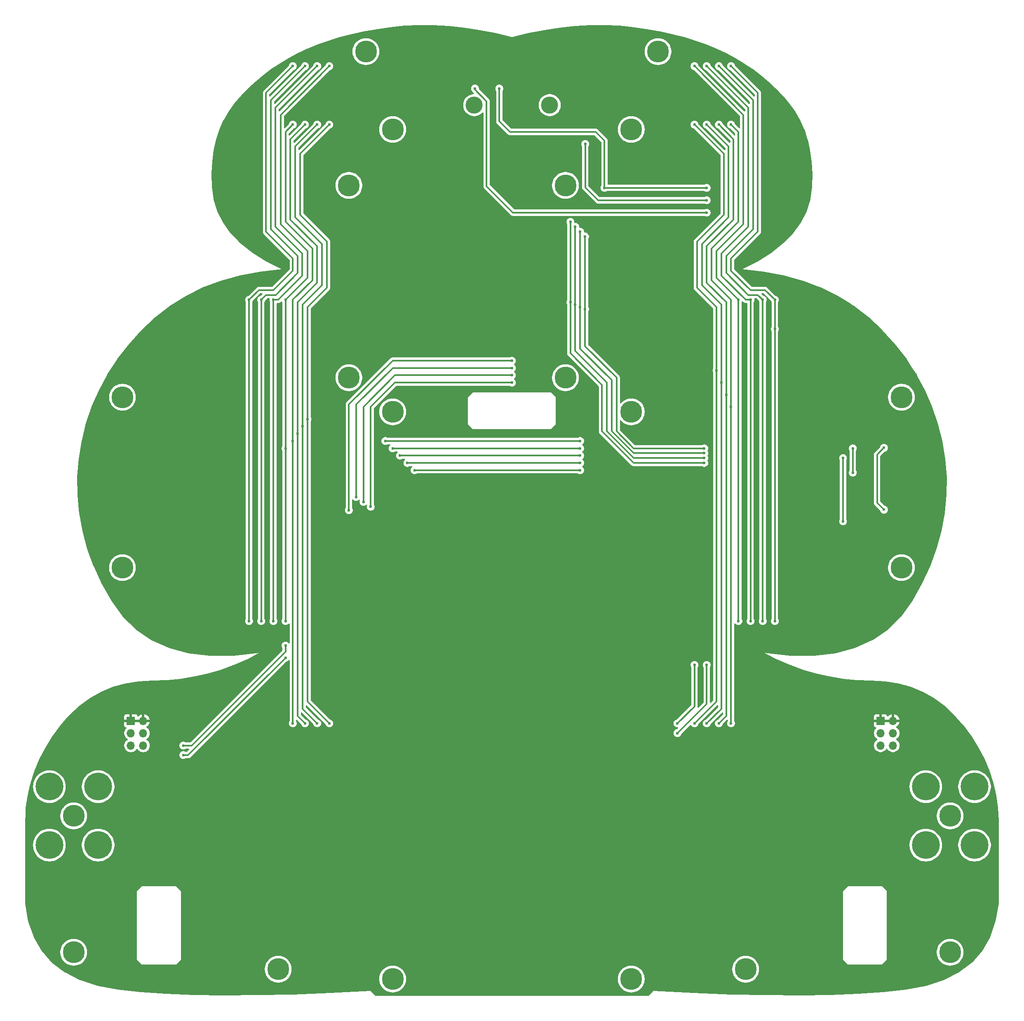
<source format=gbl>
G04 #@! TF.GenerationSoftware,KiCad,Pcbnew,9.0.2*
G04 #@! TF.CreationDate,2025-06-02T15:36:06+01:00*
G04 #@! TF.ProjectId,NB3_body,4e42335f-626f-4647-992e-6b696361645f,0.0.6*
G04 #@! TF.SameCoordinates,PX76bb820PYd4ab5c0*
G04 #@! TF.FileFunction,Copper,L2,Bot*
G04 #@! TF.FilePolarity,Positive*
%FSLAX46Y46*%
G04 Gerber Fmt 4.6, Leading zero omitted, Abs format (unit mm)*
G04 Created by KiCad (PCBNEW 9.0.2) date 2025-06-02 15:36:06*
%MOMM*%
%LPD*%
G01*
G04 APERTURE LIST*
G04 #@! TA.AperFunction,WasherPad*
%ADD10C,5.700000*%
G04 #@! TD*
G04 #@! TA.AperFunction,WasherPad*
%ADD11C,4.500000*%
G04 #@! TD*
G04 #@! TA.AperFunction,ComponentPad*
%ADD12R,1.700000X1.700000*%
G04 #@! TD*
G04 #@! TA.AperFunction,ComponentPad*
%ADD13O,1.700000X1.700000*%
G04 #@! TD*
G04 #@! TA.AperFunction,WasherPad*
%ADD14C,3.500000*%
G04 #@! TD*
G04 #@! TA.AperFunction,ViaPad*
%ADD15C,0.600000*%
G04 #@! TD*
G04 #@! TA.AperFunction,Conductor*
%ADD16C,0.300000*%
G04 #@! TD*
G04 APERTURE END LIST*
D10*
X95000000Y43000000D03*
D11*
X-90000000Y37000000D03*
X-24500000Y178000000D03*
X-24500000Y120000000D03*
X90000000Y9000000D03*
D12*
X-78275000Y56525000D03*
D13*
X-75735000Y56525000D03*
X-78275000Y53985000D03*
X-75735000Y53985000D03*
X-78275000Y51445000D03*
X-75735000Y51445000D03*
D12*
X75710000Y56540000D03*
D13*
X78250000Y56540000D03*
X75710000Y54000000D03*
X78250000Y54000000D03*
X75710000Y51460000D03*
X78250000Y51460000D03*
D11*
X-90000000Y9000000D03*
X24500000Y178000000D03*
X80000000Y123000000D03*
X24500000Y120000000D03*
X11000000Y166500000D03*
D10*
X-95000000Y31000000D03*
D11*
X-24500000Y3500000D03*
X24500000Y3500000D03*
D10*
X-95000000Y43000000D03*
D14*
X-7750000Y183000000D03*
D11*
X-30000000Y194000000D03*
X80000000Y88000000D03*
D10*
X95000000Y31000000D03*
D11*
X-33500000Y127000000D03*
X11000000Y127000000D03*
X90000000Y37000000D03*
D10*
X-85000000Y43000000D03*
D11*
X-80000000Y123000000D03*
X-33500000Y166500000D03*
X48000000Y5500000D03*
X-48000000Y5500000D03*
X30000000Y194000000D03*
D14*
X7750000Y183000000D03*
D10*
X85000000Y43000000D03*
X-85000000Y31000000D03*
X85000000Y31000000D03*
D11*
X-80000000Y88000000D03*
D15*
X-54000000Y77000000D03*
X-45000000Y191000000D03*
X-46500000Y69500000D03*
X-54000000Y143000000D03*
X-67500000Y49500000D03*
X-42500000Y191000000D03*
X-67500000Y51450000D03*
X-51500000Y77000000D03*
X-51500000Y143000000D03*
X-46500000Y72000000D03*
X-49000000Y77000000D03*
X-40000000Y191000000D03*
X-49000000Y143000000D03*
X14000000Y114000000D03*
X-37500000Y191000000D03*
X-26000000Y114000000D03*
X-46500000Y77000000D03*
X-46500000Y143000000D03*
X-46500000Y112500000D03*
X-20000000Y108000000D03*
X-37500000Y56000000D03*
X14000000Y108000000D03*
X-42000000Y118500000D03*
X-37500000Y179000000D03*
X-43000000Y117000000D03*
X14000000Y109500000D03*
X-40000000Y179000000D03*
X-21500000Y109500000D03*
X-40000000Y56000000D03*
X-42500000Y179000000D03*
X-42500000Y56000000D03*
X14000000Y111000000D03*
X-23000000Y111000000D03*
X-44000000Y115500000D03*
X-45000000Y114000000D03*
X14000000Y112500000D03*
X-45000000Y179000000D03*
X-45000000Y56000000D03*
X-24500000Y112500000D03*
X-76380000Y107500000D03*
X-35000000Y179000000D03*
X-40000000Y136000000D03*
X-77000000Y59000000D03*
X2000000Y140000000D03*
X34920000Y179920000D03*
X35500000Y174500000D03*
X-34920000Y180080000D03*
X39540000Y168540000D03*
X3000000Y138500000D03*
X76400000Y102500000D03*
X35000000Y179000000D03*
X40000Y186400000D03*
X32480000Y58000000D03*
X79500000Y58960000D03*
X-79500000Y59000000D03*
X37500000Y174500000D03*
X-76380000Y105000000D03*
X-40500000Y135500000D03*
X1000000Y140000000D03*
X-31500000Y58000000D03*
X40500000Y168500000D03*
X-74500000Y59000000D03*
X34000000Y143000000D03*
X40980000Y134480000D03*
X32500000Y143000000D03*
X34000000Y145000000D03*
X74500000Y58960000D03*
X2000000Y138500000D03*
X32500000Y145000000D03*
X3000000Y140000000D03*
X34000000Y144000000D03*
X-76380000Y97400000D03*
X36500000Y173500000D03*
X77000000Y58960000D03*
X40000000Y134500000D03*
X2540000Y186400000D03*
X76400000Y105000000D03*
X1000000Y138500000D03*
X31500000Y58000000D03*
X-32500000Y58000000D03*
X32500000Y144000000D03*
X34000000Y56000000D03*
X46500000Y77000000D03*
X46500000Y143000000D03*
X37500000Y191000000D03*
X37500000Y68000000D03*
X49000000Y77000000D03*
X40000000Y68000000D03*
X34000000Y54000000D03*
X49000000Y143000000D03*
X40000000Y191000000D03*
X51500000Y77000000D03*
X51500000Y143000000D03*
X42500000Y191000000D03*
X54000000Y143000000D03*
X45000000Y191000000D03*
X54000000Y137000000D03*
X54000000Y77000000D03*
X45000000Y179000000D03*
X45000000Y56000000D03*
X45000000Y121000000D03*
X42500000Y56000000D03*
X44000000Y123500000D03*
X42500000Y179000000D03*
X40000000Y56000000D03*
X43000000Y126000000D03*
X40000000Y179000000D03*
X37500000Y56000000D03*
X37500000Y179000000D03*
X42000000Y128500000D03*
X68000000Y97500000D03*
X68000000Y110500000D03*
X0Y129000000D03*
X13000000Y142000000D03*
X39500000Y110500000D03*
X13000000Y158000000D03*
X-32000000Y102500000D03*
X39500000Y111500000D03*
X14000000Y141500000D03*
X76400000Y99900000D03*
X-30500000Y101500000D03*
X0Y127500000D03*
X76400000Y112600000D03*
X14000000Y157000000D03*
X70000000Y107500000D03*
X15000000Y156000000D03*
X0Y126000000D03*
X15000000Y141100000D03*
X-29000000Y100500000D03*
X39500000Y112500000D03*
X70000000Y112500000D03*
X40000000Y166000000D03*
X39500000Y109500000D03*
X0Y130500000D03*
X12000000Y159000000D03*
X-33500000Y99800000D03*
X-2600000Y186400000D03*
X12000000Y142500000D03*
X19000000Y166000000D03*
X15050000Y175000000D03*
X40000000Y163450000D03*
X-7600000Y186400000D03*
X40000000Y160900000D03*
D16*
X-45000000Y149000000D02*
X-49000000Y145000000D01*
X-54000000Y143000000D02*
X-54000000Y137000000D01*
X-50500000Y185500000D02*
X-45000000Y191000000D01*
X-54000000Y137000000D02*
X-54000000Y77000000D01*
X-45000000Y151500000D02*
X-45000000Y149000000D01*
X-50500000Y157000000D02*
X-45000000Y151500000D01*
X-49000000Y145000000D02*
X-52000000Y145000000D01*
X-50500000Y161500000D02*
X-50500000Y157000000D01*
X-67500000Y49500000D02*
X-66500000Y49500000D01*
X-50500000Y161500000D02*
X-50500000Y185500000D01*
X-52000000Y145000000D02*
X-54000000Y143000000D01*
X-66500000Y49500000D02*
X-46500000Y69500000D01*
X-44000000Y148500000D02*
X-48500000Y144000000D01*
X-67500000Y51450000D02*
X-65800000Y51450000D01*
X-50500000Y144000000D02*
X-51500000Y143000000D01*
X-65800000Y51450000D02*
X-46500000Y70750000D01*
X-49500000Y184000000D02*
X-42500000Y191000000D01*
X-44000000Y152000000D02*
X-44000000Y148500000D01*
X-49500000Y157500000D02*
X-44000000Y152000000D01*
X-51500000Y143000000D02*
X-51500000Y77000000D01*
X-49500000Y160500000D02*
X-49500000Y157500000D01*
X-49500000Y160500000D02*
X-49500000Y184000000D01*
X-46500000Y70750000D02*
X-46500000Y72000000D01*
X-48500000Y144000000D02*
X-50500000Y144000000D01*
X-48549520Y158049520D02*
X-43049520Y152549520D01*
X-43049520Y147950480D02*
X-48000000Y143000000D01*
X-48549520Y159500000D02*
X-48549520Y158049520D01*
X-48000000Y143000000D02*
X-49000000Y143000000D01*
X-48549520Y159500000D02*
X-48549520Y182450480D01*
X-48549520Y182450480D02*
X-40000000Y191000000D01*
X-43049520Y152549520D02*
X-43049520Y147950480D01*
X-49000000Y143000000D02*
X-49000000Y77000000D01*
X-47500000Y181000000D02*
X-47500000Y166000000D01*
X-37500000Y191000000D02*
X-47500000Y181000000D01*
X-46500000Y137000000D02*
X-46500000Y111500000D01*
X-47500000Y158500000D02*
X-42000000Y153000000D01*
X-42000000Y153000000D02*
X-42000000Y147500000D01*
X-42000000Y147500000D02*
X-46500000Y143000000D01*
X-46500000Y111500000D02*
X-46500000Y77000000D01*
X-46500000Y143000000D02*
X-46500000Y137000000D01*
X14000000Y114000000D02*
X-26000000Y114000000D01*
X-47500000Y166000000D02*
X-47500000Y158500000D01*
X-38000000Y145500000D02*
X-42000000Y141500000D01*
X-42000000Y128500000D02*
X-42000000Y60500000D01*
X-43500000Y173000000D02*
X-43500000Y160500000D01*
X-42000000Y60500000D02*
X-37500000Y56000000D01*
X-37500000Y179000000D02*
X-43500000Y173000000D01*
X-38000000Y155000000D02*
X-38000000Y145500000D01*
X-43500000Y160500000D02*
X-38000000Y155000000D01*
X14000000Y108000000D02*
X-20000000Y108000000D01*
X-42000000Y141500000D02*
X-42000000Y128500000D01*
X-43000000Y59000000D02*
X-40000000Y56000000D01*
X-44500000Y160000000D02*
X-39000000Y154500000D01*
X-43000000Y59500000D02*
X-43000000Y59000000D01*
X-39000000Y146000000D02*
X-43000000Y142000000D01*
X-43000000Y126000000D02*
X-43000000Y59500000D01*
X-44500000Y174500000D02*
X-44500000Y160000000D01*
X-39000000Y154500000D02*
X-39000000Y146000000D01*
X-40000000Y179000000D02*
X-44500000Y174500000D01*
X14000000Y109500000D02*
X-21500000Y109500000D01*
X-43000000Y142000000D02*
X-43000000Y126000000D01*
X-45500000Y159500000D02*
X-40000000Y154000000D01*
X-44000000Y142500000D02*
X-44000000Y123500000D01*
X-45500000Y176000000D02*
X-45500000Y159500000D01*
X-44000000Y57500000D02*
X-42500000Y56000000D01*
X-44000000Y123500000D02*
X-44000000Y57500000D01*
X-42500000Y179000000D02*
X-45500000Y176000000D01*
X14000000Y111000000D02*
X-23000000Y111000000D01*
X-40000000Y146500000D02*
X-44000000Y142500000D01*
X-40000000Y154000000D02*
X-40000000Y146500000D01*
X-46500000Y159000000D02*
X-46500000Y177500000D01*
X-45000000Y121000000D02*
X-45000000Y56000000D01*
X14000000Y112500000D02*
X-24500000Y112500000D01*
X-41000000Y147000000D02*
X-41000000Y153500000D01*
X-45000000Y121000000D02*
X-45000000Y143000000D01*
X-41000000Y153500000D02*
X-46500000Y159000000D01*
X-46500000Y177500000D02*
X-45000000Y179000000D01*
X-45000000Y143000000D02*
X-41000000Y147000000D01*
X47500000Y166000000D02*
X47500000Y158500000D01*
X37500000Y191000000D02*
X47500000Y181000000D01*
X37500000Y68000000D02*
X37500000Y59500000D01*
X47500000Y158500000D02*
X42000000Y153000000D01*
X42000000Y153000000D02*
X42000000Y147500000D01*
X37500000Y59500000D02*
X34000000Y56000000D01*
X47500000Y181000000D02*
X47500000Y166000000D01*
X42000000Y147500000D02*
X46500000Y143000000D01*
X46500000Y143000000D02*
X46500000Y77000000D01*
X43049520Y152549520D02*
X43049520Y147950480D01*
X48000000Y143000000D02*
X49000000Y143000000D01*
X48549520Y158049520D02*
X43049520Y152549520D01*
X40000000Y191000000D02*
X48549520Y182450480D01*
X48549520Y163549520D02*
X48549520Y158049520D01*
X43049520Y147950480D02*
X48000000Y143000000D01*
X48549520Y182450480D02*
X48549520Y163549520D01*
X40000000Y68000000D02*
X40000000Y60000000D01*
X49000000Y143000000D02*
X49000000Y77000000D01*
X40000000Y60000000D02*
X34000000Y54000000D01*
X48500000Y144000000D02*
X50500000Y144000000D01*
X49500000Y161000000D02*
X49500000Y157500000D01*
X44000000Y152000000D02*
X44000000Y148500000D01*
X51500000Y143000000D02*
X51500000Y77000000D01*
X50500000Y144000000D02*
X51500000Y143000000D01*
X49500000Y157500000D02*
X44000000Y152000000D01*
X49500000Y184000000D02*
X49500000Y161000000D01*
X42500000Y191000000D02*
X49500000Y184000000D01*
X44000000Y148500000D02*
X48500000Y144000000D01*
X45000000Y151500000D02*
X50500000Y157000000D01*
X54000000Y143000000D02*
X54000000Y137000000D01*
X52000000Y145000000D02*
X49000000Y145000000D01*
X54000000Y137000000D02*
X54000000Y77000000D01*
X50500000Y157000000D02*
X50500000Y185500000D01*
X49000000Y145000000D02*
X45000000Y149000000D01*
X54000000Y143000000D02*
X52000000Y145000000D01*
X50500000Y185500000D02*
X45000000Y191000000D01*
X45000000Y149000000D02*
X45000000Y151500000D01*
X46500000Y159000000D02*
X46500000Y177500000D01*
X45000000Y143000000D02*
X41000000Y147000000D01*
X45000000Y121000000D02*
X45000000Y143000000D01*
X45000000Y121000000D02*
X45000000Y56000000D01*
X46500000Y177500000D02*
X45000000Y179000000D01*
X41000000Y153500000D02*
X46500000Y159000000D01*
X41000000Y147000000D02*
X41000000Y153500000D01*
X45500000Y159500000D02*
X40000000Y154000000D01*
X40000000Y146500000D02*
X44000000Y142500000D01*
X42500000Y179000000D02*
X45500000Y176000000D01*
X45500000Y176000000D02*
X45500000Y159500000D01*
X40000000Y154000000D02*
X40000000Y146500000D01*
X44000000Y123500000D02*
X44000000Y57500000D01*
X44000000Y57500000D02*
X42500000Y56000000D01*
X44000000Y142500000D02*
X44000000Y123500000D01*
X40000000Y179000000D02*
X44500000Y174500000D01*
X43000000Y59500000D02*
X43000000Y59000000D01*
X44500000Y174500000D02*
X44500000Y160000000D01*
X39000000Y154500000D02*
X39000000Y146000000D01*
X43000000Y59000000D02*
X40000000Y56000000D01*
X43000000Y126000000D02*
X43000000Y59500000D01*
X44500000Y160000000D02*
X39000000Y154500000D01*
X43000000Y142000000D02*
X43000000Y126000000D01*
X39000000Y146000000D02*
X43000000Y142000000D01*
X43500000Y160500000D02*
X38000000Y155000000D01*
X37500000Y179000000D02*
X43500000Y173000000D01*
X42000000Y60500000D02*
X37500000Y56000000D01*
X42000000Y141500000D02*
X42000000Y128500000D01*
X43500000Y173000000D02*
X43500000Y160500000D01*
X38000000Y145500000D02*
X42000000Y141500000D01*
X38000000Y155000000D02*
X38000000Y145500000D01*
X42000000Y128500000D02*
X42000000Y60500000D01*
X-24500000Y129000000D02*
X-32000000Y121500000D01*
X68000000Y110500000D02*
X68000000Y97500000D01*
X13000000Y142000000D02*
X13000000Y132500000D01*
X19500000Y116000000D02*
X25000000Y110500000D01*
X13000000Y158000000D02*
X13000000Y142000000D01*
X-32000000Y121500000D02*
X-32000000Y102500000D01*
X0Y129000000D02*
X-24500000Y129000000D01*
X13000000Y132500000D02*
X19500000Y126000000D01*
X19500000Y126000000D02*
X19500000Y116000000D01*
X25000000Y110500000D02*
X39500000Y110500000D01*
X20500000Y116000000D02*
X25000000Y111500000D01*
X75000000Y110000000D02*
X75000000Y111200000D01*
X75000000Y111200000D02*
X76400000Y112600000D01*
X14000000Y141500000D02*
X14000000Y133000000D01*
X-30500000Y121000000D02*
X-24000000Y127500000D01*
X75000000Y101300000D02*
X75000000Y110000000D01*
X25000000Y111500000D02*
X39500000Y111500000D01*
X-24000000Y127500000D02*
X0Y127500000D01*
X-30500000Y101500000D02*
X-30500000Y121000000D01*
X76400000Y99900000D02*
X75000000Y101300000D01*
X20500000Y126500000D02*
X20500000Y116000000D01*
X14000000Y157000000D02*
X14000000Y141500000D01*
X14000000Y133000000D02*
X20500000Y126500000D01*
X15000000Y133500000D02*
X15000000Y141100000D01*
X-29000000Y100500000D02*
X-29000000Y121000000D01*
X70000000Y112500000D02*
X70000000Y107500000D01*
X25000000Y112500000D02*
X21500000Y116000000D01*
X39500000Y112500000D02*
X25000000Y112500000D01*
X-24000000Y126000000D02*
X0Y126000000D01*
X-29000000Y121000000D02*
X-24000000Y126000000D01*
X15000000Y141100000D02*
X15000000Y156000000D01*
X21500000Y127000000D02*
X15000000Y133500000D01*
X21500000Y116000000D02*
X21500000Y127000000D01*
X19000000Y175700000D02*
X19000000Y166000000D01*
X12000000Y132000000D02*
X18500000Y125500000D01*
X-33500000Y99800000D02*
X-33500000Y121500000D01*
X-33500000Y121500000D02*
X-24500000Y130500000D01*
X25000000Y109500000D02*
X39500000Y109500000D01*
X-2600000Y186400000D02*
X-2600000Y179700000D01*
X17200000Y177500000D02*
X19000000Y175700000D01*
X-2600000Y179700000D02*
X-400000Y177500000D01*
X-24500000Y130500000D02*
X0Y130500000D01*
X40000000Y166000000D02*
X19000000Y166000000D01*
X12000000Y159000000D02*
X12000000Y142500000D01*
X-400000Y177500000D02*
X17200000Y177500000D01*
X12000000Y142500000D02*
X12000000Y132000000D01*
X18500000Y116000000D02*
X25000000Y109500000D01*
X18500000Y125500000D02*
X18500000Y116000000D01*
X15050000Y175000000D02*
X15050000Y166100000D01*
X15050000Y166100000D02*
X17700000Y163450000D01*
X17700000Y163450000D02*
X40000000Y163450000D01*
X-7600000Y186200000D02*
X-5200000Y183800000D01*
X-5200000Y166300000D02*
X200000Y160900000D01*
X-5200000Y183800000D02*
X-5200000Y166300000D01*
X200000Y160900000D02*
X40000000Y160900000D01*
X-7600000Y186400000D02*
X-7600000Y186200000D01*
G04 #@! TA.AperFunction,Conductor*
G36*
X-76200925Y56717993D02*
G01*
X-76235000Y56590826D01*
X-76235000Y56459174D01*
X-76200925Y56332007D01*
X-76165703Y56271000D01*
X-77844297Y56271000D01*
X-77809075Y56332007D01*
X-77775000Y56459174D01*
X-77775000Y56590826D01*
X-77809075Y56717993D01*
X-77844297Y56779000D01*
X-76165703Y56779000D01*
X-76200925Y56717993D01*
G37*
G04 #@! TD.AperFunction*
G04 #@! TA.AperFunction,Conductor*
G36*
X77784075Y56732993D02*
G01*
X77750000Y56605826D01*
X77750000Y56474174D01*
X77784075Y56347007D01*
X77819297Y56286000D01*
X76140703Y56286000D01*
X76175925Y56347007D01*
X76210000Y56474174D01*
X76210000Y56605826D01*
X76175925Y56732993D01*
X76140703Y56794000D01*
X77819297Y56794000D01*
X77784075Y56732993D01*
G37*
G04 #@! TD.AperFunction*
G04 #@! TA.AperFunction,Conductor*
G36*
X19146241Y199448591D02*
G01*
X22086256Y199309258D01*
X22093157Y199308739D01*
X24964404Y199012729D01*
X24969849Y199012046D01*
X27749939Y198600868D01*
X27753943Y198600208D01*
X30302718Y198136719D01*
X30418678Y198115632D01*
X30423076Y198114751D01*
X32971481Y197556967D01*
X32976133Y197555855D01*
X35408295Y196924886D01*
X35413267Y196923486D01*
X37729130Y196219396D01*
X37734438Y196217652D01*
X39934029Y195440490D01*
X39939616Y195438364D01*
X42022917Y194588205D01*
X42028817Y194585619D01*
X43996112Y193662408D01*
X44001878Y193659518D01*
X45874264Y192659968D01*
X45879737Y192656867D01*
X47130427Y191906384D01*
X47678008Y191577805D01*
X47683452Y191574346D01*
X49407506Y190415850D01*
X49412852Y190412053D01*
X51062784Y189174078D01*
X51067939Y189169994D01*
X52630957Y187863246D01*
X52643739Y187852560D01*
X52648739Y187848149D01*
X54150458Y186451231D01*
X54155219Y186446562D01*
X54253568Y186344854D01*
X55574355Y184978955D01*
X55582954Y184970063D01*
X55587425Y184965189D01*
X55765915Y184760022D01*
X56939881Y183410594D01*
X56946271Y183402617D01*
X58168014Y181743878D01*
X58175584Y181732324D01*
X58722749Y180788007D01*
X59197047Y179969446D01*
X59214008Y179940175D01*
X59220131Y179928168D01*
X59458399Y179391873D01*
X60076542Y178000552D01*
X60081161Y177988535D01*
X60755545Y175924996D01*
X60758739Y175913367D01*
X61250952Y173713508D01*
X61252899Y173702559D01*
X61562714Y171366125D01*
X61563641Y171356032D01*
X61690800Y168882907D01*
X61690937Y168873747D01*
X61635277Y166267149D01*
X61634173Y166252979D01*
X61283451Y163655430D01*
X61278974Y163635110D01*
X60521383Y161181982D01*
X60513523Y161162479D01*
X59348253Y158849137D01*
X59337793Y158831944D01*
X57763685Y156657096D01*
X57751866Y156643048D01*
X55767537Y154606208D01*
X55755546Y154595383D01*
X53359891Y152696788D01*
X53348548Y152688775D01*
X50540881Y150928981D01*
X50530603Y150923191D01*
X47321013Y149308055D01*
X47321014Y149308054D01*
X47316646Y149305856D01*
X47308561Y149301787D01*
X47307290Y149301918D01*
X47304797Y149299893D01*
X47301931Y149298450D01*
X47301930Y149298450D01*
X47301515Y149298240D01*
X47298956Y149293508D01*
X47299352Y149288139D01*
X47299644Y149287780D01*
X47301669Y149285288D01*
X47303112Y149282421D01*
X47304322Y149282022D01*
X47306002Y149279955D01*
X47307234Y149279423D01*
X47308794Y149279089D01*
X47326383Y149278832D01*
X51665027Y148830070D01*
X51675063Y148828620D01*
X55809555Y148059765D01*
X55820206Y148057302D01*
X59738882Y146969753D01*
X59749905Y146966139D01*
X63117544Y145687405D01*
X63453001Y145560028D01*
X63464122Y145555181D01*
X66952015Y143830535D01*
X66962878Y143824478D01*
X69092985Y142494727D01*
X70235907Y141781241D01*
X70246198Y141774082D01*
X70816694Y141333503D01*
X73288933Y139424258D01*
X73304730Y139412059D01*
X73314139Y139404024D01*
X75948160Y136921158D01*
X76158985Y136722432D01*
X76166407Y136714819D01*
X78762605Y133816615D01*
X78762612Y133816608D01*
X78768700Y133809272D01*
X81080209Y130798770D01*
X81085961Y130790632D01*
X82088000Y129246735D01*
X82802909Y128145234D01*
X83112372Y127668428D01*
X83117617Y127659574D01*
X83361745Y127206218D01*
X84859102Y124425561D01*
X84863690Y124416118D01*
X86320413Y121070115D01*
X86324219Y121060264D01*
X87496279Y117602076D01*
X87499227Y117592023D01*
X88386691Y114021377D01*
X88388756Y114011337D01*
X88991570Y110328292D01*
X88992821Y110318019D01*
X89291751Y106593029D01*
X89292152Y106582130D01*
X89268106Y102885261D01*
X89267549Y102874219D01*
X88920580Y99205074D01*
X88919061Y99194140D01*
X88249135Y95552431D01*
X88246713Y95541849D01*
X87253731Y91927337D01*
X87250522Y91917317D01*
X85934346Y88329828D01*
X85930505Y88320526D01*
X84290953Y84759909D01*
X84286649Y84751421D01*
X82325024Y81220276D01*
X82317208Y81207947D01*
X79989841Y77968438D01*
X79975828Y77952086D01*
X77236359Y75259954D01*
X77218981Y75245689D01*
X74064749Y73096970D01*
X74045502Y73086195D01*
X70474581Y71479852D01*
X70455356Y71473016D01*
X66465849Y70409132D01*
X66448157Y70405746D01*
X62038763Y69885153D01*
X62023369Y69884286D01*
X57193668Y69908036D01*
X57180712Y69908768D01*
X51949933Y70475667D01*
X51926805Y70478173D01*
X51924656Y70479272D01*
X51922648Y70478624D01*
X51920555Y70478850D01*
X51918676Y70477339D01*
X51916379Y70476596D01*
X51915418Y70474719D01*
X51913777Y70473398D01*
X51913517Y70471002D01*
X51912418Y70468852D01*
X51913066Y70466845D01*
X51912840Y70464751D01*
X51914351Y70462873D01*
X51915094Y70460575D01*
X51916971Y70459615D01*
X51918292Y70457973D01*
X51918294Y70457973D01*
X51934207Y70449270D01*
X51941401Y70447122D01*
X52159992Y70335331D01*
X54489457Y69144006D01*
X54489594Y69143658D01*
X54493269Y69142056D01*
X54496867Y69140216D01*
X54496868Y69140217D01*
X54510122Y69133438D01*
X54516968Y69131726D01*
X57109578Y68001566D01*
X57109740Y68001219D01*
X57113522Y67999846D01*
X57117202Y67998242D01*
X57117202Y67998243D01*
X57130725Y67992348D01*
X57137758Y67991049D01*
X59755237Y67040902D01*
X59755242Y67040900D01*
X59775344Y67033603D01*
X59775530Y67033263D01*
X59779388Y67032135D01*
X59783149Y67030769D01*
X59783150Y67030768D01*
X59796922Y67025770D01*
X59804088Y67024910D01*
X62466263Y66246121D01*
X62466262Y66246121D01*
X62486749Y66240128D01*
X62486957Y66239800D01*
X62490872Y66238922D01*
X62494726Y66237794D01*
X62494726Y66237795D01*
X62494731Y66237793D01*
X62494733Y66237792D01*
X62494750Y66237787D01*
X62508734Y66233694D01*
X62515974Y66233289D01*
X65232935Y65623581D01*
X65243788Y65621145D01*
X65244015Y65620832D01*
X65247978Y65620204D01*
X65251881Y65619328D01*
X65251885Y65619327D01*
X65266159Y65616124D01*
X65273373Y65616179D01*
X68046451Y65176659D01*
X68046695Y65176365D01*
X68050697Y65175986D01*
X68054666Y65175357D01*
X68054666Y65175358D01*
X68069195Y65173055D01*
X68076319Y65173560D01*
X70894733Y64906672D01*
X70894989Y64906399D01*
X70899009Y64906268D01*
X70900599Y64906117D01*
X70903021Y64905887D01*
X70903021Y64905888D01*
X70917854Y64904482D01*
X70924842Y64905418D01*
X73791285Y64811100D01*
X73793689Y64810997D01*
X76631953Y64661644D01*
X76645228Y64660235D01*
X79338627Y64229141D01*
X79352580Y64226087D01*
X81906936Y63513220D01*
X81921031Y63508371D01*
X83491012Y62862055D01*
X84294055Y62531465D01*
X84336988Y62513791D01*
X84350612Y62507200D01*
X86628823Y61230728D01*
X86641395Y61222669D01*
X88782410Y59663913D01*
X88793501Y59654830D01*
X90797682Y57813258D01*
X90807075Y57803655D01*
X92675097Y55678090D01*
X92681870Y55669682D01*
X94371105Y53378397D01*
X94376406Y53370614D01*
X95843249Y51033695D01*
X95848214Y51025042D01*
X97092199Y48643338D01*
X97096648Y48633884D01*
X98117976Y46207286D01*
X98121737Y46197157D01*
X98920591Y43725465D01*
X98923516Y43714846D01*
X99500014Y41197899D01*
X99502008Y41187021D01*
X99856239Y38624475D01*
X99857265Y38613588D01*
X99989339Y36002915D01*
X99989500Y35996549D01*
X99989500Y19011644D01*
X99987678Y18990296D01*
X99361213Y15346323D01*
X99356015Y15326201D01*
X98230812Y12097906D01*
X98220971Y12076410D01*
X96598304Y9263818D01*
X96583580Y9243346D01*
X94462885Y6843645D01*
X94444640Y6826713D01*
X91823759Y4837750D01*
X91804423Y4825666D01*
X88680691Y3246922D01*
X88662455Y3239434D01*
X85034000Y2071770D01*
X85018047Y2067764D01*
X80882041Y1312116D01*
X80872470Y1310744D01*
X76218242Y825185D01*
X76213854Y824805D01*
X71035562Y466969D01*
X71031951Y466771D01*
X65331978Y236992D01*
X65328962Y236907D01*
X59107554Y135243D01*
X59105000Y135227D01*
X52362269Y161718D01*
X52360082Y161746D01*
X45096202Y316412D01*
X45094309Y316466D01*
X37309149Y599324D01*
X37307496Y599395D01*
X29026718Y1009191D01*
X29026718Y1009192D01*
X29004562Y1010288D01*
X29004350Y1010500D01*
X29000263Y1010500D01*
X28997148Y1010654D01*
X28997145Y1010654D01*
X28996139Y1010704D01*
X28995652Y1010503D01*
X28994949Y1009799D01*
X28990471Y1005537D01*
X28977467Y993756D01*
X28974034Y988885D01*
X28032554Y47404D01*
X27970244Y13380D01*
X27943461Y10500D01*
X-27943461Y10500D01*
X-28011582Y30502D01*
X-28032556Y47405D01*
X-28989714Y1004563D01*
X-28989728Y1004863D01*
X-28992761Y1007610D01*
X-28995651Y1010500D01*
X-28995652Y1010500D01*
X-28995800Y1010648D01*
X-28995968Y1010713D01*
X-28997145Y1010654D01*
X-28997149Y1010654D01*
X-29000264Y1010500D01*
X-29004349Y1010500D01*
X-29004563Y1010288D01*
X-29026642Y1009196D01*
X-29026643Y1009195D01*
X-37307498Y599395D01*
X-37309151Y599324D01*
X-45094313Y316466D01*
X-45096206Y316412D01*
X-52360084Y161746D01*
X-52362271Y161718D01*
X-59105002Y135227D01*
X-59107556Y135243D01*
X-65328964Y236907D01*
X-65331980Y236992D01*
X-71031954Y466771D01*
X-71035565Y466969D01*
X-76213854Y824804D01*
X-76218242Y825184D01*
X-80872470Y1310743D01*
X-80882041Y1312115D01*
X-85018049Y2067764D01*
X-85034002Y2071770D01*
X-88662455Y3239433D01*
X-88680691Y3246921D01*
X-91804425Y4825666D01*
X-91823761Y4837750D01*
X-92772356Y5557630D01*
X-92899958Y5654466D01*
X-50750500Y5654466D01*
X-50750500Y5345535D01*
X-50715911Y5038544D01*
X-50675250Y4860397D01*
X-50647168Y4737364D01*
X-50647166Y4737358D01*
X-50647167Y4737358D01*
X-50545142Y4445789D01*
X-50545131Y4445762D01*
X-50411098Y4167440D01*
X-50411093Y4167431D01*
X-50246735Y3905857D01*
X-50054118Y3664323D01*
X-49835678Y3445883D01*
X-49835674Y3445880D01*
X-49594143Y3253265D01*
X-49332565Y3088905D01*
X-49054229Y2954865D01*
X-49054213Y2954860D01*
X-49054212Y2954859D01*
X-48762643Y2852834D01*
X-48762640Y2852834D01*
X-48762636Y2852832D01*
X-48539710Y2801951D01*
X-48461457Y2784090D01*
X-48461456Y2784090D01*
X-48461452Y2784089D01*
X-48217435Y2756595D01*
X-48154466Y2749500D01*
X-48154465Y2749500D01*
X-47845534Y2749500D01*
X-47793283Y2755388D01*
X-47538548Y2784089D01*
X-47237364Y2852832D01*
X-46945771Y2954865D01*
X-46667435Y3088905D01*
X-46405857Y3253265D01*
X-46164326Y3445880D01*
X-45955740Y3654466D01*
X-27250500Y3654466D01*
X-27250500Y3345535D01*
X-27215911Y3038544D01*
X-27196811Y2954865D01*
X-27147168Y2737364D01*
X-27147166Y2737358D01*
X-27147167Y2737358D01*
X-27045142Y2445789D01*
X-27045131Y2445762D01*
X-26911098Y2167440D01*
X-26911093Y2167431D01*
X-26746735Y1905857D01*
X-26554118Y1664323D01*
X-26335678Y1445883D01*
X-26335674Y1445880D01*
X-26094143Y1253265D01*
X-25832565Y1088905D01*
X-25554229Y954865D01*
X-25554213Y954860D01*
X-25554212Y954859D01*
X-25262643Y852834D01*
X-25262640Y852834D01*
X-25262636Y852832D01*
X-25050787Y804479D01*
X-24961457Y784090D01*
X-24961456Y784090D01*
X-24961452Y784089D01*
X-24717435Y756595D01*
X-24654466Y749500D01*
X-24654465Y749500D01*
X-24345534Y749500D01*
X-24293283Y755388D01*
X-24038548Y784089D01*
X-23737364Y852832D01*
X-23445771Y954865D01*
X-23167435Y1088905D01*
X-22905857Y1253265D01*
X-22664326Y1445880D01*
X-22445880Y1664326D01*
X-22253265Y1905857D01*
X-22088905Y2167435D01*
X-21954865Y2445771D01*
X-21852832Y2737364D01*
X-21784089Y3038548D01*
X-21749500Y3345535D01*
X-21749500Y3654465D01*
X-21749500Y3654466D01*
X21749500Y3654466D01*
X21749500Y3345535D01*
X21784089Y3038544D01*
X21803189Y2954865D01*
X21852832Y2737364D01*
X21852834Y2737358D01*
X21852833Y2737358D01*
X21954858Y2445789D01*
X21954869Y2445762D01*
X22088902Y2167440D01*
X22088907Y2167431D01*
X22253265Y1905857D01*
X22445882Y1664323D01*
X22664322Y1445883D01*
X22664326Y1445880D01*
X22905857Y1253265D01*
X23167435Y1088905D01*
X23445771Y954865D01*
X23445787Y954860D01*
X23445788Y954859D01*
X23737357Y852834D01*
X23737360Y852834D01*
X23737364Y852832D01*
X23949213Y804479D01*
X24038543Y784090D01*
X24038544Y784090D01*
X24038548Y784089D01*
X24282565Y756595D01*
X24345534Y749500D01*
X24345535Y749500D01*
X24654466Y749500D01*
X24706717Y755388D01*
X24961452Y784089D01*
X25262636Y852832D01*
X25554229Y954865D01*
X25832565Y1088905D01*
X26094143Y1253265D01*
X26335674Y1445880D01*
X26554120Y1664326D01*
X26746735Y1905857D01*
X26911095Y2167435D01*
X27045135Y2445771D01*
X27147168Y2737364D01*
X27215911Y3038548D01*
X27250500Y3345535D01*
X27250500Y3654465D01*
X27215911Y3961452D01*
X27147168Y4262636D01*
X27083089Y4445762D01*
X27045141Y4554212D01*
X27045140Y4554213D01*
X27045135Y4554229D01*
X26921531Y4810894D01*
X26911097Y4832561D01*
X26911092Y4832570D01*
X26781670Y5038544D01*
X26746735Y5094143D01*
X26554120Y5335674D01*
X26554117Y5335678D01*
X26335675Y5554120D01*
X26328941Y5559490D01*
X26209845Y5654466D01*
X45249500Y5654466D01*
X45249500Y5345535D01*
X45284089Y5038544D01*
X45324750Y4860397D01*
X45352832Y4737364D01*
X45352834Y4737358D01*
X45352833Y4737358D01*
X45454858Y4445789D01*
X45454869Y4445762D01*
X45588902Y4167440D01*
X45588907Y4167431D01*
X45753265Y3905857D01*
X45945882Y3664323D01*
X46164322Y3445883D01*
X46164326Y3445880D01*
X46405857Y3253265D01*
X46667435Y3088905D01*
X46945771Y2954865D01*
X46945787Y2954860D01*
X46945788Y2954859D01*
X47237357Y2852834D01*
X47237360Y2852834D01*
X47237364Y2852832D01*
X47460290Y2801951D01*
X47538543Y2784090D01*
X47538544Y2784090D01*
X47538548Y2784089D01*
X47782565Y2756595D01*
X47845534Y2749500D01*
X47845535Y2749500D01*
X48154466Y2749500D01*
X48206717Y2755388D01*
X48461452Y2784089D01*
X48762636Y2852832D01*
X49054229Y2954865D01*
X49332565Y3088905D01*
X49594143Y3253265D01*
X49835674Y3445880D01*
X50054120Y3664326D01*
X50246735Y3905857D01*
X50411095Y4167435D01*
X50545135Y4445771D01*
X50647168Y4737364D01*
X50715911Y5038548D01*
X50750500Y5345535D01*
X50750500Y5654465D01*
X50715911Y5961452D01*
X50647168Y6262636D01*
X50639661Y6284089D01*
X50545141Y6554212D01*
X50545140Y6554213D01*
X50545135Y6554229D01*
X50411095Y6832565D01*
X50246735Y7094143D01*
X50054120Y7335674D01*
X50054117Y7335678D01*
X49835677Y7554118D01*
X49594143Y7746735D01*
X49332569Y7911093D01*
X49332560Y7911098D01*
X49054238Y8045131D01*
X49054233Y8045133D01*
X49054229Y8045135D01*
X49054223Y8045138D01*
X49054211Y8045142D01*
X48762642Y8147167D01*
X48461456Y8215911D01*
X48154466Y8250500D01*
X48154465Y8250500D01*
X47845535Y8250500D01*
X47845534Y8250500D01*
X47538543Y8215911D01*
X47237357Y8147167D01*
X46945788Y8045142D01*
X46945761Y8045131D01*
X46667439Y7911098D01*
X46667430Y7911093D01*
X46405856Y7746735D01*
X46164322Y7554118D01*
X45945882Y7335678D01*
X45753265Y7094144D01*
X45588907Y6832570D01*
X45588902Y6832561D01*
X45454869Y6554239D01*
X45454858Y6554212D01*
X45352833Y6262643D01*
X45284089Y5961457D01*
X45249500Y5654466D01*
X26209845Y5654466D01*
X26094143Y5746735D01*
X25832569Y5911093D01*
X25832560Y5911098D01*
X25554238Y6045131D01*
X25554233Y6045133D01*
X25554229Y6045135D01*
X25554223Y6045138D01*
X25554211Y6045142D01*
X25262642Y6147167D01*
X24961456Y6215911D01*
X24654466Y6250500D01*
X24654465Y6250500D01*
X24345535Y6250500D01*
X24345534Y6250500D01*
X24038543Y6215911D01*
X23737357Y6147167D01*
X23445788Y6045142D01*
X23445761Y6045131D01*
X23167439Y5911098D01*
X23167430Y5911093D01*
X22905856Y5746735D01*
X22664322Y5554118D01*
X22445882Y5335678D01*
X22253265Y5094144D01*
X22088907Y4832570D01*
X22088902Y4832561D01*
X21954869Y4554239D01*
X21954858Y4554212D01*
X21852833Y4262643D01*
X21784089Y3961457D01*
X21749500Y3654466D01*
X-21749500Y3654466D01*
X-21784089Y3961452D01*
X-21852832Y4262636D01*
X-21916911Y4445762D01*
X-21954859Y4554212D01*
X-21954860Y4554213D01*
X-21954865Y4554229D01*
X-22078469Y4810894D01*
X-22088903Y4832561D01*
X-22088908Y4832570D01*
X-22218330Y5038544D01*
X-22253265Y5094143D01*
X-22445880Y5335674D01*
X-22445883Y5335678D01*
X-22664323Y5554118D01*
X-22905857Y5746735D01*
X-23167431Y5911093D01*
X-23167440Y5911098D01*
X-23445762Y6045131D01*
X-23445767Y6045133D01*
X-23445771Y6045135D01*
X-23445777Y6045138D01*
X-23445789Y6045142D01*
X-23737358Y6147167D01*
X-24038544Y6215911D01*
X-24345534Y6250500D01*
X-24345535Y6250500D01*
X-24654465Y6250500D01*
X-24654466Y6250500D01*
X-24961457Y6215911D01*
X-25262643Y6147167D01*
X-25554212Y6045142D01*
X-25554239Y6045131D01*
X-25832561Y5911098D01*
X-25832570Y5911093D01*
X-26094144Y5746735D01*
X-26335678Y5554118D01*
X-26554118Y5335678D01*
X-26746735Y5094144D01*
X-26911093Y4832570D01*
X-26911098Y4832561D01*
X-27045131Y4554239D01*
X-27045142Y4554212D01*
X-27147167Y4262643D01*
X-27215911Y3961457D01*
X-27250500Y3654466D01*
X-45955740Y3654466D01*
X-45945880Y3664326D01*
X-45753265Y3905857D01*
X-45588905Y4167435D01*
X-45454865Y4445771D01*
X-45352832Y4737364D01*
X-45284089Y5038548D01*
X-45249500Y5345535D01*
X-45249500Y5654465D01*
X-45284089Y5961452D01*
X-45352832Y6262636D01*
X-45360339Y6284089D01*
X-45454859Y6554212D01*
X-45454860Y6554213D01*
X-45454865Y6554229D01*
X-45588905Y6832565D01*
X-45753265Y7094143D01*
X-45945880Y7335674D01*
X-45945883Y7335678D01*
X-46164323Y7554118D01*
X-46405857Y7746735D01*
X-46667431Y7911093D01*
X-46667440Y7911098D01*
X-46945762Y8045131D01*
X-46945767Y8045133D01*
X-46945771Y8045135D01*
X-46945777Y8045138D01*
X-46945789Y8045142D01*
X-47237358Y8147167D01*
X-47538544Y8215911D01*
X-47845534Y8250500D01*
X-47845535Y8250500D01*
X-48154465Y8250500D01*
X-48154466Y8250500D01*
X-48461457Y8215911D01*
X-48762643Y8147167D01*
X-49054212Y8045142D01*
X-49054239Y8045131D01*
X-49332561Y7911098D01*
X-49332570Y7911093D01*
X-49594144Y7746735D01*
X-49835678Y7554118D01*
X-50054118Y7335678D01*
X-50246735Y7094144D01*
X-50411093Y6832570D01*
X-50411098Y6832561D01*
X-50545131Y6554239D01*
X-50545142Y6554212D01*
X-50647167Y6262643D01*
X-50715911Y5961457D01*
X-50750500Y5654466D01*
X-92899958Y5654466D01*
X-94444642Y6826713D01*
X-94462887Y6843645D01*
X-96434422Y9074562D01*
X-96505036Y9154466D01*
X-92750500Y9154466D01*
X-92750500Y8845535D01*
X-92715911Y8538544D01*
X-92675250Y8360397D01*
X-92647168Y8237364D01*
X-92647166Y8237358D01*
X-92647167Y8237358D01*
X-92545142Y7945789D01*
X-92545131Y7945762D01*
X-92411098Y7667440D01*
X-92411093Y7667431D01*
X-92246735Y7405857D01*
X-92054118Y7164323D01*
X-91835678Y6945883D01*
X-91835674Y6945880D01*
X-91594143Y6753265D01*
X-91332565Y6588905D01*
X-91054229Y6454865D01*
X-91054213Y6454860D01*
X-91054212Y6454859D01*
X-90762643Y6352834D01*
X-90762640Y6352834D01*
X-90762636Y6352832D01*
X-90539710Y6301951D01*
X-90461457Y6284090D01*
X-90461456Y6284090D01*
X-90461452Y6284089D01*
X-90217435Y6256595D01*
X-90154466Y6249500D01*
X-90154465Y6249500D01*
X-89845534Y6249500D01*
X-89793283Y6255388D01*
X-89538548Y6284089D01*
X-89237364Y6352832D01*
X-88945771Y6454865D01*
X-88667435Y6588905D01*
X-88405857Y6753265D01*
X-88164326Y6945880D01*
X-87945880Y7164326D01*
X-87753265Y7405857D01*
X-87588905Y7667435D01*
X-87454865Y7945771D01*
X-87352832Y8237364D01*
X-87284089Y8538548D01*
X-87249500Y8845535D01*
X-87249500Y9154465D01*
X-87284089Y9461452D01*
X-87352832Y9762636D01*
X-87454865Y10054229D01*
X-87588905Y10332565D01*
X-87753265Y10594143D01*
X-87945880Y10835674D01*
X-87945883Y10835678D01*
X-88164323Y11054118D01*
X-88405857Y11246735D01*
X-88667431Y11411093D01*
X-88667440Y11411098D01*
X-88945762Y11545131D01*
X-88945767Y11545133D01*
X-88945771Y11545135D01*
X-88945777Y11545138D01*
X-88945789Y11545142D01*
X-89237358Y11647167D01*
X-89538544Y11715911D01*
X-89845534Y11750500D01*
X-89845535Y11750500D01*
X-90154465Y11750500D01*
X-90154466Y11750500D01*
X-90461457Y11715911D01*
X-90762643Y11647167D01*
X-91054212Y11545142D01*
X-91054239Y11545131D01*
X-91332561Y11411098D01*
X-91332570Y11411093D01*
X-91594144Y11246735D01*
X-91835678Y11054118D01*
X-92054118Y10835678D01*
X-92246735Y10594144D01*
X-92411093Y10332570D01*
X-92411098Y10332561D01*
X-92545131Y10054239D01*
X-92545142Y10054212D01*
X-92647167Y9762643D01*
X-92715911Y9461457D01*
X-92750500Y9154466D01*
X-96505036Y9154466D01*
X-96583582Y9243346D01*
X-96598306Y9263818D01*
X-98220973Y12076410D01*
X-98230814Y12097906D01*
X-99356016Y15326201D01*
X-99356020Y15326211D01*
X-99361214Y15346323D01*
X-99987678Y18990296D01*
X-99989500Y19011644D01*
X-99989500Y21504349D01*
X-77010500Y21504349D01*
X-77010500Y21493843D01*
X-77010500Y7495650D01*
X-76004351Y6489501D01*
X-76004349Y6489500D01*
X-68995651Y6489500D01*
X-67989500Y7495651D01*
X-67989500Y21493843D01*
X-67989500Y21504349D01*
X67989500Y21504349D01*
X67989500Y21493843D01*
X67989500Y7495650D01*
X68995649Y6489501D01*
X68995651Y6489500D01*
X76004349Y6489500D01*
X77010500Y7495651D01*
X77010500Y9154466D01*
X87249500Y9154466D01*
X87249500Y8845535D01*
X87284089Y8538544D01*
X87324750Y8360397D01*
X87352832Y8237364D01*
X87352834Y8237358D01*
X87352833Y8237358D01*
X87454858Y7945789D01*
X87454869Y7945762D01*
X87588902Y7667440D01*
X87588907Y7667431D01*
X87753265Y7405857D01*
X87945882Y7164323D01*
X88164322Y6945883D01*
X88164326Y6945880D01*
X88405857Y6753265D01*
X88667435Y6588905D01*
X88945771Y6454865D01*
X88945787Y6454860D01*
X88945788Y6454859D01*
X89237357Y6352834D01*
X89237360Y6352834D01*
X89237364Y6352832D01*
X89460290Y6301951D01*
X89538543Y6284090D01*
X89538544Y6284090D01*
X89538548Y6284089D01*
X89782565Y6256595D01*
X89845534Y6249500D01*
X89845535Y6249500D01*
X90154466Y6249500D01*
X90206717Y6255388D01*
X90461452Y6284089D01*
X90762636Y6352832D01*
X91054229Y6454865D01*
X91332565Y6588905D01*
X91594143Y6753265D01*
X91835674Y6945880D01*
X92054120Y7164326D01*
X92246735Y7405857D01*
X92411095Y7667435D01*
X92545135Y7945771D01*
X92647168Y8237364D01*
X92715911Y8538548D01*
X92750500Y8845535D01*
X92750500Y9154465D01*
X92715911Y9461452D01*
X92647168Y9762636D01*
X92545135Y10054229D01*
X92411095Y10332565D01*
X92246735Y10594143D01*
X92054120Y10835674D01*
X92054117Y10835678D01*
X91835677Y11054118D01*
X91594143Y11246735D01*
X91332569Y11411093D01*
X91332560Y11411098D01*
X91054238Y11545131D01*
X91054233Y11545133D01*
X91054229Y11545135D01*
X91054223Y11545138D01*
X91054211Y11545142D01*
X90762642Y11647167D01*
X90461456Y11715911D01*
X90154466Y11750500D01*
X90154465Y11750500D01*
X89845535Y11750500D01*
X89845534Y11750500D01*
X89538543Y11715911D01*
X89237357Y11647167D01*
X88945788Y11545142D01*
X88945761Y11545131D01*
X88667439Y11411098D01*
X88667430Y11411093D01*
X88405856Y11246735D01*
X88164322Y11054118D01*
X87945882Y10835678D01*
X87753265Y10594144D01*
X87588907Y10332570D01*
X87588902Y10332561D01*
X87454869Y10054239D01*
X87454858Y10054212D01*
X87352833Y9762643D01*
X87284089Y9461457D01*
X87249500Y9154466D01*
X77010500Y9154466D01*
X77010500Y21504349D01*
X77004349Y21510500D01*
X76993824Y21521025D01*
X76004350Y22510500D01*
X76004349Y22510500D01*
X69004350Y22510500D01*
X68995651Y22510500D01*
X68995649Y22510500D01*
X68006175Y21521025D01*
X68006173Y21521023D01*
X67995651Y21510500D01*
X67989500Y21504349D01*
X-67989500Y21504349D01*
X-67995651Y21510500D01*
X-68006176Y21521025D01*
X-68995650Y22510500D01*
X-68995651Y22510500D01*
X-75995650Y22510500D01*
X-76004349Y22510500D01*
X-76004351Y22510500D01*
X-76993825Y21521025D01*
X-76993827Y21521023D01*
X-77004349Y21510500D01*
X-77010500Y21504349D01*
X-99989500Y21504349D01*
X-99989500Y31164607D01*
X-98350500Y31164607D01*
X-98350500Y30835394D01*
X-98318235Y30507802D01*
X-98318232Y30507781D01*
X-98254014Y30184927D01*
X-98158450Y29869894D01*
X-98158449Y29869891D01*
X-98032469Y29565749D01*
X-97877285Y29275419D01*
X-97694398Y29001709D01*
X-97694387Y29001694D01*
X-97485557Y28747235D01*
X-97485539Y28747215D01*
X-97252786Y28514462D01*
X-97252776Y28514453D01*
X-97252772Y28514449D01*
X-96998298Y28305607D01*
X-96724579Y28122714D01*
X-96434251Y27967531D01*
X-96130111Y27841552D01*
X-95815087Y27745990D01*
X-95815078Y27745989D01*
X-95815074Y27745987D01*
X-95684212Y27719958D01*
X-95492213Y27681767D01*
X-95164600Y27649500D01*
X-95164591Y27649500D01*
X-94835409Y27649500D01*
X-94835400Y27649500D01*
X-94507787Y27681767D01*
X-94252941Y27732459D01*
X-94184927Y27745987D01*
X-94184925Y27745988D01*
X-94184913Y27745990D01*
X-93869889Y27841552D01*
X-93565749Y27967531D01*
X-93275421Y28122714D01*
X-93001702Y28305607D01*
X-92747228Y28514449D01*
X-92514449Y28747228D01*
X-92305607Y29001702D01*
X-92122714Y29275421D01*
X-91967531Y29565749D01*
X-91841552Y29869889D01*
X-91745990Y30184913D01*
X-91681767Y30507787D01*
X-91649500Y30835400D01*
X-91649500Y31164600D01*
X-91649501Y31164607D01*
X-88350500Y31164607D01*
X-88350500Y30835394D01*
X-88318235Y30507802D01*
X-88318232Y30507781D01*
X-88254014Y30184927D01*
X-88158450Y29869894D01*
X-88158449Y29869891D01*
X-88032469Y29565749D01*
X-87877285Y29275419D01*
X-87694398Y29001709D01*
X-87694387Y29001694D01*
X-87485557Y28747235D01*
X-87485539Y28747215D01*
X-87252786Y28514462D01*
X-87252776Y28514453D01*
X-87252772Y28514449D01*
X-86998298Y28305607D01*
X-86724579Y28122714D01*
X-86434251Y27967531D01*
X-86130111Y27841552D01*
X-85815087Y27745990D01*
X-85815078Y27745989D01*
X-85815074Y27745987D01*
X-85684212Y27719958D01*
X-85492213Y27681767D01*
X-85164600Y27649500D01*
X-85164591Y27649500D01*
X-84835409Y27649500D01*
X-84835400Y27649500D01*
X-84507787Y27681767D01*
X-84252941Y27732459D01*
X-84184927Y27745987D01*
X-84184925Y27745988D01*
X-84184913Y27745990D01*
X-83869889Y27841552D01*
X-83565749Y27967531D01*
X-83275421Y28122714D01*
X-83001702Y28305607D01*
X-82747228Y28514449D01*
X-82514449Y28747228D01*
X-82305607Y29001702D01*
X-82122714Y29275421D01*
X-81967531Y29565749D01*
X-81841552Y29869889D01*
X-81745990Y30184913D01*
X-81681767Y30507787D01*
X-81649500Y30835400D01*
X-81649500Y31164600D01*
X-81649501Y31164607D01*
X81649500Y31164607D01*
X81649500Y30835394D01*
X81681765Y30507802D01*
X81681768Y30507781D01*
X81745986Y30184927D01*
X81841550Y29869894D01*
X81841551Y29869891D01*
X81967531Y29565749D01*
X82122715Y29275419D01*
X82305602Y29001709D01*
X82305613Y29001694D01*
X82514443Y28747235D01*
X82514461Y28747215D01*
X82747214Y28514462D01*
X82747224Y28514453D01*
X82747228Y28514449D01*
X83001702Y28305607D01*
X83275421Y28122714D01*
X83565749Y27967531D01*
X83869889Y27841552D01*
X84184913Y27745990D01*
X84184922Y27745989D01*
X84184926Y27745987D01*
X84315788Y27719958D01*
X84507787Y27681767D01*
X84835400Y27649500D01*
X84835409Y27649500D01*
X85164591Y27649500D01*
X85164600Y27649500D01*
X85492213Y27681767D01*
X85747059Y27732459D01*
X85815073Y27745987D01*
X85815075Y27745988D01*
X85815087Y27745990D01*
X86130111Y27841552D01*
X86434251Y27967531D01*
X86724579Y28122714D01*
X86998298Y28305607D01*
X87252772Y28514449D01*
X87485551Y28747228D01*
X87694393Y29001702D01*
X87877286Y29275421D01*
X88032469Y29565749D01*
X88158448Y29869889D01*
X88254010Y30184913D01*
X88318233Y30507787D01*
X88350500Y30835400D01*
X88350500Y31164600D01*
X88350499Y31164607D01*
X91649500Y31164607D01*
X91649500Y30835394D01*
X91681765Y30507802D01*
X91681768Y30507781D01*
X91745986Y30184927D01*
X91841550Y29869894D01*
X91841551Y29869891D01*
X91967531Y29565749D01*
X92122715Y29275419D01*
X92305602Y29001709D01*
X92305613Y29001694D01*
X92514443Y28747235D01*
X92514461Y28747215D01*
X92747214Y28514462D01*
X92747224Y28514453D01*
X92747228Y28514449D01*
X93001702Y28305607D01*
X93275421Y28122714D01*
X93565749Y27967531D01*
X93869889Y27841552D01*
X94184913Y27745990D01*
X94184922Y27745989D01*
X94184926Y27745987D01*
X94315788Y27719958D01*
X94507787Y27681767D01*
X94835400Y27649500D01*
X94835409Y27649500D01*
X95164591Y27649500D01*
X95164600Y27649500D01*
X95492213Y27681767D01*
X95747059Y27732459D01*
X95815073Y27745987D01*
X95815075Y27745988D01*
X95815087Y27745990D01*
X96130111Y27841552D01*
X96434251Y27967531D01*
X96724579Y28122714D01*
X96998298Y28305607D01*
X97252772Y28514449D01*
X97485551Y28747228D01*
X97694393Y29001702D01*
X97877286Y29275421D01*
X98032469Y29565749D01*
X98158448Y29869889D01*
X98254010Y30184913D01*
X98318233Y30507787D01*
X98350500Y30835400D01*
X98350500Y31164600D01*
X98318233Y31492213D01*
X98254010Y31815087D01*
X98158448Y32130111D01*
X98032469Y32434251D01*
X97877286Y32724579D01*
X97694393Y32998298D01*
X97485551Y33252772D01*
X97485547Y33252776D01*
X97485538Y33252786D01*
X97252785Y33485539D01*
X97252765Y33485557D01*
X96998306Y33694387D01*
X96998291Y33694398D01*
X96724581Y33877285D01*
X96434251Y34032469D01*
X96130109Y34158449D01*
X96130106Y34158450D01*
X95829954Y34249500D01*
X95815087Y34254010D01*
X95815084Y34254011D01*
X95815073Y34254014D01*
X95492219Y34318232D01*
X95492215Y34318233D01*
X95492213Y34318233D01*
X95492209Y34318234D01*
X95492198Y34318235D01*
X95164606Y34350500D01*
X95164600Y34350500D01*
X94835400Y34350500D01*
X94835393Y34350500D01*
X94507801Y34318235D01*
X94507780Y34318232D01*
X94184926Y34254014D01*
X93869893Y34158450D01*
X93869890Y34158449D01*
X93565748Y34032469D01*
X93275418Y33877285D01*
X93001708Y33694398D01*
X93001693Y33694387D01*
X92747234Y33485557D01*
X92747214Y33485539D01*
X92514461Y33252786D01*
X92514443Y33252766D01*
X92305613Y32998307D01*
X92305602Y32998292D01*
X92122715Y32724582D01*
X91967531Y32434252D01*
X91841551Y32130110D01*
X91841550Y32130107D01*
X91745986Y31815074D01*
X91681768Y31492220D01*
X91681765Y31492199D01*
X91649500Y31164607D01*
X88350499Y31164607D01*
X88318233Y31492213D01*
X88254010Y31815087D01*
X88158448Y32130111D01*
X88032469Y32434251D01*
X87877286Y32724579D01*
X87694393Y32998298D01*
X87485551Y33252772D01*
X87485547Y33252776D01*
X87485538Y33252786D01*
X87252785Y33485539D01*
X87252765Y33485557D01*
X86998306Y33694387D01*
X86998291Y33694398D01*
X86724581Y33877285D01*
X86434251Y34032469D01*
X86130109Y34158449D01*
X86130106Y34158450D01*
X85829954Y34249500D01*
X85815087Y34254010D01*
X85815084Y34254011D01*
X85815073Y34254014D01*
X85492219Y34318232D01*
X85492215Y34318233D01*
X85492213Y34318233D01*
X85492209Y34318234D01*
X85492198Y34318235D01*
X85164606Y34350500D01*
X85164600Y34350500D01*
X84835400Y34350500D01*
X84835393Y34350500D01*
X84507801Y34318235D01*
X84507780Y34318232D01*
X84184926Y34254014D01*
X83869893Y34158450D01*
X83869890Y34158449D01*
X83565748Y34032469D01*
X83275418Y33877285D01*
X83001708Y33694398D01*
X83001693Y33694387D01*
X82747234Y33485557D01*
X82747214Y33485539D01*
X82514461Y33252786D01*
X82514443Y33252766D01*
X82305613Y32998307D01*
X82305602Y32998292D01*
X82122715Y32724582D01*
X81967531Y32434252D01*
X81841551Y32130110D01*
X81841550Y32130107D01*
X81745986Y31815074D01*
X81681768Y31492220D01*
X81681765Y31492199D01*
X81649500Y31164607D01*
X-81649501Y31164607D01*
X-81681767Y31492213D01*
X-81745990Y31815087D01*
X-81841552Y32130111D01*
X-81967531Y32434251D01*
X-82122714Y32724579D01*
X-82305607Y32998298D01*
X-82514449Y33252772D01*
X-82514453Y33252776D01*
X-82514462Y33252786D01*
X-82747215Y33485539D01*
X-82747235Y33485557D01*
X-83001694Y33694387D01*
X-83001709Y33694398D01*
X-83275419Y33877285D01*
X-83565749Y34032469D01*
X-83869891Y34158449D01*
X-83869894Y34158450D01*
X-84170046Y34249500D01*
X-84184913Y34254010D01*
X-84184916Y34254011D01*
X-84184927Y34254014D01*
X-84507781Y34318232D01*
X-84507785Y34318233D01*
X-84507787Y34318233D01*
X-84507791Y34318234D01*
X-84507802Y34318235D01*
X-84835394Y34350500D01*
X-84835400Y34350500D01*
X-85164600Y34350500D01*
X-85164607Y34350500D01*
X-85492199Y34318235D01*
X-85492220Y34318232D01*
X-85815074Y34254014D01*
X-86130107Y34158450D01*
X-86130110Y34158449D01*
X-86434252Y34032469D01*
X-86724582Y33877285D01*
X-86998292Y33694398D01*
X-86998307Y33694387D01*
X-87252766Y33485557D01*
X-87252786Y33485539D01*
X-87485539Y33252786D01*
X-87485557Y33252766D01*
X-87694387Y32998307D01*
X-87694398Y32998292D01*
X-87877285Y32724582D01*
X-88032469Y32434252D01*
X-88158449Y32130110D01*
X-88158450Y32130107D01*
X-88254014Y31815074D01*
X-88318232Y31492220D01*
X-88318235Y31492199D01*
X-88350500Y31164607D01*
X-91649501Y31164607D01*
X-91681767Y31492213D01*
X-91745990Y31815087D01*
X-91841552Y32130111D01*
X-91967531Y32434251D01*
X-92122714Y32724579D01*
X-92305607Y32998298D01*
X-92514449Y33252772D01*
X-92514453Y33252776D01*
X-92514462Y33252786D01*
X-92747215Y33485539D01*
X-92747235Y33485557D01*
X-93001694Y33694387D01*
X-93001709Y33694398D01*
X-93275419Y33877285D01*
X-93565749Y34032469D01*
X-93869891Y34158449D01*
X-93869894Y34158450D01*
X-94170046Y34249500D01*
X-94184913Y34254010D01*
X-94184916Y34254011D01*
X-94184927Y34254014D01*
X-94507781Y34318232D01*
X-94507785Y34318233D01*
X-94507787Y34318233D01*
X-94507791Y34318234D01*
X-94507802Y34318235D01*
X-94835394Y34350500D01*
X-94835400Y34350500D01*
X-95164600Y34350500D01*
X-95164607Y34350500D01*
X-95492199Y34318235D01*
X-95492220Y34318232D01*
X-95815074Y34254014D01*
X-96130107Y34158450D01*
X-96130110Y34158449D01*
X-96434252Y34032469D01*
X-96724582Y33877285D01*
X-96998292Y33694398D01*
X-96998307Y33694387D01*
X-97252766Y33485557D01*
X-97252786Y33485539D01*
X-97485539Y33252786D01*
X-97485557Y33252766D01*
X-97694387Y32998307D01*
X-97694398Y32998292D01*
X-97877285Y32724582D01*
X-98032469Y32434252D01*
X-98158449Y32130110D01*
X-98158450Y32130107D01*
X-98254014Y31815074D01*
X-98318232Y31492220D01*
X-98318235Y31492199D01*
X-98350500Y31164607D01*
X-99989500Y31164607D01*
X-99989500Y35996549D01*
X-99989339Y36002915D01*
X-99931083Y37154466D01*
X-92750500Y37154466D01*
X-92750500Y36845535D01*
X-92715911Y36538544D01*
X-92675250Y36360397D01*
X-92647168Y36237364D01*
X-92647166Y36237358D01*
X-92647167Y36237358D01*
X-92545142Y35945789D01*
X-92545131Y35945762D01*
X-92411098Y35667440D01*
X-92411093Y35667431D01*
X-92246735Y35405857D01*
X-92054118Y35164323D01*
X-91835678Y34945883D01*
X-91835674Y34945880D01*
X-91594143Y34753265D01*
X-91332565Y34588905D01*
X-91054229Y34454865D01*
X-91054213Y34454860D01*
X-91054212Y34454859D01*
X-90762643Y34352834D01*
X-90762640Y34352834D01*
X-90762636Y34352832D01*
X-90539710Y34301951D01*
X-90461457Y34284090D01*
X-90461456Y34284090D01*
X-90461452Y34284089D01*
X-90217435Y34256595D01*
X-90154466Y34249500D01*
X-90154465Y34249500D01*
X-89845534Y34249500D01*
X-89793283Y34255388D01*
X-89538548Y34284089D01*
X-89237364Y34352832D01*
X-88945771Y34454865D01*
X-88667435Y34588905D01*
X-88405857Y34753265D01*
X-88164326Y34945880D01*
X-87945880Y35164326D01*
X-87753265Y35405857D01*
X-87588905Y35667435D01*
X-87454865Y35945771D01*
X-87352832Y36237364D01*
X-87284089Y36538548D01*
X-87249500Y36845535D01*
X-87249500Y37154465D01*
X-87249500Y37154466D01*
X87249500Y37154466D01*
X87249500Y36845535D01*
X87284089Y36538544D01*
X87324750Y36360397D01*
X87352832Y36237364D01*
X87352834Y36237358D01*
X87352833Y36237358D01*
X87454858Y35945789D01*
X87454869Y35945762D01*
X87588902Y35667440D01*
X87588907Y35667431D01*
X87753265Y35405857D01*
X87945882Y35164323D01*
X88164322Y34945883D01*
X88164326Y34945880D01*
X88405857Y34753265D01*
X88667435Y34588905D01*
X88945771Y34454865D01*
X88945787Y34454860D01*
X88945788Y34454859D01*
X89237357Y34352834D01*
X89237360Y34352834D01*
X89237364Y34352832D01*
X89460290Y34301951D01*
X89538543Y34284090D01*
X89538544Y34284090D01*
X89538548Y34284089D01*
X89782565Y34256595D01*
X89845534Y34249500D01*
X89845535Y34249500D01*
X90154466Y34249500D01*
X90206717Y34255388D01*
X90461452Y34284089D01*
X90762636Y34352832D01*
X91054229Y34454865D01*
X91332565Y34588905D01*
X91594143Y34753265D01*
X91835674Y34945880D01*
X92054120Y35164326D01*
X92246735Y35405857D01*
X92411095Y35667435D01*
X92545135Y35945771D01*
X92647168Y36237364D01*
X92715911Y36538548D01*
X92750500Y36845535D01*
X92750500Y37154465D01*
X92749384Y37164366D01*
X92715910Y37461457D01*
X92709620Y37489012D01*
X92647168Y37762636D01*
X92545135Y38054229D01*
X92411095Y38332565D01*
X92246735Y38594143D01*
X92054120Y38835674D01*
X92054117Y38835678D01*
X91835677Y39054118D01*
X91594143Y39246735D01*
X91332569Y39411093D01*
X91332560Y39411098D01*
X91054238Y39545131D01*
X91054233Y39545133D01*
X91054229Y39545135D01*
X91054223Y39545138D01*
X91054211Y39545142D01*
X90762642Y39647167D01*
X90461456Y39715911D01*
X90154466Y39750500D01*
X90154465Y39750500D01*
X89845535Y39750500D01*
X89845534Y39750500D01*
X89538543Y39715911D01*
X89237357Y39647167D01*
X88945788Y39545142D01*
X88945761Y39545131D01*
X88667439Y39411098D01*
X88667430Y39411093D01*
X88405856Y39246735D01*
X88164322Y39054118D01*
X87945882Y38835678D01*
X87753265Y38594144D01*
X87588907Y38332570D01*
X87588902Y38332561D01*
X87454869Y38054239D01*
X87454858Y38054212D01*
X87352833Y37762643D01*
X87284089Y37461457D01*
X87249500Y37154466D01*
X-87249500Y37154466D01*
X-87250616Y37164366D01*
X-87284090Y37461457D01*
X-87290380Y37489012D01*
X-87352832Y37762636D01*
X-87454865Y38054229D01*
X-87588905Y38332565D01*
X-87753265Y38594143D01*
X-87945880Y38835674D01*
X-87945883Y38835678D01*
X-88164323Y39054118D01*
X-88405857Y39246735D01*
X-88667431Y39411093D01*
X-88667440Y39411098D01*
X-88945762Y39545131D01*
X-88945767Y39545133D01*
X-88945771Y39545135D01*
X-88945777Y39545138D01*
X-88945789Y39545142D01*
X-89237358Y39647167D01*
X-89538544Y39715911D01*
X-89845534Y39750500D01*
X-89845535Y39750500D01*
X-90154465Y39750500D01*
X-90154466Y39750500D01*
X-90461457Y39715911D01*
X-90762643Y39647167D01*
X-91054212Y39545142D01*
X-91054239Y39545131D01*
X-91332561Y39411098D01*
X-91332570Y39411093D01*
X-91594144Y39246735D01*
X-91835678Y39054118D01*
X-92054118Y38835678D01*
X-92246735Y38594144D01*
X-92411093Y38332570D01*
X-92411098Y38332561D01*
X-92545131Y38054239D01*
X-92545142Y38054212D01*
X-92647167Y37762643D01*
X-92715911Y37461457D01*
X-92750500Y37154466D01*
X-99931083Y37154466D01*
X-99930582Y37164366D01*
X-99857266Y38613602D01*
X-99856243Y38624461D01*
X-99502009Y41187030D01*
X-99500020Y41197881D01*
X-99049548Y43164607D01*
X-98350500Y43164607D01*
X-98350500Y42835394D01*
X-98318235Y42507802D01*
X-98318232Y42507781D01*
X-98254014Y42184927D01*
X-98158450Y41869894D01*
X-98158449Y41869891D01*
X-98032469Y41565749D01*
X-97877285Y41275419D01*
X-97694398Y41001709D01*
X-97694387Y41001694D01*
X-97485557Y40747235D01*
X-97485539Y40747215D01*
X-97252786Y40514462D01*
X-97252776Y40514453D01*
X-97252772Y40514449D01*
X-96998298Y40305607D01*
X-96724579Y40122714D01*
X-96434251Y39967531D01*
X-96130111Y39841552D01*
X-95815087Y39745990D01*
X-95815078Y39745989D01*
X-95815074Y39745987D01*
X-95684212Y39719958D01*
X-95492213Y39681767D01*
X-95164600Y39649500D01*
X-95164591Y39649500D01*
X-94835409Y39649500D01*
X-94835400Y39649500D01*
X-94507787Y39681767D01*
X-94252941Y39732459D01*
X-94184927Y39745987D01*
X-94184925Y39745988D01*
X-94184913Y39745990D01*
X-93869889Y39841552D01*
X-93565749Y39967531D01*
X-93275421Y40122714D01*
X-93001702Y40305607D01*
X-92747228Y40514449D01*
X-92514449Y40747228D01*
X-92305607Y41001702D01*
X-92122714Y41275421D01*
X-91967531Y41565749D01*
X-91841552Y41869889D01*
X-91745990Y42184913D01*
X-91681767Y42507787D01*
X-91649500Y42835400D01*
X-91649500Y43164600D01*
X-91649501Y43164607D01*
X-88350500Y43164607D01*
X-88350500Y42835394D01*
X-88318235Y42507802D01*
X-88318232Y42507781D01*
X-88254014Y42184927D01*
X-88158450Y41869894D01*
X-88158449Y41869891D01*
X-88032469Y41565749D01*
X-87877285Y41275419D01*
X-87694398Y41001709D01*
X-87694387Y41001694D01*
X-87485557Y40747235D01*
X-87485539Y40747215D01*
X-87252786Y40514462D01*
X-87252776Y40514453D01*
X-87252772Y40514449D01*
X-86998298Y40305607D01*
X-86724579Y40122714D01*
X-86434251Y39967531D01*
X-86130111Y39841552D01*
X-85815087Y39745990D01*
X-85815078Y39745989D01*
X-85815074Y39745987D01*
X-85684212Y39719958D01*
X-85492213Y39681767D01*
X-85164600Y39649500D01*
X-85164591Y39649500D01*
X-84835409Y39649500D01*
X-84835400Y39649500D01*
X-84507787Y39681767D01*
X-84252941Y39732459D01*
X-84184927Y39745987D01*
X-84184925Y39745988D01*
X-84184913Y39745990D01*
X-83869889Y39841552D01*
X-83565749Y39967531D01*
X-83275421Y40122714D01*
X-83001702Y40305607D01*
X-82747228Y40514449D01*
X-82514449Y40747228D01*
X-82305607Y41001702D01*
X-82122714Y41275421D01*
X-81967531Y41565749D01*
X-81841552Y41869889D01*
X-81745990Y42184913D01*
X-81681767Y42507787D01*
X-81649500Y42835400D01*
X-81649500Y43164600D01*
X-81649501Y43164607D01*
X81649500Y43164607D01*
X81649500Y42835394D01*
X81681765Y42507802D01*
X81681768Y42507781D01*
X81745986Y42184927D01*
X81841550Y41869894D01*
X81841551Y41869891D01*
X81967531Y41565749D01*
X82122715Y41275419D01*
X82305602Y41001709D01*
X82305613Y41001694D01*
X82514443Y40747235D01*
X82514461Y40747215D01*
X82747214Y40514462D01*
X82747224Y40514453D01*
X82747228Y40514449D01*
X83001702Y40305607D01*
X83275421Y40122714D01*
X83565749Y39967531D01*
X83869889Y39841552D01*
X84184913Y39745990D01*
X84184922Y39745989D01*
X84184926Y39745987D01*
X84315788Y39719958D01*
X84507787Y39681767D01*
X84835400Y39649500D01*
X84835409Y39649500D01*
X85164591Y39649500D01*
X85164600Y39649500D01*
X85492213Y39681767D01*
X85747059Y39732459D01*
X85815073Y39745987D01*
X85815075Y39745988D01*
X85815087Y39745990D01*
X86130111Y39841552D01*
X86434251Y39967531D01*
X86724579Y40122714D01*
X86998298Y40305607D01*
X87252772Y40514449D01*
X87485551Y40747228D01*
X87694393Y41001702D01*
X87877286Y41275421D01*
X88032469Y41565749D01*
X88158448Y41869889D01*
X88254010Y42184913D01*
X88318233Y42507787D01*
X88350500Y42835400D01*
X88350500Y43164600D01*
X88350499Y43164607D01*
X91649500Y43164607D01*
X91649500Y42835394D01*
X91681765Y42507802D01*
X91681768Y42507781D01*
X91745986Y42184927D01*
X91841550Y41869894D01*
X91841551Y41869891D01*
X91967531Y41565749D01*
X92122715Y41275419D01*
X92305602Y41001709D01*
X92305613Y41001694D01*
X92514443Y40747235D01*
X92514461Y40747215D01*
X92747214Y40514462D01*
X92747224Y40514453D01*
X92747228Y40514449D01*
X93001702Y40305607D01*
X93275421Y40122714D01*
X93565749Y39967531D01*
X93869889Y39841552D01*
X94184913Y39745990D01*
X94184922Y39745989D01*
X94184926Y39745987D01*
X94315788Y39719958D01*
X94507787Y39681767D01*
X94835400Y39649500D01*
X94835409Y39649500D01*
X95164591Y39649500D01*
X95164600Y39649500D01*
X95492213Y39681767D01*
X95747059Y39732459D01*
X95815073Y39745987D01*
X95815075Y39745988D01*
X95815087Y39745990D01*
X96130111Y39841552D01*
X96434251Y39967531D01*
X96724579Y40122714D01*
X96998298Y40305607D01*
X97252772Y40514449D01*
X97485551Y40747228D01*
X97694393Y41001702D01*
X97877286Y41275421D01*
X98032469Y41565749D01*
X98158448Y41869889D01*
X98254010Y42184913D01*
X98318233Y42507787D01*
X98350500Y42835400D01*
X98350500Y43164600D01*
X98318233Y43492213D01*
X98254010Y43815087D01*
X98158448Y44130111D01*
X98032469Y44434251D01*
X97877286Y44724579D01*
X97694393Y44998298D01*
X97485551Y45252772D01*
X97485547Y45252776D01*
X97485538Y45252786D01*
X97252785Y45485539D01*
X97252765Y45485557D01*
X96998306Y45694387D01*
X96998291Y45694398D01*
X96724581Y45877285D01*
X96434251Y46032469D01*
X96130109Y46158449D01*
X96130106Y46158450D01*
X95921593Y46221702D01*
X95815087Y46254010D01*
X95815084Y46254011D01*
X95815073Y46254014D01*
X95492219Y46318232D01*
X95492215Y46318233D01*
X95492213Y46318233D01*
X95492209Y46318234D01*
X95492198Y46318235D01*
X95164606Y46350500D01*
X95164600Y46350500D01*
X94835400Y46350500D01*
X94835393Y46350500D01*
X94507801Y46318235D01*
X94507780Y46318232D01*
X94184926Y46254014D01*
X93869893Y46158450D01*
X93869890Y46158449D01*
X93565748Y46032469D01*
X93275418Y45877285D01*
X93001708Y45694398D01*
X93001693Y45694387D01*
X92747234Y45485557D01*
X92747214Y45485539D01*
X92514461Y45252786D01*
X92514443Y45252766D01*
X92305613Y44998307D01*
X92305602Y44998292D01*
X92122715Y44724582D01*
X91967531Y44434252D01*
X91841551Y44130110D01*
X91841550Y44130107D01*
X91745986Y43815074D01*
X91681768Y43492220D01*
X91681765Y43492199D01*
X91649500Y43164607D01*
X88350499Y43164607D01*
X88318233Y43492213D01*
X88254010Y43815087D01*
X88158448Y44130111D01*
X88032469Y44434251D01*
X87877286Y44724579D01*
X87694393Y44998298D01*
X87485551Y45252772D01*
X87485547Y45252776D01*
X87485538Y45252786D01*
X87252785Y45485539D01*
X87252765Y45485557D01*
X86998306Y45694387D01*
X86998291Y45694398D01*
X86724581Y45877285D01*
X86434251Y46032469D01*
X86130109Y46158449D01*
X86130106Y46158450D01*
X85921593Y46221702D01*
X85815087Y46254010D01*
X85815084Y46254011D01*
X85815073Y46254014D01*
X85492219Y46318232D01*
X85492215Y46318233D01*
X85492213Y46318233D01*
X85492209Y46318234D01*
X85492198Y46318235D01*
X85164606Y46350500D01*
X85164600Y46350500D01*
X84835400Y46350500D01*
X84835393Y46350500D01*
X84507801Y46318235D01*
X84507780Y46318232D01*
X84184926Y46254014D01*
X83869893Y46158450D01*
X83869890Y46158449D01*
X83565748Y46032469D01*
X83275418Y45877285D01*
X83001708Y45694398D01*
X83001693Y45694387D01*
X82747234Y45485557D01*
X82747214Y45485539D01*
X82514461Y45252786D01*
X82514443Y45252766D01*
X82305613Y44998307D01*
X82305602Y44998292D01*
X82122715Y44724582D01*
X81967531Y44434252D01*
X81841551Y44130110D01*
X81841550Y44130107D01*
X81745986Y43815074D01*
X81681768Y43492220D01*
X81681765Y43492199D01*
X81649500Y43164607D01*
X-81649501Y43164607D01*
X-81681767Y43492213D01*
X-81745990Y43815087D01*
X-81841552Y44130111D01*
X-81967531Y44434251D01*
X-82122714Y44724579D01*
X-82305607Y44998298D01*
X-82514449Y45252772D01*
X-82514453Y45252776D01*
X-82514462Y45252786D01*
X-82747215Y45485539D01*
X-82747235Y45485557D01*
X-83001694Y45694387D01*
X-83001709Y45694398D01*
X-83275419Y45877285D01*
X-83565749Y46032469D01*
X-83869891Y46158449D01*
X-83869894Y46158450D01*
X-84078407Y46221702D01*
X-84184913Y46254010D01*
X-84184916Y46254011D01*
X-84184927Y46254014D01*
X-84507781Y46318232D01*
X-84507785Y46318233D01*
X-84507787Y46318233D01*
X-84507791Y46318234D01*
X-84507802Y46318235D01*
X-84835394Y46350500D01*
X-84835400Y46350500D01*
X-85164600Y46350500D01*
X-85164607Y46350500D01*
X-85492199Y46318235D01*
X-85492220Y46318232D01*
X-85815074Y46254014D01*
X-86130107Y46158450D01*
X-86130110Y46158449D01*
X-86434252Y46032469D01*
X-86724582Y45877285D01*
X-86998292Y45694398D01*
X-86998307Y45694387D01*
X-87252766Y45485557D01*
X-87252786Y45485539D01*
X-87485539Y45252786D01*
X-87485557Y45252766D01*
X-87694387Y44998307D01*
X-87694398Y44998292D01*
X-87877285Y44724582D01*
X-88032469Y44434252D01*
X-88158449Y44130110D01*
X-88158450Y44130107D01*
X-88254014Y43815074D01*
X-88318232Y43492220D01*
X-88318235Y43492199D01*
X-88350500Y43164607D01*
X-91649501Y43164607D01*
X-91681767Y43492213D01*
X-91745990Y43815087D01*
X-91841552Y44130111D01*
X-91967531Y44434251D01*
X-92122714Y44724579D01*
X-92305607Y44998298D01*
X-92514449Y45252772D01*
X-92514453Y45252776D01*
X-92514462Y45252786D01*
X-92747215Y45485539D01*
X-92747235Y45485557D01*
X-93001694Y45694387D01*
X-93001709Y45694398D01*
X-93275419Y45877285D01*
X-93565749Y46032469D01*
X-93869891Y46158449D01*
X-93869894Y46158450D01*
X-94078407Y46221702D01*
X-94184913Y46254010D01*
X-94184916Y46254011D01*
X-94184927Y46254014D01*
X-94507781Y46318232D01*
X-94507785Y46318233D01*
X-94507787Y46318233D01*
X-94507791Y46318234D01*
X-94507802Y46318235D01*
X-94835394Y46350500D01*
X-94835400Y46350500D01*
X-95164600Y46350500D01*
X-95164607Y46350500D01*
X-95492199Y46318235D01*
X-95492220Y46318232D01*
X-95815074Y46254014D01*
X-96130107Y46158450D01*
X-96130110Y46158449D01*
X-96434252Y46032469D01*
X-96724582Y45877285D01*
X-96998292Y45694398D01*
X-96998307Y45694387D01*
X-97252766Y45485557D01*
X-97252786Y45485539D01*
X-97485539Y45252786D01*
X-97485557Y45252766D01*
X-97694387Y44998307D01*
X-97694398Y44998292D01*
X-97877285Y44724582D01*
X-98032469Y44434252D01*
X-98158449Y44130110D01*
X-98158450Y44130107D01*
X-98254014Y43815074D01*
X-98318232Y43492220D01*
X-98318235Y43492199D01*
X-98350500Y43164607D01*
X-99049548Y43164607D01*
X-98923515Y43714859D01*
X-98920597Y43725452D01*
X-98121734Y46197173D01*
X-98117985Y46207270D01*
X-97096648Y48633891D01*
X-97092201Y48643338D01*
X-95848208Y51025058D01*
X-95843260Y51033680D01*
X-94376398Y53370630D01*
X-94371118Y53378383D01*
X-92681866Y55669690D01*
X-92675106Y55678083D01*
X-91141086Y57423598D01*
X-79633000Y57423598D01*
X-79633000Y56779000D01*
X-78705703Y56779000D01*
X-78740925Y56717993D01*
X-78775000Y56590826D01*
X-78775000Y56459174D01*
X-78740925Y56332007D01*
X-78705703Y56271000D01*
X-79633000Y56271000D01*
X-79633000Y55626403D01*
X-79626495Y55565907D01*
X-79575445Y55429036D01*
X-79575445Y55429035D01*
X-79487905Y55312096D01*
X-79370966Y55224556D01*
X-79244664Y55177448D01*
X-79187828Y55134901D01*
X-79163017Y55068381D01*
X-79178108Y54999007D01*
X-79199600Y54970297D01*
X-79305104Y54864793D01*
X-79430049Y54692820D01*
X-79466241Y54621789D01*
X-79526557Y54503412D01*
X-79592246Y54301243D01*
X-79625500Y54091287D01*
X-79625500Y53878713D01*
X-79592246Y53668757D01*
X-79526557Y53466588D01*
X-79430051Y53277184D01*
X-79305104Y53105208D01*
X-79305102Y53105206D01*
X-79305100Y53105203D01*
X-79154798Y52954901D01*
X-79154795Y52954899D01*
X-79154792Y52954896D01*
X-78982816Y52829949D01*
X-78979683Y52828353D01*
X-78977549Y52827265D01*
X-78925935Y52778516D01*
X-78908871Y52709600D01*
X-78931774Y52642399D01*
X-78977549Y52602735D01*
X-78982817Y52600051D01*
X-79154795Y52475102D01*
X-79154798Y52475100D01*
X-79305100Y52324798D01*
X-79305102Y52324795D01*
X-79430049Y52152820D01*
X-79430051Y52152816D01*
X-79526557Y51963412D01*
X-79592246Y51761243D01*
X-79625500Y51551287D01*
X-79625500Y51338713D01*
X-79592246Y51128757D01*
X-79526557Y50926588D01*
X-79430051Y50737184D01*
X-79305104Y50565208D01*
X-79305102Y50565206D01*
X-79305100Y50565203D01*
X-79154798Y50414901D01*
X-79154795Y50414899D01*
X-79154792Y50414896D01*
X-78982816Y50289949D01*
X-78793412Y50193443D01*
X-78591243Y50127754D01*
X-78381287Y50094500D01*
X-78381284Y50094500D01*
X-78168716Y50094500D01*
X-78168713Y50094500D01*
X-77958757Y50127754D01*
X-77756588Y50193443D01*
X-77567184Y50289949D01*
X-77395208Y50414896D01*
X-77244896Y50565208D01*
X-77119949Y50737184D01*
X-77117267Y50742449D01*
X-77068520Y50794063D01*
X-76999606Y50811130D01*
X-76932404Y50788230D01*
X-76892734Y50742449D01*
X-76890051Y50737184D01*
X-76765104Y50565208D01*
X-76765102Y50565206D01*
X-76765100Y50565203D01*
X-76614798Y50414901D01*
X-76614795Y50414899D01*
X-76614792Y50414896D01*
X-76442816Y50289949D01*
X-76253412Y50193443D01*
X-76051243Y50127754D01*
X-75841287Y50094500D01*
X-75841284Y50094500D01*
X-75628716Y50094500D01*
X-75628713Y50094500D01*
X-75418757Y50127754D01*
X-75216588Y50193443D01*
X-75027184Y50289949D01*
X-74855208Y50414896D01*
X-74704896Y50565208D01*
X-74579949Y50737184D01*
X-74483443Y50926588D01*
X-74417754Y51128757D01*
X-74384500Y51338713D01*
X-74384500Y51528845D01*
X-68300500Y51528845D01*
X-68300500Y51371156D01*
X-68269737Y51216503D01*
X-68209394Y51070821D01*
X-68121789Y50939711D01*
X-68010289Y50828211D01*
X-67879179Y50740606D01*
X-67733497Y50680263D01*
X-67578842Y50649500D01*
X-67578841Y50649500D01*
X-67421159Y50649500D01*
X-67421158Y50649500D01*
X-67266503Y50680263D01*
X-67120821Y50740606D01*
X-67103493Y50752184D01*
X-67064459Y50778265D01*
X-66996707Y50799480D01*
X-66994458Y50799500D01*
X-66424636Y50799500D01*
X-66356515Y50779498D01*
X-66310022Y50725842D01*
X-66299918Y50655568D01*
X-66329412Y50590988D01*
X-66335541Y50584405D01*
X-66732541Y50187405D01*
X-66759910Y50172461D01*
X-66786138Y50155604D01*
X-66792437Y50154699D01*
X-66794853Y50153379D01*
X-66821636Y50150500D01*
X-66994458Y50150500D01*
X-67062579Y50170502D01*
X-67064459Y50171735D01*
X-67120817Y50209392D01*
X-67120821Y50209394D01*
X-67266498Y50269735D01*
X-67266503Y50269737D01*
X-67421156Y50300500D01*
X-67421158Y50300500D01*
X-67578842Y50300500D01*
X-67578845Y50300500D01*
X-67733498Y50269737D01*
X-67733503Y50269735D01*
X-67879180Y50209394D01*
X-68010285Y50121792D01*
X-68010292Y50121787D01*
X-68121787Y50010292D01*
X-68121792Y50010285D01*
X-68209394Y49879180D01*
X-68269735Y49733503D01*
X-68269737Y49733498D01*
X-68300500Y49578845D01*
X-68300500Y49578842D01*
X-68300500Y49421158D01*
X-68269737Y49266503D01*
X-68209394Y49120821D01*
X-68121789Y48989711D01*
X-68010289Y48878211D01*
X-67879179Y48790606D01*
X-67733497Y48730263D01*
X-67578842Y48699500D01*
X-67578841Y48699500D01*
X-67421159Y48699500D01*
X-67421158Y48699500D01*
X-67266503Y48730263D01*
X-67120821Y48790606D01*
X-67106112Y48800435D01*
X-67064459Y48828265D01*
X-66996707Y48849480D01*
X-66994458Y48849500D01*
X-66435936Y48849500D01*
X-66435931Y48849500D01*
X-66310256Y48874499D01*
X-66191873Y48923535D01*
X-66085331Y48994723D01*
X-46397499Y68682557D01*
X-46335189Y68716581D01*
X-46332986Y68717039D01*
X-46266508Y68730262D01*
X-46266508Y68730263D01*
X-46266503Y68730263D01*
X-46120821Y68790606D01*
X-45989711Y68878211D01*
X-45878211Y68989711D01*
X-45878206Y68989720D01*
X-45874280Y68994501D01*
X-45872142Y68992746D01*
X-45826863Y69030636D01*
X-45756425Y69039530D01*
X-45692362Y69008930D01*
X-45655011Y68948552D01*
X-45650500Y68915139D01*
X-45650500Y56505543D01*
X-45670502Y56437422D01*
X-45671734Y56435542D01*
X-45709395Y56379179D01*
X-45769735Y56233503D01*
X-45769737Y56233498D01*
X-45800500Y56078845D01*
X-45800500Y55921156D01*
X-45782961Y55832985D01*
X-45769737Y55766503D01*
X-45709394Y55620821D01*
X-45621789Y55489711D01*
X-45510289Y55378211D01*
X-45379179Y55290606D01*
X-45233497Y55230263D01*
X-45078842Y55199500D01*
X-45078841Y55199500D01*
X-44921159Y55199500D01*
X-44921158Y55199500D01*
X-44766503Y55230263D01*
X-44620821Y55290606D01*
X-44489711Y55378211D01*
X-44378211Y55489711D01*
X-44290606Y55620821D01*
X-44230263Y55766503D01*
X-44199500Y55921158D01*
X-44199500Y56078842D01*
X-44230263Y56233497D01*
X-44290606Y56379179D01*
X-44328266Y56435542D01*
X-44334009Y56453882D01*
X-44344396Y56470045D01*
X-44348920Y56501505D01*
X-44349480Y56503295D01*
X-44349500Y56505543D01*
X-44349500Y56625364D01*
X-44329498Y56693485D01*
X-44275842Y56739978D01*
X-44205568Y56750082D01*
X-44140988Y56720588D01*
X-44134405Y56714459D01*
X-43317446Y55897500D01*
X-43283420Y55835188D01*
X-43282962Y55832988D01*
X-43269737Y55766501D01*
X-43269736Y55766500D01*
X-43231435Y55674034D01*
X-43209394Y55620821D01*
X-43121789Y55489711D01*
X-43010289Y55378211D01*
X-42879179Y55290606D01*
X-42733497Y55230263D01*
X-42578842Y55199500D01*
X-42578841Y55199500D01*
X-42421159Y55199500D01*
X-42421158Y55199500D01*
X-42266503Y55230263D01*
X-42120821Y55290606D01*
X-41989711Y55378211D01*
X-41878211Y55489711D01*
X-41790606Y55620821D01*
X-41730263Y55766503D01*
X-41699500Y55921158D01*
X-41699500Y56078842D01*
X-41730263Y56233497D01*
X-41790606Y56379179D01*
X-41878211Y56510289D01*
X-41989711Y56621789D01*
X-42120821Y56709394D01*
X-42159084Y56725243D01*
X-42266500Y56769736D01*
X-42266501Y56769737D01*
X-42332988Y56782962D01*
X-42395897Y56815871D01*
X-42397500Y56817446D01*
X-43312595Y57732541D01*
X-43346621Y57794853D01*
X-43349500Y57821636D01*
X-43349500Y58125364D01*
X-43329498Y58193485D01*
X-43275842Y58239978D01*
X-43205568Y58250082D01*
X-43140988Y58220588D01*
X-43134405Y58214459D01*
X-40817446Y55897500D01*
X-40783420Y55835188D01*
X-40782962Y55832988D01*
X-40769737Y55766501D01*
X-40769736Y55766500D01*
X-40731435Y55674034D01*
X-40709394Y55620821D01*
X-40621789Y55489711D01*
X-40510289Y55378211D01*
X-40379179Y55290606D01*
X-40233497Y55230263D01*
X-40078842Y55199500D01*
X-40078841Y55199500D01*
X-39921159Y55199500D01*
X-39921158Y55199500D01*
X-39766503Y55230263D01*
X-39620821Y55290606D01*
X-39489711Y55378211D01*
X-39378211Y55489711D01*
X-39290606Y55620821D01*
X-39230263Y55766503D01*
X-39199500Y55921158D01*
X-39199500Y56078842D01*
X-39230263Y56233497D01*
X-39290606Y56379179D01*
X-39378211Y56510289D01*
X-39489711Y56621789D01*
X-39620821Y56709394D01*
X-39659084Y56725243D01*
X-39766500Y56769736D01*
X-39766501Y56769737D01*
X-39832988Y56782962D01*
X-39895897Y56815871D01*
X-39897500Y56817446D01*
X-42312595Y59232541D01*
X-42346621Y59294853D01*
X-42349500Y59321636D01*
X-42349500Y59625364D01*
X-42329498Y59693485D01*
X-42275842Y59739978D01*
X-42205568Y59750082D01*
X-42140988Y59720588D01*
X-42134405Y59714459D01*
X-38317446Y55897500D01*
X-38283420Y55835188D01*
X-38282962Y55832988D01*
X-38269737Y55766501D01*
X-38269736Y55766500D01*
X-38231435Y55674034D01*
X-38209394Y55620821D01*
X-38121789Y55489711D01*
X-38010289Y55378211D01*
X-37879179Y55290606D01*
X-37733497Y55230263D01*
X-37578842Y55199500D01*
X-37578841Y55199500D01*
X-37421159Y55199500D01*
X-37421158Y55199500D01*
X-37266503Y55230263D01*
X-37120821Y55290606D01*
X-36989711Y55378211D01*
X-36878211Y55489711D01*
X-36790606Y55620821D01*
X-36730263Y55766503D01*
X-36699500Y55921158D01*
X-36699500Y56078842D01*
X-36699501Y56078845D01*
X33199500Y56078845D01*
X33199500Y55921156D01*
X33217039Y55832985D01*
X33230263Y55766503D01*
X33290606Y55620821D01*
X33378211Y55489711D01*
X33489711Y55378211D01*
X33620821Y55290606D01*
X33766503Y55230263D01*
X33921158Y55199500D01*
X33921159Y55199500D01*
X33975363Y55199500D01*
X33996950Y55193162D01*
X34019396Y55191556D01*
X34030352Y55183354D01*
X34043484Y55179498D01*
X34058218Y55162493D01*
X34076231Y55149009D01*
X34081013Y55136187D01*
X34089977Y55125842D01*
X34093179Y55103569D01*
X34101042Y55082488D01*
X34098133Y55069117D01*
X34100081Y55055568D01*
X34090732Y55035100D01*
X34085950Y55013114D01*
X34072465Y54995101D01*
X34070587Y54990988D01*
X34064471Y54984419D01*
X33959851Y54879798D01*
X33897498Y54817445D01*
X33835186Y54783420D01*
X33832987Y54782962D01*
X33799780Y54776357D01*
X33766503Y54769737D01*
X33766502Y54769737D01*
X33766499Y54769736D01*
X33620820Y54709394D01*
X33489715Y54621792D01*
X33489708Y54621787D01*
X33378213Y54510292D01*
X33378208Y54510285D01*
X33290606Y54379180D01*
X33230265Y54233503D01*
X33230263Y54233498D01*
X33199500Y54078845D01*
X33199500Y53921156D01*
X33230262Y53766508D01*
X33230263Y53766503D01*
X33290606Y53620821D01*
X33378211Y53489711D01*
X33489711Y53378211D01*
X33620821Y53290606D01*
X33766503Y53230263D01*
X33921158Y53199500D01*
X33921159Y53199500D01*
X34078841Y53199500D01*
X34078842Y53199500D01*
X34233497Y53230263D01*
X34379179Y53290606D01*
X34510289Y53378211D01*
X34621789Y53489711D01*
X34709394Y53620821D01*
X34769737Y53766503D01*
X34782961Y53832986D01*
X34815867Y53895896D01*
X34817386Y53897442D01*
X36584090Y55664146D01*
X36646400Y55698170D01*
X36717215Y55693105D01*
X36774051Y55650558D01*
X36789587Y55623279D01*
X36790603Y55620827D01*
X36790605Y55620822D01*
X36799389Y55607676D01*
X36878211Y55489711D01*
X36989711Y55378211D01*
X37120821Y55290606D01*
X37266503Y55230263D01*
X37421158Y55199500D01*
X37421159Y55199500D01*
X37578841Y55199500D01*
X37578842Y55199500D01*
X37733497Y55230263D01*
X37879179Y55290606D01*
X38010289Y55378211D01*
X38121789Y55489711D01*
X38209394Y55620821D01*
X38269737Y55766503D01*
X38282961Y55832986D01*
X38315867Y55895896D01*
X38317386Y55897442D01*
X42134407Y59714462D01*
X42196717Y59748486D01*
X42267533Y59743421D01*
X42324368Y59700874D01*
X42349179Y59634354D01*
X42349500Y59625365D01*
X42349500Y59321637D01*
X42329498Y59253516D01*
X42312595Y59232542D01*
X39897498Y56817446D01*
X39835186Y56783420D01*
X39832987Y56782962D01*
X39813070Y56779000D01*
X39766503Y56769737D01*
X39766502Y56769737D01*
X39766499Y56769736D01*
X39620820Y56709394D01*
X39489715Y56621792D01*
X39489708Y56621787D01*
X39378213Y56510292D01*
X39378208Y56510285D01*
X39290606Y56379180D01*
X39230265Y56233503D01*
X39230263Y56233498D01*
X39199500Y56078845D01*
X39199500Y55921156D01*
X39217039Y55832985D01*
X39230263Y55766503D01*
X39290606Y55620821D01*
X39378211Y55489711D01*
X39489711Y55378211D01*
X39620821Y55290606D01*
X39766503Y55230263D01*
X39921158Y55199500D01*
X39921159Y55199500D01*
X40078841Y55199500D01*
X40078842Y55199500D01*
X40233497Y55230263D01*
X40379179Y55290606D01*
X40510289Y55378211D01*
X40621789Y55489711D01*
X40709394Y55620821D01*
X40769737Y55766503D01*
X40782961Y55832986D01*
X40815867Y55895896D01*
X40817385Y55897441D01*
X43134407Y58214462D01*
X43196717Y58248486D01*
X43267533Y58243421D01*
X43324368Y58200874D01*
X43349179Y58134354D01*
X43349500Y58125365D01*
X43349500Y57821637D01*
X43329498Y57753516D01*
X43312595Y57732541D01*
X42397498Y56817445D01*
X42335186Y56783420D01*
X42332987Y56782962D01*
X42313070Y56779000D01*
X42266503Y56769737D01*
X42266502Y56769737D01*
X42266499Y56769736D01*
X42120820Y56709394D01*
X41989715Y56621792D01*
X41989708Y56621787D01*
X41878213Y56510292D01*
X41878208Y56510285D01*
X41790606Y56379180D01*
X41730265Y56233503D01*
X41730263Y56233498D01*
X41699500Y56078845D01*
X41699500Y55921156D01*
X41717039Y55832985D01*
X41730263Y55766503D01*
X41790606Y55620821D01*
X41878211Y55489711D01*
X41989711Y55378211D01*
X42120821Y55290606D01*
X42266503Y55230263D01*
X42421158Y55199500D01*
X42421159Y55199500D01*
X42578841Y55199500D01*
X42578842Y55199500D01*
X42733497Y55230263D01*
X42879179Y55290606D01*
X43010289Y55378211D01*
X43121789Y55489711D01*
X43209394Y55620821D01*
X43269737Y55766503D01*
X43282961Y55832985D01*
X43315867Y55895895D01*
X43317445Y55897500D01*
X43799125Y56379180D01*
X44134406Y56714461D01*
X44154151Y56725243D01*
X44171158Y56739979D01*
X44184705Y56741927D01*
X44196717Y56748486D01*
X44219160Y56746881D01*
X44241432Y56750083D01*
X44253881Y56744398D01*
X44267532Y56743421D01*
X44285545Y56729937D01*
X44306012Y56720589D01*
X44313410Y56709077D01*
X44324368Y56700874D01*
X44332231Y56679791D01*
X44344396Y56660863D01*
X44347598Y56638593D01*
X44349179Y56634354D01*
X44349500Y56625365D01*
X44349500Y56505543D01*
X44329498Y56437422D01*
X44328266Y56435542D01*
X44290605Y56379179D01*
X44230265Y56233503D01*
X44230263Y56233498D01*
X44199500Y56078845D01*
X44199500Y55921156D01*
X44217039Y55832985D01*
X44230263Y55766503D01*
X44290606Y55620821D01*
X44378211Y55489711D01*
X44489711Y55378211D01*
X44620821Y55290606D01*
X44766503Y55230263D01*
X44921158Y55199500D01*
X44921159Y55199500D01*
X45078841Y55199500D01*
X45078842Y55199500D01*
X45233497Y55230263D01*
X45379179Y55290606D01*
X45510289Y55378211D01*
X45621789Y55489711D01*
X45709394Y55620821D01*
X45769737Y55766503D01*
X45800500Y55921158D01*
X45800500Y56078842D01*
X45769737Y56233497D01*
X45709394Y56379179D01*
X45667770Y56441475D01*
X45664500Y56447819D01*
X45659081Y56475953D01*
X45650520Y56503295D01*
X45650500Y56505543D01*
X45650500Y57438598D01*
X74352000Y57438598D01*
X74352000Y56794000D01*
X75279297Y56794000D01*
X75244075Y56732993D01*
X75210000Y56605826D01*
X75210000Y56474174D01*
X75244075Y56347007D01*
X75279297Y56286000D01*
X74352000Y56286000D01*
X74352000Y55641403D01*
X74358505Y55580907D01*
X74409555Y55444036D01*
X74409555Y55444035D01*
X74497095Y55327096D01*
X74614034Y55239556D01*
X74740336Y55192448D01*
X74797172Y55149901D01*
X74821983Y55083381D01*
X74806892Y55014007D01*
X74785400Y54985297D01*
X74679896Y54879793D01*
X74554951Y54707820D01*
X74458444Y54518414D01*
X74458443Y54518412D01*
X74413204Y54379180D01*
X74392754Y54316243D01*
X74359500Y54106287D01*
X74359500Y53893713D01*
X74392754Y53683757D01*
X74458443Y53481588D01*
X74554949Y53292184D01*
X74679896Y53120208D01*
X74679898Y53120206D01*
X74679900Y53120203D01*
X74830202Y52969901D01*
X74830205Y52969899D01*
X74830208Y52969896D01*
X75002184Y52844949D01*
X75005317Y52843353D01*
X75007451Y52842265D01*
X75059065Y52793516D01*
X75076129Y52724600D01*
X75053226Y52657399D01*
X75007451Y52617735D01*
X75002183Y52615051D01*
X74830205Y52490102D01*
X74830202Y52490100D01*
X74679900Y52339798D01*
X74679898Y52339795D01*
X74554951Y52167820D01*
X74554949Y52167816D01*
X74458443Y51978412D01*
X74392754Y51776243D01*
X74359500Y51566287D01*
X74359500Y51353713D01*
X74392754Y51143757D01*
X74458443Y50941588D01*
X74554949Y50752184D01*
X74679896Y50580208D01*
X74679898Y50580206D01*
X74679900Y50580203D01*
X74830202Y50429901D01*
X74830205Y50429899D01*
X74830208Y50429896D01*
X75002184Y50304949D01*
X75191588Y50208443D01*
X75393757Y50142754D01*
X75603713Y50109500D01*
X75603716Y50109500D01*
X75816284Y50109500D01*
X75816287Y50109500D01*
X76026243Y50142754D01*
X76228412Y50208443D01*
X76417816Y50304949D01*
X76589792Y50429896D01*
X76740104Y50580208D01*
X76865051Y50752184D01*
X76867733Y50757449D01*
X76916480Y50809063D01*
X76985394Y50826130D01*
X77052596Y50803230D01*
X77092266Y50757449D01*
X77094949Y50752184D01*
X77219896Y50580208D01*
X77219898Y50580206D01*
X77219900Y50580203D01*
X77370202Y50429901D01*
X77370205Y50429899D01*
X77370208Y50429896D01*
X77542184Y50304949D01*
X77731588Y50208443D01*
X77933757Y50142754D01*
X78143713Y50109500D01*
X78143716Y50109500D01*
X78356284Y50109500D01*
X78356287Y50109500D01*
X78566243Y50142754D01*
X78768412Y50208443D01*
X78957816Y50304949D01*
X79129792Y50429896D01*
X79280104Y50580208D01*
X79405051Y50752184D01*
X79501557Y50941588D01*
X79567246Y51143757D01*
X79600500Y51353713D01*
X79600500Y51566287D01*
X79567246Y51776243D01*
X79501557Y51978412D01*
X79405051Y52167816D01*
X79280104Y52339792D01*
X79280101Y52339795D01*
X79280099Y52339798D01*
X79129797Y52490100D01*
X79129794Y52490102D01*
X79129792Y52490104D01*
X78957816Y52615051D01*
X78952551Y52617734D01*
X78900937Y52666480D01*
X78883870Y52735394D01*
X78906770Y52802596D01*
X78952551Y52842267D01*
X78957816Y52844949D01*
X79129792Y52969896D01*
X79280104Y53120208D01*
X79405051Y53292184D01*
X79501557Y53481588D01*
X79567246Y53683757D01*
X79600500Y53893713D01*
X79600500Y54106287D01*
X79567246Y54316243D01*
X79501557Y54518412D01*
X79405051Y54707816D01*
X79280104Y54879792D01*
X79280101Y54879795D01*
X79280099Y54879798D01*
X79129797Y55030100D01*
X79129794Y55030102D01*
X79129792Y55030104D01*
X79028875Y55103424D01*
X78957814Y55155053D01*
X78953598Y55157636D01*
X78954642Y55159341D01*
X78909178Y55202305D01*
X78892131Y55271224D01*
X78915052Y55338419D01*
X78957825Y55375465D01*
X78957529Y55375949D01*
X78960455Y55377743D01*
X78960835Y55378071D01*
X78961754Y55378540D01*
X79134679Y55504178D01*
X79285822Y55655321D01*
X79411463Y55828250D01*
X79508506Y56018708D01*
X79508509Y56018714D01*
X79574559Y56221996D01*
X79584698Y56286000D01*
X78680703Y56286000D01*
X78715925Y56347007D01*
X78750000Y56474174D01*
X78750000Y56605826D01*
X78715925Y56732993D01*
X78680703Y56794000D01*
X79584697Y56794000D01*
X79574559Y56858005D01*
X79508509Y57061287D01*
X79508506Y57061293D01*
X79411463Y57251751D01*
X79285822Y57424680D01*
X79134679Y57575823D01*
X78961750Y57701464D01*
X78771292Y57798507D01*
X78771286Y57798510D01*
X78568004Y57864560D01*
X78504000Y57874698D01*
X78504000Y56970703D01*
X78442993Y57005925D01*
X78315826Y57040000D01*
X78184174Y57040000D01*
X78057007Y57005925D01*
X77996000Y56970703D01*
X77996000Y57874698D01*
X77931995Y57864560D01*
X77728713Y57798510D01*
X77728707Y57798507D01*
X77538249Y57701464D01*
X77365322Y57575824D01*
X77261822Y57472324D01*
X77199510Y57438299D01*
X77128694Y57443365D01*
X77071858Y57485911D01*
X77054671Y57517388D01*
X77010444Y57635966D01*
X76922904Y57752905D01*
X76805965Y57840445D01*
X76669093Y57891495D01*
X76608597Y57898000D01*
X75964000Y57898000D01*
X75964000Y56970703D01*
X75902993Y57005925D01*
X75775826Y57040000D01*
X75644174Y57040000D01*
X75517007Y57005925D01*
X75456000Y56970703D01*
X75456000Y57898000D01*
X74811402Y57898000D01*
X74750906Y57891495D01*
X74614035Y57840445D01*
X74614034Y57840445D01*
X74497095Y57752905D01*
X74409555Y57635966D01*
X74409555Y57635965D01*
X74358505Y57499094D01*
X74352000Y57438598D01*
X45650500Y57438598D01*
X45650500Y76415139D01*
X45670502Y76483260D01*
X45724158Y76529753D01*
X45794432Y76539857D01*
X45859012Y76510363D01*
X45873535Y76493891D01*
X45874280Y76494501D01*
X45878209Y76489714D01*
X45878211Y76489711D01*
X45989711Y76378211D01*
X46120821Y76290606D01*
X46266503Y76230263D01*
X46421158Y76199500D01*
X46421159Y76199500D01*
X46578841Y76199500D01*
X46578842Y76199500D01*
X46733497Y76230263D01*
X46879179Y76290606D01*
X47010289Y76378211D01*
X47121789Y76489711D01*
X47209394Y76620821D01*
X47269737Y76766503D01*
X47300500Y76921158D01*
X47300500Y77078842D01*
X47269737Y77233497D01*
X47209394Y77379179D01*
X47171734Y77435542D01*
X47150520Y77503295D01*
X47150500Y77505543D01*
X47150500Y142494459D01*
X47155371Y142511459D01*
X47155150Y142528374D01*
X47168611Y142557664D01*
X47169621Y142561188D01*
X47170654Y142562843D01*
X47209394Y142620821D01*
X47214404Y142632917D01*
X47219936Y142641777D01*
X47238965Y142658707D01*
X47254947Y142678542D01*
X47265034Y142681901D01*
X47272979Y142688968D01*
X47298143Y142692923D01*
X47322309Y142700967D01*
X47332610Y142698339D01*
X47343115Y142699989D01*
X47366421Y142689712D01*
X47391102Y142683414D01*
X47404757Y142672807D01*
X47408076Y142671343D01*
X47409591Y142669052D01*
X47415910Y142664143D01*
X47585326Y142494727D01*
X47585330Y142494724D01*
X47585331Y142494723D01*
X47673321Y142435931D01*
X47673320Y142435931D01*
X47691870Y142423537D01*
X47691869Y142423537D01*
X47691871Y142423536D01*
X47691873Y142423535D01*
X47810256Y142374499D01*
X47935931Y142349500D01*
X48223500Y142349500D01*
X48291621Y142329498D01*
X48338114Y142275842D01*
X48349500Y142223500D01*
X48349500Y77505543D01*
X48329498Y77437422D01*
X48328266Y77435542D01*
X48290605Y77379179D01*
X48230265Y77233503D01*
X48230263Y77233498D01*
X48199500Y77078845D01*
X48199500Y77078842D01*
X48199500Y76921158D01*
X48230263Y76766503D01*
X48290606Y76620821D01*
X48378211Y76489711D01*
X48489711Y76378211D01*
X48620821Y76290606D01*
X48766503Y76230263D01*
X48921158Y76199500D01*
X48921159Y76199500D01*
X49078841Y76199500D01*
X49078842Y76199500D01*
X49233497Y76230263D01*
X49379179Y76290606D01*
X49510289Y76378211D01*
X49621789Y76489711D01*
X49709394Y76620821D01*
X49769737Y76766503D01*
X49800500Y76921158D01*
X49800500Y77078842D01*
X49769737Y77233497D01*
X49709394Y77379179D01*
X49671734Y77435542D01*
X49650520Y77503295D01*
X49650500Y77505543D01*
X49650500Y142494459D01*
X49670502Y142562580D01*
X49671735Y142564461D01*
X49681344Y142578842D01*
X49709394Y142620821D01*
X49769737Y142766503D01*
X49800500Y142921158D01*
X49800500Y143078842D01*
X49776615Y143198919D01*
X49782943Y143269632D01*
X49826497Y143325700D01*
X49893449Y143349319D01*
X49900194Y143349500D01*
X50178364Y143349500D01*
X50246485Y143329498D01*
X50267459Y143312595D01*
X50682554Y142897500D01*
X50716580Y142835188D01*
X50717038Y142832988D01*
X50730263Y142766501D01*
X50730264Y142766500D01*
X50790606Y142620821D01*
X50818656Y142578842D01*
X50828265Y142564461D01*
X50849480Y142496708D01*
X50849500Y142494459D01*
X50849500Y77505543D01*
X50829498Y77437422D01*
X50828266Y77435542D01*
X50790605Y77379179D01*
X50730265Y77233503D01*
X50730263Y77233498D01*
X50699500Y77078845D01*
X50699500Y77078842D01*
X50699500Y76921158D01*
X50730263Y76766503D01*
X50790606Y76620821D01*
X50878211Y76489711D01*
X50989711Y76378211D01*
X51120821Y76290606D01*
X51266503Y76230263D01*
X51421158Y76199500D01*
X51421159Y76199500D01*
X51578841Y76199500D01*
X51578842Y76199500D01*
X51733497Y76230263D01*
X51879179Y76290606D01*
X52010289Y76378211D01*
X52121789Y76489711D01*
X52209394Y76620821D01*
X52269737Y76766503D01*
X52300500Y76921158D01*
X52300500Y77078842D01*
X52269737Y77233497D01*
X52209394Y77379179D01*
X52171734Y77435542D01*
X52150520Y77503295D01*
X52150500Y77505543D01*
X52150500Y142494459D01*
X52170502Y142562580D01*
X52171735Y142564461D01*
X52181344Y142578842D01*
X52209394Y142620821D01*
X52269737Y142766503D01*
X52300500Y142921158D01*
X52300500Y143078842D01*
X52269737Y143233497D01*
X52209394Y143379179D01*
X52121789Y143510289D01*
X52010289Y143621789D01*
X51879179Y143709394D01*
X51733500Y143769736D01*
X51733499Y143769737D01*
X51667012Y143782962D01*
X51604103Y143815871D01*
X51602500Y143817446D01*
X51285541Y144134405D01*
X51251515Y144196717D01*
X51256580Y144267532D01*
X51299127Y144324368D01*
X51365647Y144349179D01*
X51374636Y144349500D01*
X51678364Y144349500D01*
X51746485Y144329498D01*
X51767459Y144312595D01*
X53182553Y142897501D01*
X53216579Y142835189D01*
X53217036Y142832990D01*
X53230261Y142766510D01*
X53230262Y142766504D01*
X53230263Y142766503D01*
X53290606Y142620821D01*
X53318656Y142578842D01*
X53328265Y142564461D01*
X53349480Y142496708D01*
X53349500Y142494459D01*
X53349500Y137505543D01*
X53329498Y137437422D01*
X53328266Y137435542D01*
X53290605Y137379179D01*
X53230265Y137233503D01*
X53230263Y137233498D01*
X53199500Y137078845D01*
X53199500Y137078842D01*
X53199500Y136921158D01*
X53230263Y136766503D01*
X53290606Y136620821D01*
X53328265Y136564461D01*
X53349480Y136496708D01*
X53349500Y136494459D01*
X53349500Y77505543D01*
X53329498Y77437422D01*
X53328266Y77435542D01*
X53290605Y77379179D01*
X53230265Y77233503D01*
X53230263Y77233498D01*
X53199500Y77078845D01*
X53199500Y77078842D01*
X53199500Y76921158D01*
X53230263Y76766503D01*
X53290606Y76620821D01*
X53378211Y76489711D01*
X53489711Y76378211D01*
X53620821Y76290606D01*
X53766503Y76230263D01*
X53921158Y76199500D01*
X53921159Y76199500D01*
X54078841Y76199500D01*
X54078842Y76199500D01*
X54233497Y76230263D01*
X54379179Y76290606D01*
X54510289Y76378211D01*
X54621789Y76489711D01*
X54709394Y76620821D01*
X54769737Y76766503D01*
X54800500Y76921158D01*
X54800500Y77078842D01*
X54769737Y77233497D01*
X54709394Y77379179D01*
X54671734Y77435542D01*
X54650520Y77503295D01*
X54650500Y77505543D01*
X54650500Y88154466D01*
X77249500Y88154466D01*
X77249500Y87845535D01*
X77284089Y87538544D01*
X77324750Y87360397D01*
X77352832Y87237364D01*
X77352834Y87237358D01*
X77352833Y87237358D01*
X77454858Y86945789D01*
X77454869Y86945762D01*
X77588902Y86667440D01*
X77588907Y86667431D01*
X77753265Y86405857D01*
X77945882Y86164323D01*
X78164322Y85945883D01*
X78164326Y85945880D01*
X78405857Y85753265D01*
X78667435Y85588905D01*
X78945771Y85454865D01*
X78945787Y85454860D01*
X78945788Y85454859D01*
X79237357Y85352834D01*
X79237360Y85352834D01*
X79237364Y85352832D01*
X79460290Y85301951D01*
X79538543Y85284090D01*
X79538544Y85284090D01*
X79538548Y85284089D01*
X79782565Y85256595D01*
X79845534Y85249500D01*
X79845535Y85249500D01*
X80154466Y85249500D01*
X80206717Y85255388D01*
X80461452Y85284089D01*
X80762636Y85352832D01*
X81054229Y85454865D01*
X81332565Y85588905D01*
X81594143Y85753265D01*
X81835674Y85945880D01*
X82054120Y86164326D01*
X82246735Y86405857D01*
X82411095Y86667435D01*
X82545135Y86945771D01*
X82647168Y87237364D01*
X82715911Y87538548D01*
X82750500Y87845535D01*
X82750500Y88154465D01*
X82715911Y88461452D01*
X82647168Y88762636D01*
X82545135Y89054229D01*
X82411095Y89332565D01*
X82246735Y89594143D01*
X82054120Y89835674D01*
X82054117Y89835678D01*
X81835677Y90054118D01*
X81594143Y90246735D01*
X81332569Y90411093D01*
X81332560Y90411098D01*
X81054238Y90545131D01*
X81054233Y90545133D01*
X81054229Y90545135D01*
X81054223Y90545138D01*
X81054211Y90545142D01*
X80762642Y90647167D01*
X80461456Y90715911D01*
X80154466Y90750500D01*
X80154465Y90750500D01*
X79845535Y90750500D01*
X79845534Y90750500D01*
X79538543Y90715911D01*
X79237357Y90647167D01*
X78945788Y90545142D01*
X78945761Y90545131D01*
X78667439Y90411098D01*
X78667430Y90411093D01*
X78405856Y90246735D01*
X78164322Y90054118D01*
X77945882Y89835678D01*
X77753265Y89594144D01*
X77588907Y89332570D01*
X77588902Y89332561D01*
X77454869Y89054239D01*
X77454858Y89054212D01*
X77352833Y88762643D01*
X77284089Y88461457D01*
X77249500Y88154466D01*
X54650500Y88154466D01*
X54650500Y110578845D01*
X67199500Y110578845D01*
X67199500Y110421156D01*
X67225468Y110290609D01*
X67230263Y110266503D01*
X67290606Y110120821D01*
X67328265Y110064461D01*
X67349480Y109996708D01*
X67349500Y109994459D01*
X67349500Y98005543D01*
X67329498Y97937422D01*
X67328266Y97935542D01*
X67290605Y97879179D01*
X67230265Y97733503D01*
X67230263Y97733498D01*
X67199500Y97578845D01*
X67199500Y97578842D01*
X67199500Y97421158D01*
X67230263Y97266503D01*
X67290606Y97120821D01*
X67378211Y96989711D01*
X67489711Y96878211D01*
X67620821Y96790606D01*
X67766503Y96730263D01*
X67921158Y96699500D01*
X67921159Y96699500D01*
X68078841Y96699500D01*
X68078842Y96699500D01*
X68233497Y96730263D01*
X68379179Y96790606D01*
X68510289Y96878211D01*
X68621789Y96989711D01*
X68709394Y97120821D01*
X68769737Y97266503D01*
X68800500Y97421158D01*
X68800500Y97578842D01*
X68769737Y97733497D01*
X68709394Y97879179D01*
X68671734Y97935542D01*
X68650520Y98003295D01*
X68650500Y98005543D01*
X68650500Y109994459D01*
X68670502Y110062580D01*
X68671735Y110064461D01*
X68709394Y110120821D01*
X68769737Y110266503D01*
X68800500Y110421158D01*
X68800500Y110578842D01*
X68769737Y110733497D01*
X68709394Y110879179D01*
X68621789Y111010289D01*
X68510289Y111121789D01*
X68379179Y111209394D01*
X68233497Y111269737D01*
X68078844Y111300500D01*
X68078842Y111300500D01*
X67921158Y111300500D01*
X67921155Y111300500D01*
X67766502Y111269737D01*
X67766497Y111269735D01*
X67620820Y111209394D01*
X67489715Y111121792D01*
X67489708Y111121787D01*
X67378213Y111010292D01*
X67378208Y111010285D01*
X67290606Y110879180D01*
X67230265Y110733503D01*
X67230263Y110733498D01*
X67199500Y110578845D01*
X54650500Y110578845D01*
X54650500Y112578845D01*
X69199500Y112578845D01*
X69199500Y112421156D01*
X69230263Y112266503D01*
X69290606Y112120821D01*
X69328265Y112064461D01*
X69349480Y111996708D01*
X69349500Y111994459D01*
X69349500Y108005543D01*
X69329498Y107937422D01*
X69328266Y107935542D01*
X69290605Y107879179D01*
X69230265Y107733503D01*
X69230263Y107733498D01*
X69199500Y107578845D01*
X69199500Y107421156D01*
X69208043Y107378209D01*
X69230263Y107266503D01*
X69290606Y107120821D01*
X69378211Y106989711D01*
X69489711Y106878211D01*
X69620821Y106790606D01*
X69766503Y106730263D01*
X69921158Y106699500D01*
X69921159Y106699500D01*
X70078841Y106699500D01*
X70078842Y106699500D01*
X70233497Y106730263D01*
X70379179Y106790606D01*
X70510289Y106878211D01*
X70621789Y106989711D01*
X70709394Y107120821D01*
X70769737Y107266503D01*
X70800500Y107421158D01*
X70800500Y107578842D01*
X70769737Y107733497D01*
X70709394Y107879179D01*
X70681345Y107921158D01*
X70671734Y107935542D01*
X70650520Y108003295D01*
X70650500Y108005543D01*
X70650500Y111264068D01*
X74349500Y111264068D01*
X74349500Y101235933D01*
X74374499Y101110255D01*
X74374500Y101110254D01*
X74423535Y100991873D01*
X74494723Y100885331D01*
X74494726Y100885327D01*
X75582554Y99797500D01*
X75616579Y99735188D01*
X75617038Y99732988D01*
X75630263Y99666501D01*
X75630264Y99666500D01*
X75690606Y99520821D01*
X75778211Y99389711D01*
X75889711Y99278211D01*
X76020821Y99190606D01*
X76166503Y99130263D01*
X76321158Y99099500D01*
X76321159Y99099500D01*
X76478841Y99099500D01*
X76478842Y99099500D01*
X76633497Y99130263D01*
X76779179Y99190606D01*
X76910289Y99278211D01*
X77021789Y99389711D01*
X77109394Y99520821D01*
X77169737Y99666503D01*
X77200500Y99821158D01*
X77200500Y99978842D01*
X77169737Y100133497D01*
X77109394Y100279179D01*
X77021789Y100410289D01*
X76910289Y100521789D01*
X76779179Y100609394D01*
X76633500Y100669736D01*
X76633499Y100669737D01*
X76567012Y100682962D01*
X76504103Y100715871D01*
X76502500Y100717446D01*
X75687405Y101532541D01*
X75653379Y101594853D01*
X75650500Y101621636D01*
X75650500Y110878364D01*
X75670502Y110946485D01*
X75687400Y110967455D01*
X76502502Y111782558D01*
X76564813Y111816581D01*
X76566991Y111817035D01*
X76581957Y111820012D01*
X76633491Y111830261D01*
X76633493Y111830263D01*
X76633497Y111830263D01*
X76779179Y111890606D01*
X76910289Y111978211D01*
X77021789Y112089711D01*
X77109394Y112220821D01*
X77169737Y112366503D01*
X77200500Y112521158D01*
X77200500Y112678842D01*
X77169737Y112833497D01*
X77109394Y112979179D01*
X77021789Y113110289D01*
X76910289Y113221789D01*
X76779179Y113309394D01*
X76682354Y113349500D01*
X76633502Y113369735D01*
X76633497Y113369737D01*
X76478844Y113400500D01*
X76478842Y113400500D01*
X76321158Y113400500D01*
X76321155Y113400500D01*
X76166502Y113369737D01*
X76166497Y113369735D01*
X76020820Y113309394D01*
X75889715Y113221792D01*
X75889708Y113221787D01*
X75778213Y113110292D01*
X75778208Y113110285D01*
X75690606Y112979180D01*
X75630264Y112833501D01*
X75617038Y112767013D01*
X75584129Y112704104D01*
X75582554Y112702502D01*
X74494726Y111614674D01*
X74494720Y111614666D01*
X74460915Y111564071D01*
X74460914Y111564070D01*
X74423537Y111508132D01*
X74423536Y111508131D01*
X74374500Y111389747D01*
X74374499Y111389746D01*
X74372397Y111379179D01*
X74350628Y111269737D01*
X74349500Y111264068D01*
X70650500Y111264068D01*
X70650500Y111994459D01*
X70670502Y112062580D01*
X70671735Y112064461D01*
X70709394Y112120821D01*
X70769737Y112266503D01*
X70800500Y112421158D01*
X70800500Y112578842D01*
X70769737Y112733497D01*
X70709394Y112879179D01*
X70621789Y113010289D01*
X70510289Y113121789D01*
X70379179Y113209394D01*
X70233497Y113269737D01*
X70231401Y113270154D01*
X70078844Y113300500D01*
X70078842Y113300500D01*
X69921158Y113300500D01*
X69921155Y113300500D01*
X69766502Y113269737D01*
X69766497Y113269735D01*
X69620820Y113209394D01*
X69489715Y113121792D01*
X69489708Y113121787D01*
X69378213Y113010292D01*
X69378208Y113010285D01*
X69290606Y112879180D01*
X69230265Y112733503D01*
X69230263Y112733498D01*
X69199500Y112578845D01*
X54650500Y112578845D01*
X54650500Y123154466D01*
X77249500Y123154466D01*
X77249500Y122845535D01*
X77284089Y122538544D01*
X77324750Y122360397D01*
X77352832Y122237364D01*
X77352834Y122237358D01*
X77352833Y122237358D01*
X77454858Y121945789D01*
X77454869Y121945762D01*
X77588902Y121667440D01*
X77588907Y121667431D01*
X77753265Y121405857D01*
X77945882Y121164323D01*
X78164322Y120945883D01*
X78164326Y120945880D01*
X78405857Y120753265D01*
X78667435Y120588905D01*
X78945771Y120454865D01*
X78945787Y120454860D01*
X78945788Y120454859D01*
X79237357Y120352834D01*
X79237360Y120352834D01*
X79237364Y120352832D01*
X79460290Y120301951D01*
X79538543Y120284090D01*
X79538544Y120284090D01*
X79538548Y120284089D01*
X79782565Y120256595D01*
X79845534Y120249500D01*
X79845535Y120249500D01*
X80154466Y120249500D01*
X80206717Y120255388D01*
X80461452Y120284089D01*
X80762636Y120352832D01*
X81054229Y120454865D01*
X81332565Y120588905D01*
X81594143Y120753265D01*
X81835674Y120945880D01*
X82054120Y121164326D01*
X82246735Y121405857D01*
X82411095Y121667435D01*
X82545135Y121945771D01*
X82647168Y122237364D01*
X82715911Y122538548D01*
X82750500Y122845535D01*
X82750500Y123154465D01*
X82715911Y123461452D01*
X82647168Y123762636D01*
X82560436Y124010500D01*
X82545141Y124054212D01*
X82545140Y124054213D01*
X82545135Y124054229D01*
X82411095Y124332565D01*
X82398360Y124352832D01*
X82347543Y124433708D01*
X82246735Y124594143D01*
X82054120Y124835674D01*
X82054117Y124835678D01*
X81835677Y125054118D01*
X81594143Y125246735D01*
X81332569Y125411093D01*
X81332560Y125411098D01*
X81054238Y125545131D01*
X81054233Y125545133D01*
X81054229Y125545135D01*
X81054223Y125545138D01*
X81054211Y125545142D01*
X80762642Y125647167D01*
X80461456Y125715911D01*
X80154466Y125750500D01*
X80154465Y125750500D01*
X79845535Y125750500D01*
X79845534Y125750500D01*
X79538543Y125715911D01*
X79237357Y125647167D01*
X78945788Y125545142D01*
X78945761Y125545131D01*
X78667439Y125411098D01*
X78667430Y125411093D01*
X78405856Y125246735D01*
X78164322Y125054118D01*
X77945882Y124835678D01*
X77753265Y124594144D01*
X77588907Y124332570D01*
X77588902Y124332561D01*
X77454869Y124054239D01*
X77454858Y124054212D01*
X77352833Y123762643D01*
X77284089Y123461457D01*
X77249500Y123154466D01*
X54650500Y123154466D01*
X54650500Y136494459D01*
X54670502Y136562580D01*
X54671735Y136564461D01*
X54709394Y136620821D01*
X54769737Y136766503D01*
X54800500Y136921158D01*
X54800500Y137078842D01*
X54769737Y137233497D01*
X54709394Y137379179D01*
X54671734Y137435542D01*
X54650520Y137503295D01*
X54650500Y137505543D01*
X54650500Y142494459D01*
X54670502Y142562580D01*
X54671735Y142564461D01*
X54681344Y142578842D01*
X54709394Y142620821D01*
X54769737Y142766503D01*
X54800500Y142921158D01*
X54800500Y143078842D01*
X54769737Y143233497D01*
X54709394Y143379179D01*
X54621789Y143510289D01*
X54510289Y143621789D01*
X54379179Y143709394D01*
X54233500Y143769736D01*
X54233490Y143769739D01*
X54167010Y143782964D01*
X54104101Y143815872D01*
X54102499Y143817447D01*
X52414673Y145505274D01*
X52414669Y145505277D01*
X52308127Y145576465D01*
X52189746Y145625500D01*
X52189745Y145625501D01*
X52147852Y145633834D01*
X52064069Y145650500D01*
X52064067Y145650500D01*
X49321636Y145650500D01*
X49253515Y145670502D01*
X49232541Y145687405D01*
X45687405Y149232541D01*
X45653379Y149294853D01*
X45650500Y149321636D01*
X45650500Y151178364D01*
X45670502Y151246485D01*
X45687405Y151267459D01*
X51005270Y156585324D01*
X51005277Y156585331D01*
X51076466Y156691874D01*
X51125501Y156810257D01*
X51150500Y156935931D01*
X51150500Y157064069D01*
X51150500Y185564069D01*
X51125501Y185689744D01*
X51125499Y185689749D01*
X51100768Y185749455D01*
X51100748Y185749502D01*
X51076465Y185808128D01*
X51021951Y185889714D01*
X51005277Y185914669D01*
X51005275Y185914671D01*
X51005270Y185914677D01*
X45817444Y191102502D01*
X45783418Y191164814D01*
X45782972Y191166955D01*
X45769737Y191233497D01*
X45709394Y191379179D01*
X45621789Y191510289D01*
X45510289Y191621789D01*
X45379179Y191709394D01*
X45233497Y191769737D01*
X45078844Y191800500D01*
X45078842Y191800500D01*
X44921158Y191800500D01*
X44921155Y191800500D01*
X44766502Y191769737D01*
X44766497Y191769735D01*
X44620820Y191709394D01*
X44489715Y191621792D01*
X44489708Y191621787D01*
X44378213Y191510292D01*
X44378208Y191510285D01*
X44290606Y191379180D01*
X44230265Y191233503D01*
X44230263Y191233498D01*
X44199500Y191078845D01*
X44199500Y191078842D01*
X44199500Y190921158D01*
X44230263Y190766503D01*
X44290606Y190620821D01*
X44378211Y190489711D01*
X44489711Y190378211D01*
X44620821Y190290606D01*
X44766503Y190230263D01*
X44832985Y190217040D01*
X44895893Y190184133D01*
X44897498Y190182556D01*
X49812595Y185267459D01*
X49846621Y185205147D01*
X49849500Y185178364D01*
X49849500Y184874636D01*
X49829498Y184806515D01*
X49775842Y184760022D01*
X49705568Y184749918D01*
X49640988Y184779412D01*
X49634405Y184785541D01*
X43317444Y191102502D01*
X43283418Y191164814D01*
X43282972Y191166955D01*
X43269737Y191233497D01*
X43209394Y191379179D01*
X43121789Y191510289D01*
X43010289Y191621789D01*
X42879179Y191709394D01*
X42733497Y191769737D01*
X42578844Y191800500D01*
X42578842Y191800500D01*
X42421158Y191800500D01*
X42421155Y191800500D01*
X42266502Y191769737D01*
X42266497Y191769735D01*
X42120820Y191709394D01*
X41989715Y191621792D01*
X41989708Y191621787D01*
X41878213Y191510292D01*
X41878208Y191510285D01*
X41790606Y191379180D01*
X41730265Y191233503D01*
X41730263Y191233498D01*
X41699500Y191078845D01*
X41699500Y191078842D01*
X41699500Y190921158D01*
X41730263Y190766503D01*
X41790606Y190620821D01*
X41878211Y190489711D01*
X41989711Y190378211D01*
X42120821Y190290606D01*
X42266503Y190230263D01*
X42332985Y190217040D01*
X42395893Y190184133D01*
X42397498Y190182556D01*
X48812595Y183767459D01*
X48846621Y183705147D01*
X48849500Y183678364D01*
X48849500Y183374636D01*
X48829498Y183306515D01*
X48775842Y183260022D01*
X48705568Y183249918D01*
X48640988Y183279412D01*
X48634405Y183285541D01*
X40817444Y191102502D01*
X40783418Y191164814D01*
X40782972Y191166955D01*
X40769737Y191233497D01*
X40709394Y191379179D01*
X40621789Y191510289D01*
X40510289Y191621789D01*
X40379179Y191709394D01*
X40233497Y191769737D01*
X40078844Y191800500D01*
X40078842Y191800500D01*
X39921158Y191800500D01*
X39921155Y191800500D01*
X39766502Y191769737D01*
X39766497Y191769735D01*
X39620820Y191709394D01*
X39489715Y191621792D01*
X39489708Y191621787D01*
X39378213Y191510292D01*
X39378208Y191510285D01*
X39290606Y191379180D01*
X39230265Y191233503D01*
X39230263Y191233498D01*
X39199500Y191078845D01*
X39199500Y191078842D01*
X39199500Y190921158D01*
X39230263Y190766503D01*
X39290606Y190620821D01*
X39378211Y190489711D01*
X39489711Y190378211D01*
X39620821Y190290606D01*
X39766503Y190230263D01*
X39832985Y190217040D01*
X39895893Y190184133D01*
X39897498Y190182556D01*
X47862115Y182217940D01*
X47896141Y182155628D01*
X47899020Y182128845D01*
X47899020Y181825116D01*
X47879018Y181756995D01*
X47825362Y181710502D01*
X47755088Y181700398D01*
X47690508Y181729892D01*
X47683925Y181736021D01*
X38317444Y191102502D01*
X38283418Y191164814D01*
X38282972Y191166955D01*
X38269737Y191233497D01*
X38209394Y191379179D01*
X38121789Y191510289D01*
X38010289Y191621789D01*
X37879179Y191709394D01*
X37733497Y191769737D01*
X37578844Y191800500D01*
X37578842Y191800500D01*
X37421158Y191800500D01*
X37421155Y191800500D01*
X37266502Y191769737D01*
X37266497Y191769735D01*
X37120820Y191709394D01*
X36989715Y191621792D01*
X36989708Y191621787D01*
X36878213Y191510292D01*
X36878208Y191510285D01*
X36790606Y191379180D01*
X36730265Y191233503D01*
X36730263Y191233498D01*
X36699500Y191078845D01*
X36699500Y191078842D01*
X36699500Y190921158D01*
X36730263Y190766503D01*
X36790606Y190620821D01*
X36878211Y190489711D01*
X36989711Y190378211D01*
X37120821Y190290606D01*
X37266503Y190230263D01*
X37332985Y190217040D01*
X37395893Y190184133D01*
X37397498Y190182556D01*
X46812595Y180767459D01*
X46846621Y180705147D01*
X46849500Y180678364D01*
X46849500Y178374636D01*
X46829498Y178306515D01*
X46775842Y178260022D01*
X46705568Y178249918D01*
X46640988Y178279412D01*
X46634405Y178285541D01*
X45817444Y179102502D01*
X45783418Y179164814D01*
X45782961Y179167013D01*
X45769737Y179233497D01*
X45709394Y179379179D01*
X45621789Y179510289D01*
X45510289Y179621789D01*
X45379179Y179709394D01*
X45233497Y179769737D01*
X45078844Y179800500D01*
X45078842Y179800500D01*
X44921158Y179800500D01*
X44921155Y179800500D01*
X44766502Y179769737D01*
X44766497Y179769735D01*
X44620820Y179709394D01*
X44489715Y179621792D01*
X44489708Y179621787D01*
X44378213Y179510292D01*
X44378208Y179510285D01*
X44290606Y179379180D01*
X44230265Y179233503D01*
X44230263Y179233498D01*
X44199500Y179078845D01*
X44199500Y179078842D01*
X44199500Y178921158D01*
X44230263Y178766503D01*
X44290606Y178620821D01*
X44378211Y178489711D01*
X44489711Y178378211D01*
X44620821Y178290606D01*
X44766503Y178230263D01*
X44832985Y178217040D01*
X44895893Y178184133D01*
X44897498Y178182556D01*
X45812595Y177267459D01*
X45846621Y177205147D01*
X45849500Y177178364D01*
X45849500Y176874636D01*
X45829498Y176806515D01*
X45775842Y176760022D01*
X45705568Y176749918D01*
X45640988Y176779412D01*
X45634405Y176785541D01*
X43317444Y179102502D01*
X43283418Y179164814D01*
X43282961Y179167013D01*
X43269737Y179233497D01*
X43209394Y179379179D01*
X43121789Y179510289D01*
X43010289Y179621789D01*
X42879179Y179709394D01*
X42733497Y179769737D01*
X42578844Y179800500D01*
X42578842Y179800500D01*
X42421158Y179800500D01*
X42421155Y179800500D01*
X42266502Y179769737D01*
X42266497Y179769735D01*
X42120820Y179709394D01*
X41989715Y179621792D01*
X41989708Y179621787D01*
X41878213Y179510292D01*
X41878208Y179510285D01*
X41790606Y179379180D01*
X41730265Y179233503D01*
X41730263Y179233498D01*
X41699500Y179078845D01*
X41699500Y179078842D01*
X41699500Y178921158D01*
X41730263Y178766503D01*
X41790606Y178620821D01*
X41878211Y178489711D01*
X41989711Y178378211D01*
X42120821Y178290606D01*
X42266503Y178230263D01*
X42332985Y178217040D01*
X42395893Y178184133D01*
X42397498Y178182556D01*
X44812595Y175767459D01*
X44846621Y175705147D01*
X44849500Y175678364D01*
X44849500Y175374636D01*
X44829498Y175306515D01*
X44775842Y175260022D01*
X44705568Y175249918D01*
X44640988Y175279412D01*
X44634405Y175285541D01*
X40817444Y179102502D01*
X40783418Y179164814D01*
X40782961Y179167013D01*
X40769737Y179233497D01*
X40709394Y179379179D01*
X40621789Y179510289D01*
X40510289Y179621789D01*
X40379179Y179709394D01*
X40233497Y179769737D01*
X40078844Y179800500D01*
X40078842Y179800500D01*
X39921158Y179800500D01*
X39921155Y179800500D01*
X39766502Y179769737D01*
X39766497Y179769735D01*
X39620820Y179709394D01*
X39489715Y179621792D01*
X39489708Y179621787D01*
X39378213Y179510292D01*
X39378208Y179510285D01*
X39290606Y179379180D01*
X39230265Y179233503D01*
X39230263Y179233498D01*
X39199500Y179078845D01*
X39199500Y179078842D01*
X39199500Y178921158D01*
X39230263Y178766503D01*
X39290606Y178620821D01*
X39378211Y178489711D01*
X39489711Y178378211D01*
X39620821Y178290606D01*
X39766503Y178230263D01*
X39832985Y178217040D01*
X39895893Y178184133D01*
X39897498Y178182556D01*
X43812595Y174267459D01*
X43846621Y174205147D01*
X43849500Y174178364D01*
X43849500Y173874636D01*
X43829498Y173806515D01*
X43775842Y173760022D01*
X43705568Y173749918D01*
X43640988Y173779412D01*
X43634405Y173785541D01*
X38317444Y179102502D01*
X38283418Y179164814D01*
X38282961Y179167013D01*
X38269737Y179233497D01*
X38209394Y179379179D01*
X38121789Y179510289D01*
X38010289Y179621789D01*
X37879179Y179709394D01*
X37733497Y179769737D01*
X37578844Y179800500D01*
X37578842Y179800500D01*
X37421158Y179800500D01*
X37421155Y179800500D01*
X37266502Y179769737D01*
X37266497Y179769735D01*
X37120820Y179709394D01*
X36989715Y179621792D01*
X36989708Y179621787D01*
X36878213Y179510292D01*
X36878208Y179510285D01*
X36790606Y179379180D01*
X36730265Y179233503D01*
X36730263Y179233498D01*
X36699500Y179078845D01*
X36699500Y179078842D01*
X36699500Y178921158D01*
X36730263Y178766503D01*
X36790606Y178620821D01*
X36878211Y178489711D01*
X36989711Y178378211D01*
X37120821Y178290606D01*
X37266503Y178230263D01*
X37332985Y178217040D01*
X37395893Y178184133D01*
X37397498Y178182556D01*
X42812595Y172767459D01*
X42846621Y172705147D01*
X42849500Y172678364D01*
X42849500Y160821637D01*
X42829498Y160753516D01*
X42812595Y160732542D01*
X37494726Y155414674D01*
X37494723Y155414670D01*
X37423535Y155308128D01*
X37374500Y155189747D01*
X37374499Y155189746D01*
X37374499Y155189744D01*
X37349500Y155064069D01*
X37349500Y145435931D01*
X37361720Y145374499D01*
X37374499Y145310256D01*
X37374500Y145310254D01*
X37423535Y145191873D01*
X37494723Y145085331D01*
X37494726Y145085327D01*
X41312595Y141267459D01*
X41346621Y141205147D01*
X41349500Y141178364D01*
X41349500Y129005543D01*
X41329498Y128937422D01*
X41328266Y128935542D01*
X41290605Y128879179D01*
X41230265Y128733503D01*
X41230263Y128733498D01*
X41199500Y128578845D01*
X41199500Y128421156D01*
X41217121Y128332570D01*
X41230263Y128266503D01*
X41290606Y128120821D01*
X41320244Y128076465D01*
X41328265Y128064461D01*
X41349480Y127996708D01*
X41349500Y127994459D01*
X41349500Y60821636D01*
X41329498Y60753515D01*
X41312595Y60732541D01*
X40865595Y60285541D01*
X40803283Y60251515D01*
X40732468Y60256580D01*
X40675632Y60299127D01*
X40650821Y60365647D01*
X40650500Y60374636D01*
X40650500Y67494459D01*
X40670502Y67562580D01*
X40671735Y67564461D01*
X40709394Y67620821D01*
X40769737Y67766503D01*
X40800500Y67921158D01*
X40800500Y68078842D01*
X40769737Y68233497D01*
X40709394Y68379179D01*
X40621789Y68510289D01*
X40510289Y68621789D01*
X40379179Y68709394D01*
X40233497Y68769737D01*
X40078844Y68800500D01*
X40078842Y68800500D01*
X39921158Y68800500D01*
X39921155Y68800500D01*
X39766502Y68769737D01*
X39766497Y68769735D01*
X39620820Y68709394D01*
X39489715Y68621792D01*
X39489708Y68621787D01*
X39378213Y68510292D01*
X39378208Y68510285D01*
X39290606Y68379180D01*
X39230265Y68233503D01*
X39230263Y68233498D01*
X39199500Y68078845D01*
X39199500Y68078842D01*
X39199500Y67921158D01*
X39230263Y67766503D01*
X39290606Y67620821D01*
X39328265Y67564461D01*
X39349480Y67496708D01*
X39349500Y67494459D01*
X39349500Y60321637D01*
X39329498Y60253516D01*
X39312595Y60232542D01*
X38353456Y59273403D01*
X38291144Y59239377D01*
X38220329Y59244442D01*
X38163493Y59286989D01*
X38138682Y59353509D01*
X38140781Y59387076D01*
X38150500Y59435931D01*
X38150500Y67494459D01*
X38170502Y67562580D01*
X38171735Y67564461D01*
X38209394Y67620821D01*
X38269737Y67766503D01*
X38300500Y67921158D01*
X38300500Y68078842D01*
X38269737Y68233497D01*
X38209394Y68379179D01*
X38121789Y68510289D01*
X38010289Y68621789D01*
X37879179Y68709394D01*
X37733497Y68769737D01*
X37578844Y68800500D01*
X37578842Y68800500D01*
X37421158Y68800500D01*
X37421155Y68800500D01*
X37266502Y68769737D01*
X37266497Y68769735D01*
X37120820Y68709394D01*
X36989715Y68621792D01*
X36989708Y68621787D01*
X36878213Y68510292D01*
X36878208Y68510285D01*
X36790606Y68379180D01*
X36730265Y68233503D01*
X36730263Y68233498D01*
X36699500Y68078845D01*
X36699500Y68078842D01*
X36699500Y67921158D01*
X36730263Y67766503D01*
X36790606Y67620821D01*
X36828265Y67564461D01*
X36849480Y67496708D01*
X36849500Y67494459D01*
X36849500Y59821637D01*
X36829498Y59753516D01*
X36812595Y59732542D01*
X33897498Y56817446D01*
X33835186Y56783420D01*
X33832987Y56782962D01*
X33813070Y56779000D01*
X33766503Y56769737D01*
X33766502Y56769737D01*
X33766499Y56769736D01*
X33620820Y56709394D01*
X33489715Y56621792D01*
X33489708Y56621787D01*
X33378213Y56510292D01*
X33378208Y56510285D01*
X33290606Y56379180D01*
X33230265Y56233503D01*
X33230263Y56233498D01*
X33199500Y56078845D01*
X-36699501Y56078845D01*
X-36730263Y56233497D01*
X-36790606Y56379179D01*
X-36878211Y56510289D01*
X-36989711Y56621789D01*
X-37120821Y56709394D01*
X-37159084Y56725243D01*
X-37266500Y56769736D01*
X-37266501Y56769737D01*
X-37332988Y56782962D01*
X-37395897Y56815871D01*
X-37397500Y56817446D01*
X-41312595Y60732541D01*
X-41346621Y60794853D01*
X-41349500Y60821636D01*
X-41349500Y99878845D01*
X-34300500Y99878845D01*
X-34300500Y99721156D01*
X-34269737Y99566503D01*
X-34209394Y99420821D01*
X-34121789Y99289711D01*
X-34010289Y99178211D01*
X-33879179Y99090606D01*
X-33733497Y99030263D01*
X-33578842Y98999500D01*
X-33578841Y98999500D01*
X-33421159Y98999500D01*
X-33421158Y98999500D01*
X-33266503Y99030263D01*
X-33120821Y99090606D01*
X-32989711Y99178211D01*
X-32878211Y99289711D01*
X-32790606Y99420821D01*
X-32730263Y99566503D01*
X-32699500Y99721158D01*
X-32699500Y99878842D01*
X-32730263Y100033497D01*
X-32790606Y100179179D01*
X-32828266Y100235542D01*
X-32849480Y100303295D01*
X-32849500Y100305543D01*
X-32849500Y101915139D01*
X-32829498Y101983260D01*
X-32775842Y102029753D01*
X-32705568Y102039857D01*
X-32640988Y102010363D01*
X-32626465Y101993891D01*
X-32625720Y101994501D01*
X-32621791Y101989714D01*
X-32621789Y101989711D01*
X-32510289Y101878211D01*
X-32379179Y101790606D01*
X-32233497Y101730263D01*
X-32078842Y101699500D01*
X-32078841Y101699500D01*
X-31921159Y101699500D01*
X-31921158Y101699500D01*
X-31766503Y101730263D01*
X-31620821Y101790606D01*
X-31489711Y101878211D01*
X-31459775Y101908148D01*
X-31397467Y101942171D01*
X-31326651Y101937107D01*
X-31269815Y101894561D01*
X-31245003Y101828042D01*
X-31254272Y101770835D01*
X-31269735Y101733503D01*
X-31269737Y101733498D01*
X-31300500Y101578845D01*
X-31300500Y101578842D01*
X-31300500Y101421158D01*
X-31269737Y101266503D01*
X-31209394Y101120821D01*
X-31121789Y100989711D01*
X-31010289Y100878211D01*
X-30879179Y100790606D01*
X-30733497Y100730263D01*
X-30578842Y100699500D01*
X-30578841Y100699500D01*
X-30421159Y100699500D01*
X-30421158Y100699500D01*
X-30266503Y100730263D01*
X-30120821Y100790606D01*
X-29989711Y100878211D01*
X-29959775Y100908148D01*
X-29897467Y100942171D01*
X-29826651Y100937107D01*
X-29769815Y100894561D01*
X-29745003Y100828042D01*
X-29754272Y100770835D01*
X-29769735Y100733503D01*
X-29769737Y100733498D01*
X-29800500Y100578845D01*
X-29800500Y100421156D01*
X-29769737Y100266503D01*
X-29769735Y100266498D01*
X-29714647Y100133503D01*
X-29709394Y100120821D01*
X-29621789Y99989711D01*
X-29510289Y99878211D01*
X-29379179Y99790606D01*
X-29233497Y99730263D01*
X-29078842Y99699500D01*
X-29078841Y99699500D01*
X-28921159Y99699500D01*
X-28921158Y99699500D01*
X-28766503Y99730263D01*
X-28620821Y99790606D01*
X-28489711Y99878211D01*
X-28378211Y99989711D01*
X-28290606Y100120821D01*
X-28230263Y100266503D01*
X-28199500Y100421158D01*
X-28199500Y100578842D01*
X-28230263Y100733497D01*
X-28290606Y100879179D01*
X-28328266Y100935542D01*
X-28349480Y101003295D01*
X-28349500Y101005543D01*
X-28349500Y114078845D01*
X-26800500Y114078845D01*
X-26800500Y114078842D01*
X-26800500Y113921158D01*
X-26769737Y113766503D01*
X-26709394Y113620821D01*
X-26621789Y113489711D01*
X-26510289Y113378211D01*
X-26379179Y113290606D01*
X-26233497Y113230263D01*
X-26078842Y113199500D01*
X-26078841Y113199500D01*
X-25921159Y113199500D01*
X-25921158Y113199500D01*
X-25766503Y113230263D01*
X-25620821Y113290606D01*
X-25606014Y113300500D01*
X-25564459Y113328265D01*
X-25496707Y113349480D01*
X-25494458Y113349500D01*
X-25084862Y113349500D01*
X-25016741Y113329498D01*
X-24970248Y113275842D01*
X-24960144Y113205568D01*
X-24989638Y113140988D01*
X-25006105Y113126458D01*
X-25005499Y113125720D01*
X-25010292Y113121787D01*
X-25121787Y113010292D01*
X-25121792Y113010285D01*
X-25209394Y112879180D01*
X-25269735Y112733503D01*
X-25269737Y112733498D01*
X-25300500Y112578845D01*
X-25300500Y112421156D01*
X-25269737Y112266503D01*
X-25209394Y112120821D01*
X-25121789Y111989711D01*
X-25010289Y111878211D01*
X-24879179Y111790606D01*
X-24733497Y111730263D01*
X-24578842Y111699500D01*
X-24578841Y111699500D01*
X-24421159Y111699500D01*
X-24421158Y111699500D01*
X-24266503Y111730263D01*
X-24120821Y111790606D01*
X-24106014Y111800500D01*
X-24064459Y111828265D01*
X-23996707Y111849480D01*
X-23994458Y111849500D01*
X-23584862Y111849500D01*
X-23516741Y111829498D01*
X-23470248Y111775842D01*
X-23460144Y111705568D01*
X-23489638Y111640988D01*
X-23506105Y111626458D01*
X-23505499Y111625720D01*
X-23510292Y111621787D01*
X-23621787Y111510292D01*
X-23621792Y111510285D01*
X-23709394Y111379180D01*
X-23769735Y111233503D01*
X-23769737Y111233498D01*
X-23800500Y111078845D01*
X-23800500Y110921156D01*
X-23791988Y110878364D01*
X-23769737Y110766503D01*
X-23709394Y110620821D01*
X-23621789Y110489711D01*
X-23510289Y110378211D01*
X-23379179Y110290606D01*
X-23233497Y110230263D01*
X-23078842Y110199500D01*
X-23078841Y110199500D01*
X-22921159Y110199500D01*
X-22921158Y110199500D01*
X-22766503Y110230263D01*
X-22620821Y110290606D01*
X-22606014Y110300500D01*
X-22564459Y110328265D01*
X-22496707Y110349480D01*
X-22494458Y110349500D01*
X-22084862Y110349500D01*
X-22016741Y110329498D01*
X-21970248Y110275842D01*
X-21960144Y110205568D01*
X-21989638Y110140988D01*
X-22006105Y110126458D01*
X-22005499Y110125720D01*
X-22010292Y110121787D01*
X-22121787Y110010292D01*
X-22121792Y110010285D01*
X-22209394Y109879180D01*
X-22269735Y109733503D01*
X-22269737Y109733498D01*
X-22300500Y109578845D01*
X-22300500Y109578842D01*
X-22300500Y109421158D01*
X-22269737Y109266503D01*
X-22209394Y109120821D01*
X-22121789Y108989711D01*
X-22010289Y108878211D01*
X-21879179Y108790606D01*
X-21733497Y108730263D01*
X-21578842Y108699500D01*
X-21578841Y108699500D01*
X-21421159Y108699500D01*
X-21421158Y108699500D01*
X-21266503Y108730263D01*
X-21120821Y108790606D01*
X-21106014Y108800500D01*
X-21064459Y108828265D01*
X-20996707Y108849480D01*
X-20994458Y108849500D01*
X-20584862Y108849500D01*
X-20516741Y108829498D01*
X-20470248Y108775842D01*
X-20460144Y108705568D01*
X-20489638Y108640988D01*
X-20506105Y108626458D01*
X-20505499Y108625720D01*
X-20510292Y108621787D01*
X-20621787Y108510292D01*
X-20621792Y108510285D01*
X-20709394Y108379180D01*
X-20769735Y108233503D01*
X-20769737Y108233498D01*
X-20800500Y108078845D01*
X-20800500Y108078842D01*
X-20800500Y107921158D01*
X-20769737Y107766503D01*
X-20709394Y107620821D01*
X-20621789Y107489711D01*
X-20510289Y107378211D01*
X-20379179Y107290606D01*
X-20233497Y107230263D01*
X-20078842Y107199500D01*
X-20078841Y107199500D01*
X-19921159Y107199500D01*
X-19921158Y107199500D01*
X-19766503Y107230263D01*
X-19620821Y107290606D01*
X-19606112Y107300435D01*
X-19564459Y107328265D01*
X-19496707Y107349480D01*
X-19494458Y107349500D01*
X13494458Y107349500D01*
X13562579Y107329498D01*
X13564459Y107328265D01*
X13620816Y107290609D01*
X13620818Y107290608D01*
X13620821Y107290606D01*
X13766503Y107230263D01*
X13921158Y107199500D01*
X13921159Y107199500D01*
X14078841Y107199500D01*
X14078842Y107199500D01*
X14233497Y107230263D01*
X14379179Y107290606D01*
X14510289Y107378211D01*
X14621789Y107489711D01*
X14709394Y107620821D01*
X14769737Y107766503D01*
X14800500Y107921158D01*
X14800500Y108078842D01*
X14769737Y108233497D01*
X14709394Y108379179D01*
X14621789Y108510289D01*
X14510289Y108621789D01*
X14475198Y108645236D01*
X14429672Y108699711D01*
X14420823Y108770154D01*
X14451464Y108834198D01*
X14475196Y108854763D01*
X14510289Y108878211D01*
X14621789Y108989711D01*
X14709394Y109120821D01*
X14769737Y109266503D01*
X14800500Y109421158D01*
X14800500Y109578842D01*
X14769737Y109733497D01*
X14709394Y109879179D01*
X14621789Y110010289D01*
X14510289Y110121789D01*
X14475198Y110145236D01*
X14429672Y110199711D01*
X14420823Y110270154D01*
X14451464Y110334198D01*
X14475196Y110354763D01*
X14510289Y110378211D01*
X14621789Y110489711D01*
X14709394Y110620821D01*
X14769737Y110766503D01*
X14800500Y110921158D01*
X14800500Y111078842D01*
X14769737Y111233497D01*
X14709394Y111379179D01*
X14621789Y111510289D01*
X14510289Y111621789D01*
X14475198Y111645236D01*
X14429672Y111699711D01*
X14420823Y111770154D01*
X14451464Y111834198D01*
X14475196Y111854763D01*
X14510289Y111878211D01*
X14621789Y111989711D01*
X14709394Y112120821D01*
X14769737Y112266503D01*
X14800500Y112421158D01*
X14800500Y112578842D01*
X14769737Y112733497D01*
X14709394Y112879179D01*
X14621789Y113010289D01*
X14510289Y113121789D01*
X14475198Y113145236D01*
X14429672Y113199711D01*
X14420823Y113270154D01*
X14451464Y113334198D01*
X14475196Y113354763D01*
X14510289Y113378211D01*
X14621789Y113489711D01*
X14709394Y113620821D01*
X14769737Y113766503D01*
X14800500Y113921158D01*
X14800500Y114078842D01*
X14769737Y114233497D01*
X14709394Y114379179D01*
X14621789Y114510289D01*
X14510289Y114621789D01*
X14379179Y114709394D01*
X14233497Y114769737D01*
X14078844Y114800500D01*
X14078842Y114800500D01*
X13921158Y114800500D01*
X13921155Y114800500D01*
X13766502Y114769737D01*
X13766497Y114769735D01*
X13620820Y114709394D01*
X13620816Y114709392D01*
X13564459Y114671735D01*
X13496707Y114650520D01*
X13494458Y114650500D01*
X-25494458Y114650500D01*
X-25562579Y114670502D01*
X-25564459Y114671735D01*
X-25620817Y114709392D01*
X-25620821Y114709394D01*
X-25766498Y114769735D01*
X-25766503Y114769737D01*
X-25921156Y114800500D01*
X-25921158Y114800500D01*
X-26078842Y114800500D01*
X-26078845Y114800500D01*
X-26233498Y114769737D01*
X-26233503Y114769735D01*
X-26379180Y114709394D01*
X-26510285Y114621792D01*
X-26510292Y114621787D01*
X-26621787Y114510292D01*
X-26621792Y114510285D01*
X-26709394Y114379180D01*
X-26769735Y114233503D01*
X-26769737Y114233498D01*
X-26800500Y114078845D01*
X-28349500Y114078845D01*
X-28349500Y120154466D01*
X-27250500Y120154466D01*
X-27250500Y119845535D01*
X-27215911Y119538544D01*
X-27175250Y119360397D01*
X-27147168Y119237364D01*
X-27147166Y119237358D01*
X-27147167Y119237358D01*
X-27045142Y118945789D01*
X-27045131Y118945762D01*
X-26911098Y118667440D01*
X-26911093Y118667431D01*
X-26746735Y118405857D01*
X-26554118Y118164323D01*
X-26335678Y117945883D01*
X-26335674Y117945880D01*
X-26094143Y117753265D01*
X-25904772Y117634276D01*
X-25855012Y117603009D01*
X-25832565Y117588905D01*
X-25554229Y117454865D01*
X-25554213Y117454860D01*
X-25554212Y117454859D01*
X-25262643Y117352834D01*
X-25262640Y117352834D01*
X-25262636Y117352832D01*
X-25039710Y117301951D01*
X-24961457Y117284090D01*
X-24961456Y117284090D01*
X-24961452Y117284089D01*
X-24717435Y117256595D01*
X-24654466Y117249500D01*
X-24654465Y117249500D01*
X-24345534Y117249500D01*
X-24293283Y117255388D01*
X-24038548Y117284089D01*
X-23737364Y117352832D01*
X-23445771Y117454865D01*
X-23167435Y117588905D01*
X-22905857Y117753265D01*
X-22664326Y117945880D01*
X-22445880Y118164326D01*
X-22253265Y118405857D01*
X-22088905Y118667435D01*
X-21954865Y118945771D01*
X-21852832Y119237364D01*
X-21784089Y119538548D01*
X-21749500Y119845535D01*
X-21749500Y120154465D01*
X-21784089Y120461452D01*
X-21852832Y120762636D01*
X-21854520Y120767459D01*
X-21954859Y121054212D01*
X-21954860Y121054213D01*
X-21954865Y121054229D01*
X-22088905Y121332565D01*
X-22253265Y121594143D01*
X-22445880Y121835674D01*
X-22445883Y121835678D01*
X-22664323Y122054118D01*
X-22905857Y122246735D01*
X-23167431Y122411093D01*
X-23167440Y122411098D01*
X-23445762Y122545131D01*
X-23445767Y122545133D01*
X-23445771Y122545135D01*
X-23445777Y122545138D01*
X-23445789Y122545142D01*
X-23737358Y122647167D01*
X-24038544Y122715911D01*
X-24345534Y122750500D01*
X-24345535Y122750500D01*
X-24654465Y122750500D01*
X-24654466Y122750500D01*
X-24961457Y122715911D01*
X-25262643Y122647167D01*
X-25554212Y122545142D01*
X-25554239Y122545131D01*
X-25832561Y122411098D01*
X-25832570Y122411093D01*
X-26094144Y122246735D01*
X-26335678Y122054118D01*
X-26554118Y121835678D01*
X-26746735Y121594144D01*
X-26911093Y121332570D01*
X-26911098Y121332561D01*
X-27045131Y121054239D01*
X-27045142Y121054212D01*
X-27147167Y120762643D01*
X-27215911Y120461457D01*
X-27250500Y120154466D01*
X-28349500Y120154466D01*
X-28349500Y120678364D01*
X-28329498Y120746485D01*
X-28312595Y120767459D01*
X-26075705Y123004349D01*
X-9010500Y123004349D01*
X-9010500Y122993843D01*
X-9010500Y117495650D01*
X-8004351Y116489501D01*
X-8004349Y116489500D01*
X8004349Y116489500D01*
X9010500Y117495651D01*
X9010500Y123004349D01*
X9004349Y123010500D01*
X8553392Y123461457D01*
X8004350Y124010500D01*
X8004349Y124010500D01*
X-7995650Y124010500D01*
X-8004349Y124010500D01*
X-8004351Y124010500D01*
X-8993825Y123021025D01*
X-8993827Y123021023D01*
X-9004349Y123010500D01*
X-9010500Y123004349D01*
X-26075705Y123004349D01*
X-23767459Y125312595D01*
X-23705147Y125346621D01*
X-23678364Y125349500D01*
X-505542Y125349500D01*
X-437421Y125329498D01*
X-435541Y125328265D01*
X-379184Y125290609D01*
X-379182Y125290608D01*
X-379179Y125290606D01*
X-233497Y125230263D01*
X-78842Y125199500D01*
X-78841Y125199500D01*
X78841Y125199500D01*
X78842Y125199500D01*
X233497Y125230263D01*
X379179Y125290606D01*
X510289Y125378211D01*
X621789Y125489711D01*
X709394Y125620821D01*
X769737Y125766503D01*
X800500Y125921158D01*
X800500Y126078842D01*
X769737Y126233497D01*
X709394Y126379179D01*
X621789Y126510289D01*
X510289Y126621789D01*
X475198Y126645236D01*
X429672Y126699711D01*
X420823Y126770154D01*
X451464Y126834198D01*
X475196Y126854763D01*
X510289Y126878211D01*
X621789Y126989711D01*
X709394Y127120821D01*
X723330Y127154466D01*
X8249500Y127154466D01*
X8249500Y126845535D01*
X8284089Y126538544D01*
X8320464Y126379179D01*
X8352832Y126237364D01*
X8352834Y126237358D01*
X8352833Y126237358D01*
X8454858Y125945789D01*
X8454869Y125945762D01*
X8588902Y125667440D01*
X8588907Y125667431D01*
X8753265Y125405857D01*
X8945882Y125164323D01*
X9164322Y124945883D01*
X9164326Y124945880D01*
X9405857Y124753265D01*
X9667435Y124588905D01*
X9945771Y124454865D01*
X9945787Y124454860D01*
X9945788Y124454859D01*
X10237357Y124352834D01*
X10237360Y124352834D01*
X10237364Y124352832D01*
X10460290Y124301951D01*
X10538543Y124284090D01*
X10538544Y124284090D01*
X10538548Y124284089D01*
X10782565Y124256595D01*
X10845534Y124249500D01*
X10845535Y124249500D01*
X11154466Y124249500D01*
X11206717Y124255388D01*
X11461452Y124284089D01*
X11762636Y124352832D01*
X12054229Y124454865D01*
X12332565Y124588905D01*
X12594143Y124753265D01*
X12835674Y124945880D01*
X13054120Y125164326D01*
X13246735Y125405857D01*
X13411095Y125667435D01*
X13545135Y125945771D01*
X13647168Y126237364D01*
X13715911Y126538548D01*
X13750500Y126845535D01*
X13750500Y127154465D01*
X13715911Y127461452D01*
X13647168Y127762636D01*
X13606387Y127879180D01*
X13545141Y128054212D01*
X13545140Y128054213D01*
X13545135Y128054229D01*
X13411095Y128332565D01*
X13246735Y128594143D01*
X13054120Y128835674D01*
X13054117Y128835678D01*
X12835677Y129054118D01*
X12594143Y129246735D01*
X12332569Y129411093D01*
X12332560Y129411098D01*
X12054238Y129545131D01*
X12054233Y129545133D01*
X12054229Y129545135D01*
X12054223Y129545138D01*
X12054211Y129545142D01*
X11762642Y129647167D01*
X11461456Y129715911D01*
X11154466Y129750500D01*
X11154465Y129750500D01*
X10845535Y129750500D01*
X10845534Y129750500D01*
X10538543Y129715911D01*
X10237357Y129647167D01*
X9945788Y129545142D01*
X9945761Y129545131D01*
X9667439Y129411098D01*
X9667430Y129411093D01*
X9405856Y129246735D01*
X9164322Y129054118D01*
X8945882Y128835678D01*
X8753265Y128594144D01*
X8588907Y128332570D01*
X8588902Y128332561D01*
X8454869Y128054239D01*
X8454858Y128054212D01*
X8352833Y127762643D01*
X8284089Y127461457D01*
X8249500Y127154466D01*
X723330Y127154466D01*
X769737Y127266503D01*
X800500Y127421158D01*
X800500Y127578842D01*
X769737Y127733497D01*
X709394Y127879179D01*
X621789Y128010289D01*
X510289Y128121789D01*
X475198Y128145236D01*
X429672Y128199711D01*
X420823Y128270154D01*
X451464Y128334198D01*
X475196Y128354763D01*
X510289Y128378211D01*
X621789Y128489711D01*
X709394Y128620821D01*
X769737Y128766503D01*
X800500Y128921158D01*
X800500Y129078842D01*
X769737Y129233497D01*
X709394Y129379179D01*
X621789Y129510289D01*
X510289Y129621789D01*
X475198Y129645236D01*
X429672Y129699711D01*
X420823Y129770154D01*
X451464Y129834198D01*
X475196Y129854763D01*
X510289Y129878211D01*
X621789Y129989711D01*
X709394Y130120821D01*
X769737Y130266503D01*
X800500Y130421158D01*
X800500Y130578842D01*
X769737Y130733497D01*
X709394Y130879179D01*
X621789Y131010289D01*
X510289Y131121789D01*
X379179Y131209394D01*
X233497Y131269737D01*
X78844Y131300500D01*
X78842Y131300500D01*
X-78842Y131300500D01*
X-78845Y131300500D01*
X-233498Y131269737D01*
X-233503Y131269735D01*
X-379180Y131209394D01*
X-379184Y131209392D01*
X-435541Y131171735D01*
X-503293Y131150520D01*
X-505542Y131150500D01*
X-24564069Y131150500D01*
X-24605961Y131142167D01*
X-24689746Y131125501D01*
X-24689747Y131125500D01*
X-24808128Y131076465D01*
X-24914670Y131005277D01*
X-24914674Y131005274D01*
X-34005274Y121914674D01*
X-34005277Y121914670D01*
X-34058059Y121835674D01*
X-34076465Y121808127D01*
X-34125500Y121689747D01*
X-34125501Y121689746D01*
X-34142167Y121605961D01*
X-34144517Y121594144D01*
X-34150500Y121564068D01*
X-34150500Y100305543D01*
X-34170502Y100237422D01*
X-34171734Y100235542D01*
X-34209395Y100179179D01*
X-34269735Y100033503D01*
X-34269737Y100033498D01*
X-34300500Y99878845D01*
X-41349500Y99878845D01*
X-41349500Y117994459D01*
X-41329498Y118062580D01*
X-41328265Y118064461D01*
X-41290606Y118120821D01*
X-41230263Y118266503D01*
X-41199500Y118421158D01*
X-41199500Y118578842D01*
X-41230263Y118733497D01*
X-41290606Y118879179D01*
X-41328266Y118935542D01*
X-41349480Y119003295D01*
X-41349500Y119005543D01*
X-41349500Y127154466D01*
X-36250500Y127154466D01*
X-36250500Y126845535D01*
X-36215911Y126538544D01*
X-36179536Y126379179D01*
X-36147168Y126237364D01*
X-36147166Y126237358D01*
X-36147167Y126237358D01*
X-36045142Y125945789D01*
X-36045131Y125945762D01*
X-35911098Y125667440D01*
X-35911093Y125667431D01*
X-35746735Y125405857D01*
X-35554118Y125164323D01*
X-35335678Y124945883D01*
X-35335674Y124945880D01*
X-35094143Y124753265D01*
X-34832565Y124588905D01*
X-34554229Y124454865D01*
X-34554213Y124454860D01*
X-34554212Y124454859D01*
X-34262643Y124352834D01*
X-34262640Y124352834D01*
X-34262636Y124352832D01*
X-34039710Y124301951D01*
X-33961457Y124284090D01*
X-33961456Y124284090D01*
X-33961452Y124284089D01*
X-33717435Y124256595D01*
X-33654466Y124249500D01*
X-33654465Y124249500D01*
X-33345534Y124249500D01*
X-33293283Y124255388D01*
X-33038548Y124284089D01*
X-32737364Y124352832D01*
X-32445771Y124454865D01*
X-32167435Y124588905D01*
X-31905857Y124753265D01*
X-31664326Y124945880D01*
X-31445880Y125164326D01*
X-31253265Y125405857D01*
X-31088905Y125667435D01*
X-30954865Y125945771D01*
X-30852832Y126237364D01*
X-30784089Y126538548D01*
X-30749500Y126845535D01*
X-30749500Y127154465D01*
X-30784089Y127461452D01*
X-30852832Y127762636D01*
X-30893613Y127879180D01*
X-30954859Y128054212D01*
X-30954860Y128054213D01*
X-30954865Y128054229D01*
X-31088905Y128332565D01*
X-31253265Y128594143D01*
X-31445880Y128835674D01*
X-31445883Y128835678D01*
X-31664323Y129054118D01*
X-31905857Y129246735D01*
X-32167431Y129411093D01*
X-32167440Y129411098D01*
X-32445762Y129545131D01*
X-32445767Y129545133D01*
X-32445771Y129545135D01*
X-32445777Y129545138D01*
X-32445789Y129545142D01*
X-32737358Y129647167D01*
X-33038544Y129715911D01*
X-33345534Y129750500D01*
X-33345535Y129750500D01*
X-33654465Y129750500D01*
X-33654466Y129750500D01*
X-33961457Y129715911D01*
X-34262643Y129647167D01*
X-34554212Y129545142D01*
X-34554239Y129545131D01*
X-34832561Y129411098D01*
X-34832570Y129411093D01*
X-35094144Y129246735D01*
X-35335678Y129054118D01*
X-35554118Y128835678D01*
X-35746735Y128594144D01*
X-35911093Y128332570D01*
X-35911098Y128332561D01*
X-36045131Y128054239D01*
X-36045142Y128054212D01*
X-36147167Y127762643D01*
X-36215911Y127461457D01*
X-36250500Y127154466D01*
X-41349500Y127154466D01*
X-41349500Y141178364D01*
X-41329498Y141246485D01*
X-41312595Y141267459D01*
X-37494731Y145085323D01*
X-37494724Y145085330D01*
X-37423535Y145191873D01*
X-37374499Y145310256D01*
X-37361720Y145374499D01*
X-37349500Y145435931D01*
X-37349500Y155064069D01*
X-37374499Y155189744D01*
X-37394811Y155238779D01*
X-37423534Y155308126D01*
X-37494723Y155414669D01*
X-37494725Y155414671D01*
X-37494730Y155414677D01*
X-41158898Y159078845D01*
X11199500Y159078845D01*
X11199500Y158921156D01*
X11229460Y158770541D01*
X11230263Y158766503D01*
X11290606Y158620821D01*
X11328265Y158564461D01*
X11349480Y158496708D01*
X11349500Y158494459D01*
X11349500Y143005543D01*
X11329498Y142937422D01*
X11328266Y142935542D01*
X11290605Y142879179D01*
X11230265Y142733503D01*
X11230263Y142733498D01*
X11199500Y142578845D01*
X11199500Y142421156D01*
X11217732Y142329498D01*
X11230263Y142266503D01*
X11290606Y142120821D01*
X11328265Y142064461D01*
X11349480Y141996708D01*
X11349500Y141994459D01*
X11349500Y131935931D01*
X11361720Y131874499D01*
X11374499Y131810256D01*
X11374500Y131810254D01*
X11423535Y131691873D01*
X11494723Y131585331D01*
X11494726Y131585327D01*
X17812595Y125267460D01*
X17846621Y125205148D01*
X17849500Y125178365D01*
X17849500Y115935933D01*
X17874499Y115810255D01*
X17874500Y115810254D01*
X17923535Y115691873D01*
X17994723Y115585331D01*
X17994726Y115585327D01*
X22959234Y110620821D01*
X24494724Y109085331D01*
X24585331Y108994724D01*
X24691873Y108923535D01*
X24810256Y108874499D01*
X24935931Y108849500D01*
X38994458Y108849500D01*
X39062579Y108829498D01*
X39064459Y108828265D01*
X39120816Y108790609D01*
X39120818Y108790608D01*
X39120821Y108790606D01*
X39266503Y108730263D01*
X39421158Y108699500D01*
X39421159Y108699500D01*
X39578841Y108699500D01*
X39578842Y108699500D01*
X39733497Y108730263D01*
X39879179Y108790606D01*
X40010289Y108878211D01*
X40121789Y108989711D01*
X40209394Y109120821D01*
X40269737Y109266503D01*
X40300500Y109421158D01*
X40300500Y109578842D01*
X40269737Y109733497D01*
X40209394Y109879179D01*
X40175436Y109930001D01*
X40154222Y109997750D01*
X40173004Y110066217D01*
X40175409Y110069961D01*
X40209394Y110120821D01*
X40269737Y110266503D01*
X40300500Y110421158D01*
X40300500Y110578842D01*
X40269737Y110733497D01*
X40209394Y110879179D01*
X40175436Y110930001D01*
X40154222Y110997750D01*
X40173004Y111066217D01*
X40175409Y111069961D01*
X40209394Y111120821D01*
X40269737Y111266503D01*
X40300500Y111421158D01*
X40300500Y111578842D01*
X40269737Y111733497D01*
X40209394Y111879179D01*
X40175436Y111930001D01*
X40154222Y111997750D01*
X40173004Y112066217D01*
X40175409Y112069961D01*
X40209394Y112120821D01*
X40269737Y112266503D01*
X40300500Y112421158D01*
X40300500Y112578842D01*
X40269737Y112733497D01*
X40209394Y112879179D01*
X40121789Y113010289D01*
X40010289Y113121789D01*
X39879179Y113209394D01*
X39733497Y113269737D01*
X39731401Y113270154D01*
X39578844Y113300500D01*
X39578842Y113300500D01*
X39421158Y113300500D01*
X39421155Y113300500D01*
X39266502Y113269737D01*
X39266497Y113269735D01*
X39120820Y113209394D01*
X39120816Y113209392D01*
X39064459Y113171735D01*
X38996707Y113150520D01*
X38994458Y113150500D01*
X25321636Y113150500D01*
X25253515Y113170502D01*
X25232541Y113187405D01*
X22187405Y116232541D01*
X22153379Y116294853D01*
X22150500Y116321636D01*
X22150500Y118174633D01*
X22170502Y118242754D01*
X22224158Y118289247D01*
X22294432Y118299351D01*
X22359012Y118269857D01*
X22375011Y118253193D01*
X22445882Y118164323D01*
X22664322Y117945883D01*
X22664326Y117945880D01*
X22905857Y117753265D01*
X23095228Y117634276D01*
X23144988Y117603009D01*
X23167435Y117588905D01*
X23445771Y117454865D01*
X23445787Y117454860D01*
X23445788Y117454859D01*
X23737357Y117352834D01*
X23737360Y117352834D01*
X23737364Y117352832D01*
X23960290Y117301951D01*
X24038543Y117284090D01*
X24038544Y117284090D01*
X24038548Y117284089D01*
X24282565Y117256595D01*
X24345534Y117249500D01*
X24345535Y117249500D01*
X24654466Y117249500D01*
X24706717Y117255388D01*
X24961452Y117284089D01*
X25262636Y117352832D01*
X25554229Y117454865D01*
X25832565Y117588905D01*
X26094143Y117753265D01*
X26335674Y117945880D01*
X26554120Y118164326D01*
X26746735Y118405857D01*
X26911095Y118667435D01*
X27045135Y118945771D01*
X27147168Y119237364D01*
X27215911Y119538548D01*
X27250500Y119845535D01*
X27250500Y120154465D01*
X27215911Y120461452D01*
X27147168Y120762636D01*
X27145480Y120767459D01*
X27045141Y121054212D01*
X27045140Y121054213D01*
X27045135Y121054229D01*
X26911095Y121332565D01*
X26746735Y121594143D01*
X26554120Y121835674D01*
X26554117Y121835678D01*
X26335677Y122054118D01*
X26094143Y122246735D01*
X25832569Y122411093D01*
X25832560Y122411098D01*
X25554238Y122545131D01*
X25554233Y122545133D01*
X25554229Y122545135D01*
X25554223Y122545138D01*
X25554211Y122545142D01*
X25262642Y122647167D01*
X24961456Y122715911D01*
X24654466Y122750500D01*
X24654465Y122750500D01*
X24345535Y122750500D01*
X24345534Y122750500D01*
X24038543Y122715911D01*
X23737357Y122647167D01*
X23445788Y122545142D01*
X23445761Y122545131D01*
X23167439Y122411098D01*
X23167430Y122411093D01*
X22905856Y122246735D01*
X22664322Y122054118D01*
X22445882Y121835678D01*
X22445879Y121835674D01*
X22375010Y121746808D01*
X22316900Y121706020D01*
X22245962Y121703125D01*
X22184720Y121739040D01*
X22152618Y121802365D01*
X22150500Y121825368D01*
X22150500Y127064065D01*
X22150500Y127064069D01*
X22125501Y127189744D01*
X22076465Y127308127D01*
X22005276Y127414669D01*
X21914669Y127505276D01*
X15687405Y133732541D01*
X15653379Y133794853D01*
X15650500Y133821636D01*
X15650500Y140594459D01*
X15670502Y140662580D01*
X15671735Y140664461D01*
X15709394Y140720821D01*
X15769737Y140866503D01*
X15800500Y141021158D01*
X15800500Y141178842D01*
X15769737Y141333497D01*
X15709394Y141479179D01*
X15671734Y141535542D01*
X15650520Y141603295D01*
X15650500Y141605543D01*
X15650500Y155494459D01*
X15670502Y155562580D01*
X15671735Y155564461D01*
X15709394Y155620821D01*
X15769737Y155766503D01*
X15800500Y155921158D01*
X15800500Y156078842D01*
X15769737Y156233497D01*
X15709394Y156379179D01*
X15621789Y156510289D01*
X15510289Y156621789D01*
X15379179Y156709394D01*
X15233497Y156769737D01*
X15229455Y156770541D01*
X15078844Y156800500D01*
X15078842Y156800500D01*
X14926500Y156800500D01*
X14858379Y156820502D01*
X14811886Y156874158D01*
X14800500Y156926500D01*
X14800500Y157078841D01*
X14800499Y157078845D01*
X14769737Y157233497D01*
X14709394Y157379179D01*
X14621789Y157510289D01*
X14510289Y157621789D01*
X14379179Y157709394D01*
X14233497Y157769737D01*
X14229455Y157770541D01*
X14078844Y157800500D01*
X14078842Y157800500D01*
X13926500Y157800500D01*
X13858379Y157820502D01*
X13811886Y157874158D01*
X13800500Y157926500D01*
X13800500Y158078841D01*
X13800499Y158078845D01*
X13769737Y158233497D01*
X13709394Y158379179D01*
X13621789Y158510289D01*
X13510289Y158621789D01*
X13379179Y158709394D01*
X13233497Y158769737D01*
X13229455Y158770541D01*
X13078844Y158800500D01*
X13078842Y158800500D01*
X12926500Y158800500D01*
X12858379Y158820502D01*
X12811886Y158874158D01*
X12800500Y158926500D01*
X12800500Y159078841D01*
X12800499Y159078845D01*
X12769737Y159233497D01*
X12709394Y159379179D01*
X12621789Y159510289D01*
X12510289Y159621789D01*
X12379179Y159709394D01*
X12233497Y159769737D01*
X12078844Y159800500D01*
X12078842Y159800500D01*
X11921158Y159800500D01*
X11921155Y159800500D01*
X11766502Y159769737D01*
X11766497Y159769735D01*
X11620820Y159709394D01*
X11489715Y159621792D01*
X11489708Y159621787D01*
X11378213Y159510292D01*
X11378208Y159510285D01*
X11290606Y159379180D01*
X11230265Y159233503D01*
X11230263Y159233498D01*
X11199500Y159078845D01*
X-41158898Y159078845D01*
X-42812595Y160732542D01*
X-42846621Y160794854D01*
X-42849500Y160821637D01*
X-42849500Y166654466D01*
X-36250500Y166654466D01*
X-36250500Y166345535D01*
X-36215911Y166038544D01*
X-36175250Y165860397D01*
X-36147168Y165737364D01*
X-36147166Y165737358D01*
X-36147167Y165737358D01*
X-36045142Y165445789D01*
X-36045131Y165445762D01*
X-35911098Y165167440D01*
X-35911093Y165167431D01*
X-35746735Y164905857D01*
X-35554118Y164664323D01*
X-35335678Y164445883D01*
X-35335674Y164445880D01*
X-35094143Y164253265D01*
X-35040783Y164219737D01*
X-34851019Y164100500D01*
X-34832565Y164088905D01*
X-34554229Y163954865D01*
X-34554213Y163954860D01*
X-34554212Y163954859D01*
X-34262643Y163852834D01*
X-34262640Y163852834D01*
X-34262636Y163852832D01*
X-34039710Y163801951D01*
X-33961457Y163784090D01*
X-33961456Y163784090D01*
X-33961452Y163784089D01*
X-33717435Y163756595D01*
X-33654466Y163749500D01*
X-33654465Y163749500D01*
X-33345534Y163749500D01*
X-33293283Y163755388D01*
X-33038548Y163784089D01*
X-32737364Y163852832D01*
X-32445771Y163954865D01*
X-32167435Y164088905D01*
X-31905857Y164253265D01*
X-31664326Y164445880D01*
X-31445880Y164664326D01*
X-31253265Y164905857D01*
X-31088905Y165167435D01*
X-30954865Y165445771D01*
X-30852832Y165737364D01*
X-30784089Y166038548D01*
X-30749500Y166345535D01*
X-30749500Y166654465D01*
X-30784089Y166961452D01*
X-30852832Y167262636D01*
X-30954865Y167554229D01*
X-31088905Y167832565D01*
X-31253265Y168094143D01*
X-31445880Y168335674D01*
X-31445883Y168335678D01*
X-31664323Y168554118D01*
X-31905857Y168746735D01*
X-32167431Y168911093D01*
X-32167440Y168911098D01*
X-32445762Y169045131D01*
X-32445767Y169045133D01*
X-32445771Y169045135D01*
X-32445777Y169045138D01*
X-32445789Y169045142D01*
X-32737358Y169147167D01*
X-33038544Y169215911D01*
X-33345534Y169250500D01*
X-33345535Y169250500D01*
X-33654465Y169250500D01*
X-33654466Y169250500D01*
X-33961457Y169215911D01*
X-34262643Y169147167D01*
X-34554212Y169045142D01*
X-34554239Y169045131D01*
X-34832561Y168911098D01*
X-34832570Y168911093D01*
X-35094144Y168746735D01*
X-35335678Y168554118D01*
X-35554118Y168335678D01*
X-35746735Y168094144D01*
X-35911093Y167832570D01*
X-35911098Y167832561D01*
X-36045131Y167554239D01*
X-36045142Y167554212D01*
X-36147167Y167262643D01*
X-36215911Y166961457D01*
X-36250500Y166654466D01*
X-42849500Y166654466D01*
X-42849500Y172678365D01*
X-42829498Y172746486D01*
X-42812600Y172767455D01*
X-37425590Y178154466D01*
X-27250500Y178154466D01*
X-27250500Y177845535D01*
X-27215911Y177538544D01*
X-27175250Y177360397D01*
X-27147168Y177237364D01*
X-27147166Y177237358D01*
X-27147167Y177237358D01*
X-27045142Y176945789D01*
X-27045135Y176945771D01*
X-26911098Y176667440D01*
X-26911093Y176667431D01*
X-26746735Y176405857D01*
X-26554118Y176164323D01*
X-26335678Y175945883D01*
X-26302270Y175919241D01*
X-26094143Y175753265D01*
X-26017563Y175705147D01*
X-25884905Y175621792D01*
X-25832565Y175588905D01*
X-25554229Y175454865D01*
X-25554213Y175454860D01*
X-25554212Y175454859D01*
X-25262643Y175352834D01*
X-25262640Y175352834D01*
X-25262636Y175352832D01*
X-25059707Y175306515D01*
X-24961457Y175284090D01*
X-24961456Y175284090D01*
X-24961452Y175284089D01*
X-24717435Y175256595D01*
X-24654466Y175249500D01*
X-24654465Y175249500D01*
X-24345534Y175249500D01*
X-24282689Y175256581D01*
X-24038548Y175284089D01*
X-23737364Y175352832D01*
X-23445771Y175454865D01*
X-23167435Y175588905D01*
X-22905857Y175753265D01*
X-22664326Y175945880D01*
X-22445880Y176164326D01*
X-22253265Y176405857D01*
X-22088905Y176667435D01*
X-21954865Y176945771D01*
X-21852832Y177237364D01*
X-21784089Y177538548D01*
X-21749500Y177845535D01*
X-21749500Y178154465D01*
X-21784089Y178461452D01*
X-21852832Y178762636D01*
X-21908301Y178921156D01*
X-21954859Y179054212D01*
X-21954860Y179054213D01*
X-21954865Y179054229D01*
X-22088905Y179332565D01*
X-22253265Y179594143D01*
X-22393297Y179769737D01*
X-22445883Y179835678D01*
X-22664323Y180054118D01*
X-22905857Y180246735D01*
X-23167431Y180411093D01*
X-23167440Y180411098D01*
X-23445762Y180545131D01*
X-23445767Y180545133D01*
X-23445771Y180545135D01*
X-23445777Y180545138D01*
X-23445789Y180545142D01*
X-23737358Y180647167D01*
X-24038544Y180715911D01*
X-24345534Y180750500D01*
X-24345535Y180750500D01*
X-24654465Y180750500D01*
X-24654466Y180750500D01*
X-24961457Y180715911D01*
X-25262643Y180647167D01*
X-25554212Y180545142D01*
X-25554239Y180545131D01*
X-25832561Y180411098D01*
X-25832570Y180411093D01*
X-26094144Y180246735D01*
X-26335678Y180054118D01*
X-26554118Y179835678D01*
X-26746735Y179594144D01*
X-26911093Y179332570D01*
X-26911098Y179332561D01*
X-27045131Y179054239D01*
X-27045142Y179054212D01*
X-27147167Y178762643D01*
X-27215911Y178461457D01*
X-27250500Y178154466D01*
X-37425590Y178154466D01*
X-37397499Y178182557D01*
X-37386071Y178189583D01*
X-37379826Y178197264D01*
X-37359878Y178205686D01*
X-37347688Y178213180D01*
X-37340453Y178215554D01*
X-37266503Y178230263D01*
X-37120821Y178290606D01*
X-36989711Y178378211D01*
X-36878211Y178489711D01*
X-36790606Y178620821D01*
X-36730263Y178766503D01*
X-36699500Y178921158D01*
X-36699500Y179078842D01*
X-36730263Y179233497D01*
X-36790606Y179379179D01*
X-36878211Y179510289D01*
X-36989711Y179621789D01*
X-37120821Y179709394D01*
X-37266503Y179769737D01*
X-37421156Y179800500D01*
X-37421158Y179800500D01*
X-37578842Y179800500D01*
X-37578845Y179800500D01*
X-37733498Y179769737D01*
X-37733503Y179769735D01*
X-37879180Y179709394D01*
X-38010285Y179621792D01*
X-38010292Y179621787D01*
X-38121787Y179510292D01*
X-38121792Y179510285D01*
X-38209394Y179379180D01*
X-38269736Y179233501D01*
X-38282962Y179167013D01*
X-38315871Y179104104D01*
X-38317446Y179102502D01*
X-43634405Y173785542D01*
X-43696717Y173751516D01*
X-43767532Y173756581D01*
X-43824368Y173799128D01*
X-43849179Y173865648D01*
X-43849500Y173874637D01*
X-43849500Y174178365D01*
X-43829498Y174246486D01*
X-43812600Y174267455D01*
X-39897499Y178182557D01*
X-39835189Y178216581D01*
X-39832986Y178217039D01*
X-39766508Y178230262D01*
X-39766508Y178230263D01*
X-39766503Y178230263D01*
X-39620821Y178290606D01*
X-39489711Y178378211D01*
X-39378211Y178489711D01*
X-39290606Y178620821D01*
X-39230263Y178766503D01*
X-39199500Y178921158D01*
X-39199500Y179078842D01*
X-39230263Y179233497D01*
X-39290606Y179379179D01*
X-39378211Y179510289D01*
X-39489711Y179621789D01*
X-39620821Y179709394D01*
X-39766503Y179769737D01*
X-39921156Y179800500D01*
X-39921158Y179800500D01*
X-40078842Y179800500D01*
X-40078845Y179800500D01*
X-40233498Y179769737D01*
X-40233503Y179769735D01*
X-40379180Y179709394D01*
X-40510285Y179621792D01*
X-40510292Y179621787D01*
X-40621787Y179510292D01*
X-40621792Y179510285D01*
X-40709394Y179379180D01*
X-40769736Y179233501D01*
X-40782962Y179167013D01*
X-40815871Y179104104D01*
X-40817446Y179102502D01*
X-44634405Y175285542D01*
X-44696717Y175251516D01*
X-44767532Y175256581D01*
X-44824368Y175299128D01*
X-44849179Y175365648D01*
X-44849500Y175374637D01*
X-44849500Y175678365D01*
X-44829498Y175746486D01*
X-44812600Y175767455D01*
X-42397499Y178182557D01*
X-42335189Y178216580D01*
X-42332986Y178217039D01*
X-42266508Y178230262D01*
X-42266508Y178230263D01*
X-42266503Y178230263D01*
X-42120821Y178290606D01*
X-41989711Y178378211D01*
X-41878211Y178489711D01*
X-41790606Y178620821D01*
X-41730263Y178766503D01*
X-41699500Y178921158D01*
X-41699500Y179078842D01*
X-41730263Y179233497D01*
X-41790606Y179379179D01*
X-41878211Y179510289D01*
X-41989711Y179621789D01*
X-42120821Y179709394D01*
X-42266503Y179769737D01*
X-42421156Y179800500D01*
X-42421158Y179800500D01*
X-42578842Y179800500D01*
X-42578845Y179800500D01*
X-42733498Y179769737D01*
X-42733503Y179769735D01*
X-42879180Y179709394D01*
X-43010285Y179621792D01*
X-43010292Y179621787D01*
X-43121787Y179510292D01*
X-43121792Y179510285D01*
X-43209394Y179379180D01*
X-43269736Y179233501D01*
X-43282962Y179167013D01*
X-43315871Y179104104D01*
X-43317446Y179102502D01*
X-45634405Y176785542D01*
X-45696717Y176751517D01*
X-45767532Y176756581D01*
X-45824368Y176799128D01*
X-45849179Y176865648D01*
X-45849500Y176874637D01*
X-45849500Y177178365D01*
X-45829498Y177246486D01*
X-45812599Y177267456D01*
X-44897500Y178182556D01*
X-44835188Y178216581D01*
X-44832985Y178217039D01*
X-44766508Y178230262D01*
X-44766508Y178230263D01*
X-44766503Y178230263D01*
X-44620821Y178290606D01*
X-44489711Y178378211D01*
X-44378211Y178489711D01*
X-44290606Y178620821D01*
X-44230263Y178766503D01*
X-44199500Y178921158D01*
X-44199500Y179078842D01*
X-44230263Y179233497D01*
X-44290606Y179379179D01*
X-44378211Y179510289D01*
X-44489711Y179621789D01*
X-44620821Y179709394D01*
X-44766503Y179769737D01*
X-44921156Y179800500D01*
X-44921158Y179800500D01*
X-45078842Y179800500D01*
X-45078845Y179800500D01*
X-45233498Y179769737D01*
X-45233503Y179769735D01*
X-45379180Y179709394D01*
X-45510285Y179621792D01*
X-45510292Y179621787D01*
X-45621787Y179510292D01*
X-45621792Y179510285D01*
X-45709394Y179379180D01*
X-45769736Y179233501D01*
X-45782962Y179167013D01*
X-45815871Y179104104D01*
X-45817445Y179102502D01*
X-46299125Y178620821D01*
X-46634404Y178285542D01*
X-46696717Y178251517D01*
X-46767532Y178256581D01*
X-46824368Y178299128D01*
X-46849179Y178365648D01*
X-46849500Y178374637D01*
X-46849500Y180678365D01*
X-46829498Y180746486D01*
X-46812600Y180767455D01*
X-44432546Y183147509D01*
X-10000500Y183147509D01*
X-10000500Y182852492D01*
X-9961995Y182560015D01*
X-9961994Y182560009D01*
X-9961993Y182560007D01*
X-9885639Y182275048D01*
X-9772743Y182002493D01*
X-9772742Y182002492D01*
X-9772737Y182002481D01*
X-9625241Y181747010D01*
X-9625236Y181747003D01*
X-9445654Y181512967D01*
X-9445635Y181512946D01*
X-9237055Y181304366D01*
X-9237034Y181304347D01*
X-9002998Y181124765D01*
X-9002991Y181124760D01*
X-8747520Y180977264D01*
X-8747516Y180977263D01*
X-8747507Y180977257D01*
X-8474952Y180864361D01*
X-8189993Y180788007D01*
X-8189987Y180788007D01*
X-8189986Y180788006D01*
X-8156426Y180783588D01*
X-7897506Y180749500D01*
X-7897499Y180749500D01*
X-7602501Y180749500D01*
X-7602494Y180749500D01*
X-7310007Y180788007D01*
X-7025048Y180864361D01*
X-6752493Y180977257D01*
X-6497006Y181124762D01*
X-6262958Y181304354D01*
X-6262946Y181304366D01*
X-6065595Y181501716D01*
X-6003283Y181535742D01*
X-5932468Y181530677D01*
X-5875632Y181488130D01*
X-5850821Y181421610D01*
X-5850500Y181412621D01*
X-5850500Y166235931D01*
X-5836205Y166164069D01*
X-5825501Y166110256D01*
X-5825500Y166110252D01*
X-5825499Y166110251D01*
X-5776466Y165991875D01*
X-5705277Y165885331D01*
X-5705274Y165885327D01*
X-214678Y160394731D01*
X-214672Y160394726D01*
X-214670Y160394724D01*
X-108127Y160323535D01*
X10256Y160274499D01*
X135931Y160249500D01*
X39494458Y160249500D01*
X39562579Y160229498D01*
X39564459Y160228265D01*
X39620816Y160190609D01*
X39620818Y160190608D01*
X39620821Y160190606D01*
X39766503Y160130263D01*
X39921158Y160099500D01*
X39921159Y160099500D01*
X40078841Y160099500D01*
X40078842Y160099500D01*
X40233497Y160130263D01*
X40379179Y160190606D01*
X40510289Y160278211D01*
X40621789Y160389711D01*
X40709394Y160520821D01*
X40769737Y160666503D01*
X40800500Y160821158D01*
X40800500Y160978842D01*
X40769737Y161133497D01*
X40709394Y161279179D01*
X40621789Y161410289D01*
X40510289Y161521789D01*
X40379179Y161609394D01*
X40233497Y161669737D01*
X40078844Y161700500D01*
X40078842Y161700500D01*
X39921158Y161700500D01*
X39921155Y161700500D01*
X39766502Y161669737D01*
X39766497Y161669735D01*
X39620820Y161609394D01*
X39620816Y161609392D01*
X39564459Y161571735D01*
X39496707Y161550520D01*
X39494458Y161550500D01*
X521636Y161550500D01*
X453515Y161570502D01*
X432541Y161587405D01*
X-4512595Y166532541D01*
X-4527540Y166559910D01*
X-4544396Y166586138D01*
X-4545302Y166592437D01*
X-4546621Y166594853D01*
X-4549500Y166621636D01*
X-4549500Y166654466D01*
X8249500Y166654466D01*
X8249500Y166345535D01*
X8284089Y166038544D01*
X8324750Y165860397D01*
X8352832Y165737364D01*
X8352834Y165737358D01*
X8352833Y165737358D01*
X8454858Y165445789D01*
X8454869Y165445762D01*
X8588902Y165167440D01*
X8588907Y165167431D01*
X8753265Y164905857D01*
X8945882Y164664323D01*
X9164322Y164445883D01*
X9164326Y164445880D01*
X9405857Y164253265D01*
X9459217Y164219737D01*
X9648981Y164100500D01*
X9667435Y164088905D01*
X9945771Y163954865D01*
X9945787Y163954860D01*
X9945788Y163954859D01*
X10237357Y163852834D01*
X10237360Y163852834D01*
X10237364Y163852832D01*
X10460290Y163801951D01*
X10538543Y163784090D01*
X10538544Y163784090D01*
X10538548Y163784089D01*
X10782565Y163756595D01*
X10845534Y163749500D01*
X10845535Y163749500D01*
X11154466Y163749500D01*
X11206717Y163755388D01*
X11461452Y163784089D01*
X11762636Y163852832D01*
X12054229Y163954865D01*
X12332565Y164088905D01*
X12594143Y164253265D01*
X12835674Y164445880D01*
X13054120Y164664326D01*
X13246735Y164905857D01*
X13411095Y165167435D01*
X13545135Y165445771D01*
X13647168Y165737364D01*
X13715911Y166038548D01*
X13750500Y166345535D01*
X13750500Y166654465D01*
X13715911Y166961452D01*
X13647168Y167262636D01*
X13545135Y167554229D01*
X13411095Y167832565D01*
X13246735Y168094143D01*
X13054120Y168335674D01*
X13054117Y168335678D01*
X12835677Y168554118D01*
X12594143Y168746735D01*
X12332569Y168911093D01*
X12332560Y168911098D01*
X12054238Y169045131D01*
X12054233Y169045133D01*
X12054229Y169045135D01*
X12054223Y169045138D01*
X12054211Y169045142D01*
X11762642Y169147167D01*
X11461456Y169215911D01*
X11154466Y169250500D01*
X11154465Y169250500D01*
X10845535Y169250500D01*
X10845534Y169250500D01*
X10538543Y169215911D01*
X10237357Y169147167D01*
X9945788Y169045142D01*
X9945761Y169045131D01*
X9667439Y168911098D01*
X9667430Y168911093D01*
X9405856Y168746735D01*
X9164322Y168554118D01*
X8945882Y168335678D01*
X8753265Y168094144D01*
X8588907Y167832570D01*
X8588902Y167832561D01*
X8454869Y167554239D01*
X8454858Y167554212D01*
X8352833Y167262643D01*
X8284089Y166961457D01*
X8249500Y166654466D01*
X-4549500Y166654466D01*
X-4549500Y175078845D01*
X14249500Y175078845D01*
X14249500Y175078842D01*
X14249500Y174921158D01*
X14280263Y174766503D01*
X14340606Y174620821D01*
X14378265Y174564461D01*
X14399480Y174496708D01*
X14399500Y174494459D01*
X14399500Y166035931D01*
X14410310Y165981588D01*
X14424499Y165910256D01*
X14473535Y165791873D01*
X14490490Y165766498D01*
X14544723Y165685331D01*
X14544726Y165685327D01*
X17285326Y162944727D01*
X17285330Y162944724D01*
X17285331Y162944723D01*
X17391873Y162873535D01*
X17510256Y162824499D01*
X17635931Y162799500D01*
X39494458Y162799500D01*
X39562579Y162779498D01*
X39564459Y162778265D01*
X39620816Y162740609D01*
X39620818Y162740608D01*
X39620821Y162740606D01*
X39766503Y162680263D01*
X39921158Y162649500D01*
X39921159Y162649500D01*
X40078841Y162649500D01*
X40078842Y162649500D01*
X40233497Y162680263D01*
X40379179Y162740606D01*
X40510289Y162828211D01*
X40621789Y162939711D01*
X40709394Y163070821D01*
X40769737Y163216503D01*
X40800500Y163371158D01*
X40800500Y163528842D01*
X40769737Y163683497D01*
X40709394Y163829179D01*
X40621789Y163960289D01*
X40510289Y164071789D01*
X40379179Y164159394D01*
X40233497Y164219737D01*
X40078844Y164250500D01*
X40078842Y164250500D01*
X39921158Y164250500D01*
X39921155Y164250500D01*
X39766502Y164219737D01*
X39766497Y164219735D01*
X39620820Y164159394D01*
X39620816Y164159392D01*
X39564459Y164121735D01*
X39496707Y164100520D01*
X39494458Y164100500D01*
X18021636Y164100500D01*
X17953515Y164120502D01*
X17932541Y164137405D01*
X15737405Y166332541D01*
X15703379Y166394853D01*
X15700500Y166421636D01*
X15700500Y174494459D01*
X15720502Y174562580D01*
X15721735Y174564461D01*
X15759394Y174620821D01*
X15819737Y174766503D01*
X15850500Y174921158D01*
X15850500Y175078842D01*
X15819737Y175233497D01*
X15759394Y175379179D01*
X15671789Y175510289D01*
X15560289Y175621789D01*
X15429179Y175709394D01*
X15283497Y175769737D01*
X15128844Y175800500D01*
X15128842Y175800500D01*
X14971158Y175800500D01*
X14971155Y175800500D01*
X14816502Y175769737D01*
X14816497Y175769735D01*
X14670820Y175709394D01*
X14539715Y175621792D01*
X14539708Y175621787D01*
X14428213Y175510292D01*
X14428208Y175510285D01*
X14340606Y175379180D01*
X14280265Y175233503D01*
X14280263Y175233498D01*
X14249500Y175078845D01*
X-4549500Y175078845D01*
X-4549500Y183864065D01*
X-4549500Y183864069D01*
X-4574499Y183989744D01*
X-4594811Y184038779D01*
X-4623534Y184108126D01*
X-4694723Y184214669D01*
X-4694725Y184214671D01*
X-4694730Y184214677D01*
X-6762595Y186282542D01*
X-6777540Y186309911D01*
X-6794396Y186336139D01*
X-6795302Y186342438D01*
X-6796621Y186344854D01*
X-6799500Y186371637D01*
X-6799500Y186478841D01*
X-6799501Y186478845D01*
X-3400500Y186478845D01*
X-3400500Y186321156D01*
X-3398263Y186309911D01*
X-3369737Y186166503D01*
X-3309394Y186020821D01*
X-3271735Y185964461D01*
X-3250520Y185896708D01*
X-3250500Y185894459D01*
X-3250500Y179635931D01*
X-3238671Y179576465D01*
X-3225501Y179510255D01*
X-3225500Y179510254D01*
X-3176465Y179391873D01*
X-3105277Y179285331D01*
X-3105274Y179285327D01*
X-814674Y176994727D01*
X-814670Y176994724D01*
X-741406Y176945771D01*
X-741407Y176945771D01*
X-708130Y176923537D01*
X-708131Y176923537D01*
X-708129Y176923536D01*
X-708127Y176923535D01*
X-589744Y176874499D01*
X-464069Y176849500D01*
X16878364Y176849500D01*
X16946485Y176829498D01*
X16967459Y176812595D01*
X18312595Y175467459D01*
X18346621Y175405147D01*
X18349500Y175378364D01*
X18349500Y166505543D01*
X18329498Y166437422D01*
X18328266Y166435542D01*
X18290605Y166379179D01*
X18230265Y166233503D01*
X18230263Y166233498D01*
X18199500Y166078845D01*
X18199500Y165921156D01*
X18230263Y165766503D01*
X18290606Y165620821D01*
X18378211Y165489711D01*
X18489711Y165378211D01*
X18620821Y165290606D01*
X18766503Y165230263D01*
X18921158Y165199500D01*
X18921159Y165199500D01*
X19078841Y165199500D01*
X19078842Y165199500D01*
X19233497Y165230263D01*
X19379179Y165290606D01*
X19393888Y165300435D01*
X19435541Y165328265D01*
X19503293Y165349480D01*
X19505542Y165349500D01*
X39494458Y165349500D01*
X39562579Y165329498D01*
X39564459Y165328265D01*
X39620816Y165290609D01*
X39620818Y165290608D01*
X39620821Y165290606D01*
X39766503Y165230263D01*
X39921158Y165199500D01*
X39921159Y165199500D01*
X40078841Y165199500D01*
X40078842Y165199500D01*
X40233497Y165230263D01*
X40379179Y165290606D01*
X40510289Y165378211D01*
X40621789Y165489711D01*
X40709394Y165620821D01*
X40769737Y165766503D01*
X40800500Y165921158D01*
X40800500Y166078842D01*
X40769737Y166233497D01*
X40709394Y166379179D01*
X40621789Y166510289D01*
X40510289Y166621789D01*
X40379179Y166709394D01*
X40233497Y166769737D01*
X40078844Y166800500D01*
X40078842Y166800500D01*
X39921158Y166800500D01*
X39921155Y166800500D01*
X39766502Y166769737D01*
X39766497Y166769735D01*
X39620820Y166709394D01*
X39620816Y166709392D01*
X39564459Y166671735D01*
X39496707Y166650520D01*
X39494458Y166650500D01*
X19776500Y166650500D01*
X19708379Y166670502D01*
X19661886Y166724158D01*
X19650500Y166776500D01*
X19650500Y175764065D01*
X19650500Y175764069D01*
X19625501Y175889744D01*
X19576465Y176008127D01*
X19576464Y176008129D01*
X19576463Y176008131D01*
X19576462Y176008132D01*
X19539086Y176064070D01*
X19539085Y176064070D01*
X19505275Y176114671D01*
X19505272Y176114675D01*
X17614673Y178005274D01*
X17614669Y178005277D01*
X17542895Y178053234D01*
X17508127Y178076465D01*
X17389746Y178125500D01*
X17389745Y178125501D01*
X17347852Y178133834D01*
X17264069Y178150500D01*
X17264067Y178150500D01*
X-78364Y178150500D01*
X-91871Y178154466D01*
X21749500Y178154466D01*
X21749500Y177845535D01*
X21784089Y177538544D01*
X21824750Y177360397D01*
X21852832Y177237364D01*
X21852834Y177237358D01*
X21852833Y177237358D01*
X21954858Y176945789D01*
X21954865Y176945771D01*
X22088902Y176667440D01*
X22088907Y176667431D01*
X22253265Y176405857D01*
X22445882Y176164323D01*
X22664322Y175945883D01*
X22697730Y175919241D01*
X22905857Y175753265D01*
X22982437Y175705147D01*
X23115095Y175621792D01*
X23167435Y175588905D01*
X23445771Y175454865D01*
X23445787Y175454860D01*
X23445788Y175454859D01*
X23737357Y175352834D01*
X23737360Y175352834D01*
X23737364Y175352832D01*
X23940293Y175306515D01*
X24038543Y175284090D01*
X24038544Y175284090D01*
X24038548Y175284089D01*
X24282565Y175256595D01*
X24345534Y175249500D01*
X24345535Y175249500D01*
X24654466Y175249500D01*
X24717311Y175256581D01*
X24961452Y175284089D01*
X25262636Y175352832D01*
X25554229Y175454865D01*
X25832565Y175588905D01*
X26094143Y175753265D01*
X26335674Y175945880D01*
X26554120Y176164326D01*
X26746735Y176405857D01*
X26911095Y176667435D01*
X27045135Y176945771D01*
X27147168Y177237364D01*
X27215911Y177538548D01*
X27250500Y177845535D01*
X27250500Y178154465D01*
X27215911Y178461452D01*
X27147168Y178762636D01*
X27091699Y178921156D01*
X27045141Y179054212D01*
X27045140Y179054213D01*
X27045135Y179054229D01*
X26911095Y179332565D01*
X26746735Y179594143D01*
X26606703Y179769737D01*
X26554117Y179835678D01*
X26335677Y180054118D01*
X26094143Y180246735D01*
X25832569Y180411093D01*
X25832560Y180411098D01*
X25554238Y180545131D01*
X25554233Y180545133D01*
X25554229Y180545135D01*
X25554223Y180545138D01*
X25554211Y180545142D01*
X25262642Y180647167D01*
X24961456Y180715911D01*
X24654466Y180750500D01*
X24654465Y180750500D01*
X24345535Y180750500D01*
X24345534Y180750500D01*
X24038543Y180715911D01*
X23737357Y180647167D01*
X23445788Y180545142D01*
X23445761Y180545131D01*
X23167439Y180411098D01*
X23167430Y180411093D01*
X22905856Y180246735D01*
X22664322Y180054118D01*
X22445882Y179835678D01*
X22253265Y179594144D01*
X22088907Y179332570D01*
X22088902Y179332561D01*
X21954869Y179054239D01*
X21954858Y179054212D01*
X21852833Y178762643D01*
X21784089Y178461457D01*
X21749500Y178154466D01*
X-91871Y178154466D01*
X-146485Y178170502D01*
X-167459Y178187405D01*
X-1912595Y179932541D01*
X-1946621Y179994853D01*
X-1949500Y180021636D01*
X-1949500Y183147509D01*
X5499500Y183147509D01*
X5499500Y182852492D01*
X5538005Y182560015D01*
X5538006Y182560009D01*
X5538007Y182560007D01*
X5614361Y182275048D01*
X5727257Y182002493D01*
X5727258Y182002492D01*
X5727263Y182002481D01*
X5874759Y181747010D01*
X5874764Y181747003D01*
X6054346Y181512967D01*
X6054365Y181512946D01*
X6262945Y181304366D01*
X6262966Y181304347D01*
X6497002Y181124765D01*
X6497009Y181124760D01*
X6752480Y180977264D01*
X6752484Y180977263D01*
X6752493Y180977257D01*
X7025048Y180864361D01*
X7310007Y180788007D01*
X7310013Y180788007D01*
X7310014Y180788006D01*
X7343574Y180783588D01*
X7602494Y180749500D01*
X7602501Y180749500D01*
X7897499Y180749500D01*
X7897506Y180749500D01*
X8189993Y180788007D01*
X8474952Y180864361D01*
X8747507Y180977257D01*
X9002994Y181124762D01*
X9237042Y181304354D01*
X9445646Y181512958D01*
X9625238Y181747006D01*
X9772743Y182002493D01*
X9885639Y182275048D01*
X9961993Y182560007D01*
X10000500Y182852494D01*
X10000500Y183147506D01*
X9961993Y183439993D01*
X9885639Y183724952D01*
X9772743Y183997507D01*
X9772737Y183997516D01*
X9772736Y183997520D01*
X9625240Y184252991D01*
X9625235Y184252998D01*
X9445653Y184487034D01*
X9445634Y184487055D01*
X9237054Y184695635D01*
X9237033Y184695654D01*
X9002997Y184875236D01*
X9002990Y184875241D01*
X8747519Y185022737D01*
X8747511Y185022741D01*
X8747507Y185022743D01*
X8474952Y185135639D01*
X8189993Y185211993D01*
X8189991Y185211994D01*
X8189985Y185211995D01*
X7897508Y185250500D01*
X7897506Y185250500D01*
X7602494Y185250500D01*
X7602491Y185250500D01*
X7310014Y185211995D01*
X7025048Y185135639D01*
X6752491Y185022742D01*
X6752480Y185022737D01*
X6497009Y184875241D01*
X6497002Y184875236D01*
X6262966Y184695654D01*
X6262945Y184695635D01*
X6054365Y184487055D01*
X6054346Y184487034D01*
X5874764Y184252998D01*
X5874759Y184252991D01*
X5727263Y183997520D01*
X5727258Y183997509D01*
X5727257Y183997507D01*
X5671985Y183864069D01*
X5614361Y183724952D01*
X5538005Y183439986D01*
X5499500Y183147509D01*
X-1949500Y183147509D01*
X-1949500Y185894459D01*
X-1929498Y185962580D01*
X-1928265Y185964461D01*
X-1890606Y186020821D01*
X-1830263Y186166503D01*
X-1799500Y186321158D01*
X-1799500Y186478842D01*
X-1830263Y186633497D01*
X-1890606Y186779179D01*
X-1978211Y186910289D01*
X-2089711Y187021789D01*
X-2220821Y187109394D01*
X-2366503Y187169737D01*
X-2521156Y187200500D01*
X-2521158Y187200500D01*
X-2678842Y187200500D01*
X-2678845Y187200500D01*
X-2833498Y187169737D01*
X-2833503Y187169735D01*
X-2979180Y187109394D01*
X-3110285Y187021792D01*
X-3110292Y187021787D01*
X-3221787Y186910292D01*
X-3221792Y186910285D01*
X-3309394Y186779180D01*
X-3369735Y186633503D01*
X-3369737Y186633498D01*
X-3400500Y186478845D01*
X-6799501Y186478845D01*
X-6830263Y186633497D01*
X-6890606Y186779179D01*
X-6978211Y186910289D01*
X-7089711Y187021789D01*
X-7220821Y187109394D01*
X-7366503Y187169737D01*
X-7521156Y187200500D01*
X-7521158Y187200500D01*
X-7678842Y187200500D01*
X-7678845Y187200500D01*
X-7833498Y187169737D01*
X-7833503Y187169735D01*
X-7979180Y187109394D01*
X-8110285Y187021792D01*
X-8110292Y187021787D01*
X-8221787Y186910292D01*
X-8221792Y186910285D01*
X-8309394Y186779180D01*
X-8369735Y186633503D01*
X-8369737Y186633498D01*
X-8400500Y186478845D01*
X-8400500Y186321156D01*
X-8398263Y186309911D01*
X-8369737Y186166503D01*
X-8309394Y186020821D01*
X-8221789Y185889711D01*
X-8155614Y185823536D01*
X-8110289Y185778211D01*
X-8084044Y185760675D01*
X-8064950Y185745004D01*
X-7785541Y185465595D01*
X-7751515Y185403283D01*
X-7756580Y185332468D01*
X-7799127Y185275632D01*
X-7865647Y185250821D01*
X-7874636Y185250500D01*
X-7897509Y185250500D01*
X-8189986Y185211995D01*
X-8474952Y185135639D01*
X-8747509Y185022742D01*
X-8747520Y185022737D01*
X-9002991Y184875241D01*
X-9002998Y184875236D01*
X-9237034Y184695654D01*
X-9237055Y184695635D01*
X-9445635Y184487055D01*
X-9445654Y184487034D01*
X-9625236Y184252998D01*
X-9625241Y184252991D01*
X-9772737Y183997520D01*
X-9772742Y183997509D01*
X-9772743Y183997507D01*
X-9828015Y183864069D01*
X-9885639Y183724952D01*
X-9961995Y183439986D01*
X-10000500Y183147509D01*
X-44432546Y183147509D01*
X-37397499Y190182557D01*
X-37335189Y190216581D01*
X-37332986Y190217039D01*
X-37266508Y190230262D01*
X-37266508Y190230263D01*
X-37266503Y190230263D01*
X-37120821Y190290606D01*
X-36989711Y190378211D01*
X-36878211Y190489711D01*
X-36790606Y190620821D01*
X-36730263Y190766503D01*
X-36699500Y190921158D01*
X-36699500Y191078842D01*
X-36730263Y191233497D01*
X-36790606Y191379179D01*
X-36878211Y191510289D01*
X-36989711Y191621789D01*
X-37120821Y191709394D01*
X-37266503Y191769737D01*
X-37421156Y191800500D01*
X-37421158Y191800500D01*
X-37578842Y191800500D01*
X-37578845Y191800500D01*
X-37733498Y191769737D01*
X-37733503Y191769735D01*
X-37879180Y191709394D01*
X-38010285Y191621792D01*
X-38010292Y191621787D01*
X-38121787Y191510292D01*
X-38121792Y191510285D01*
X-38209394Y191379180D01*
X-38269736Y191233501D01*
X-38282962Y191167013D01*
X-38315871Y191104104D01*
X-38317446Y191102502D01*
X-47683925Y181736022D01*
X-47746237Y181701996D01*
X-47817052Y181707061D01*
X-47873888Y181749608D01*
X-47898699Y181816128D01*
X-47899020Y181825117D01*
X-47899020Y182128846D01*
X-47879018Y182196967D01*
X-47862120Y182217936D01*
X-39897500Y190182557D01*
X-39835190Y190216581D01*
X-39833056Y190217025D01*
X-39766503Y190230263D01*
X-39620821Y190290606D01*
X-39489711Y190378211D01*
X-39378211Y190489711D01*
X-39290606Y190620821D01*
X-39230263Y190766503D01*
X-39199500Y190921158D01*
X-39199500Y191078842D01*
X-39230263Y191233497D01*
X-39290606Y191379179D01*
X-39378211Y191510289D01*
X-39489711Y191621789D01*
X-39620821Y191709394D01*
X-39766503Y191769737D01*
X-39921156Y191800500D01*
X-39921158Y191800500D01*
X-40078842Y191800500D01*
X-40078845Y191800500D01*
X-40233498Y191769737D01*
X-40233503Y191769735D01*
X-40379180Y191709394D01*
X-40510285Y191621792D01*
X-40510292Y191621787D01*
X-40621787Y191510292D01*
X-40621792Y191510285D01*
X-40709394Y191379180D01*
X-40769736Y191233501D01*
X-40769739Y191233493D01*
X-40782964Y191167010D01*
X-40815873Y191104102D01*
X-40817447Y191102500D01*
X-48634405Y183285541D01*
X-48696717Y183251515D01*
X-48767532Y183256580D01*
X-48824368Y183299127D01*
X-48849179Y183365647D01*
X-48849500Y183374636D01*
X-48849500Y183678365D01*
X-48829498Y183746486D01*
X-48812600Y183767455D01*
X-42397499Y190182557D01*
X-42335189Y190216581D01*
X-42332986Y190217039D01*
X-42266508Y190230262D01*
X-42266508Y190230263D01*
X-42266503Y190230263D01*
X-42120821Y190290606D01*
X-41989711Y190378211D01*
X-41878211Y190489711D01*
X-41790606Y190620821D01*
X-41730263Y190766503D01*
X-41699500Y190921158D01*
X-41699500Y191078842D01*
X-41730263Y191233497D01*
X-41790606Y191379179D01*
X-41878211Y191510289D01*
X-41989711Y191621789D01*
X-42120821Y191709394D01*
X-42266503Y191769737D01*
X-42421156Y191800500D01*
X-42421158Y191800500D01*
X-42578842Y191800500D01*
X-42578845Y191800500D01*
X-42733498Y191769737D01*
X-42733503Y191769735D01*
X-42879180Y191709394D01*
X-43010285Y191621792D01*
X-43010292Y191621787D01*
X-43121787Y191510292D01*
X-43121792Y191510285D01*
X-43209394Y191379180D01*
X-43269736Y191233501D01*
X-43282962Y191167013D01*
X-43315871Y191104104D01*
X-43317446Y191102502D01*
X-49634405Y184785542D01*
X-49696717Y184751516D01*
X-49767532Y184756581D01*
X-49824368Y184799128D01*
X-49849179Y184865648D01*
X-49849500Y184874637D01*
X-49849500Y185178365D01*
X-49829498Y185246486D01*
X-49812600Y185267455D01*
X-44897499Y190182557D01*
X-44835189Y190216581D01*
X-44832986Y190217039D01*
X-44766508Y190230262D01*
X-44766508Y190230263D01*
X-44766503Y190230263D01*
X-44620821Y190290606D01*
X-44489711Y190378211D01*
X-44378211Y190489711D01*
X-44290606Y190620821D01*
X-44230263Y190766503D01*
X-44199500Y190921158D01*
X-44199500Y191078842D01*
X-44230263Y191233497D01*
X-44290606Y191379179D01*
X-44378211Y191510289D01*
X-44489711Y191621789D01*
X-44620821Y191709394D01*
X-44766503Y191769737D01*
X-44921156Y191800500D01*
X-44921158Y191800500D01*
X-45078842Y191800500D01*
X-45078845Y191800500D01*
X-45233498Y191769737D01*
X-45233503Y191769735D01*
X-45379180Y191709394D01*
X-45510285Y191621792D01*
X-45510292Y191621787D01*
X-45621787Y191510292D01*
X-45621792Y191510285D01*
X-45709394Y191379180D01*
X-45769736Y191233501D01*
X-45782962Y191167013D01*
X-45815871Y191104104D01*
X-45817446Y191102502D01*
X-51005274Y185914674D01*
X-51005277Y185914670D01*
X-51066170Y185823535D01*
X-51066171Y185823536D01*
X-51076463Y185808132D01*
X-51125500Y185689747D01*
X-51125501Y185689746D01*
X-51150500Y185564068D01*
X-51150500Y156935927D01*
X-51147562Y156921161D01*
X-51147562Y156921158D01*
X-51147561Y156921158D01*
X-51125501Y156810256D01*
X-51125500Y156810253D01*
X-51076466Y156691875D01*
X-51076465Y156691873D01*
X-51037249Y156633181D01*
X-51005277Y156585331D01*
X-51005274Y156585327D01*
X-45687405Y151267459D01*
X-45653379Y151205147D01*
X-45650500Y151178364D01*
X-45650500Y149321636D01*
X-45670502Y149253515D01*
X-45687405Y149232541D01*
X-49232541Y145687405D01*
X-49294853Y145653379D01*
X-49321636Y145650500D01*
X-52064069Y145650500D01*
X-52105961Y145642167D01*
X-52189746Y145625501D01*
X-52189747Y145625500D01*
X-52259095Y145596775D01*
X-52306492Y145577142D01*
X-52308129Y145576464D01*
X-52414665Y145505279D01*
X-52414667Y145505278D01*
X-54102501Y143817445D01*
X-54164813Y143783420D01*
X-54167013Y143782962D01*
X-54233500Y143769737D01*
X-54233501Y143769736D01*
X-54379180Y143709394D01*
X-54510285Y143621792D01*
X-54510292Y143621787D01*
X-54621787Y143510292D01*
X-54621792Y143510285D01*
X-54709394Y143379180D01*
X-54769735Y143233503D01*
X-54769737Y143233498D01*
X-54800500Y143078845D01*
X-54800500Y142921156D01*
X-54782962Y142832990D01*
X-54769737Y142766503D01*
X-54709394Y142620821D01*
X-54681344Y142578842D01*
X-54671735Y142564461D01*
X-54650520Y142496708D01*
X-54650500Y142494459D01*
X-54650500Y77505543D01*
X-54670502Y77437422D01*
X-54671734Y77435542D01*
X-54709395Y77379179D01*
X-54769735Y77233503D01*
X-54769737Y77233498D01*
X-54800500Y77078845D01*
X-54800500Y77078842D01*
X-54800500Y76921158D01*
X-54769737Y76766503D01*
X-54709394Y76620821D01*
X-54621789Y76489711D01*
X-54510289Y76378211D01*
X-54379179Y76290606D01*
X-54233497Y76230263D01*
X-54078842Y76199500D01*
X-54078841Y76199500D01*
X-53921159Y76199500D01*
X-53921158Y76199500D01*
X-53766503Y76230263D01*
X-53620821Y76290606D01*
X-53489711Y76378211D01*
X-53378211Y76489711D01*
X-53290606Y76620821D01*
X-53230263Y76766503D01*
X-53199500Y76921158D01*
X-53199500Y77078842D01*
X-53230263Y77233497D01*
X-53290606Y77379179D01*
X-53328266Y77435542D01*
X-53349480Y77503295D01*
X-53349500Y77505543D01*
X-53349500Y142494459D01*
X-53329498Y142562580D01*
X-53328265Y142564461D01*
X-53318656Y142578842D01*
X-53290606Y142620821D01*
X-53230263Y142766503D01*
X-53217039Y142832989D01*
X-53184135Y142895894D01*
X-53182666Y142897391D01*
X-51767458Y144312598D01*
X-51705148Y144346621D01*
X-51678365Y144349500D01*
X-51374637Y144349500D01*
X-51306516Y144329498D01*
X-51260023Y144275842D01*
X-51249919Y144205568D01*
X-51279413Y144140988D01*
X-51285542Y144134404D01*
X-51602503Y143817445D01*
X-51664815Y143783420D01*
X-51667014Y143782963D01*
X-51733492Y143769739D01*
X-51733501Y143769736D01*
X-51879180Y143709394D01*
X-52010285Y143621792D01*
X-52010292Y143621787D01*
X-52121787Y143510292D01*
X-52121792Y143510285D01*
X-52209394Y143379180D01*
X-52269735Y143233503D01*
X-52269737Y143233498D01*
X-52300500Y143078845D01*
X-52300500Y142921156D01*
X-52282962Y142832990D01*
X-52269737Y142766503D01*
X-52209394Y142620821D01*
X-52181344Y142578842D01*
X-52171735Y142564461D01*
X-52150520Y142496708D01*
X-52150500Y142494459D01*
X-52150500Y77505543D01*
X-52170502Y77437422D01*
X-52171734Y77435542D01*
X-52209395Y77379179D01*
X-52269735Y77233503D01*
X-52269737Y77233498D01*
X-52300500Y77078845D01*
X-52300500Y77078842D01*
X-52300500Y76921158D01*
X-52269737Y76766503D01*
X-52209394Y76620821D01*
X-52121789Y76489711D01*
X-52010289Y76378211D01*
X-51879179Y76290606D01*
X-51733497Y76230263D01*
X-51578842Y76199500D01*
X-51578841Y76199500D01*
X-51421159Y76199500D01*
X-51421158Y76199500D01*
X-51266503Y76230263D01*
X-51120821Y76290606D01*
X-50989711Y76378211D01*
X-50878211Y76489711D01*
X-50790606Y76620821D01*
X-50730263Y76766503D01*
X-50699500Y76921158D01*
X-50699500Y77078842D01*
X-50730263Y77233497D01*
X-50790606Y77379179D01*
X-50828266Y77435542D01*
X-50849480Y77503295D01*
X-50849500Y77505543D01*
X-50849500Y142494459D01*
X-50829498Y142562580D01*
X-50828265Y142564461D01*
X-50818656Y142578842D01*
X-50790606Y142620821D01*
X-50730263Y142766503D01*
X-50730263Y142766507D01*
X-50730261Y142766509D01*
X-50717040Y142832983D01*
X-50684134Y142895893D01*
X-50682614Y142897442D01*
X-50267458Y143312596D01*
X-50205146Y143346621D01*
X-50178363Y143349500D01*
X-49900194Y143349500D01*
X-49832073Y143329498D01*
X-49785580Y143275842D01*
X-49775476Y143205568D01*
X-49776615Y143198918D01*
X-49800500Y143078845D01*
X-49800500Y142921156D01*
X-49782962Y142832990D01*
X-49769737Y142766503D01*
X-49709394Y142620821D01*
X-49681344Y142578842D01*
X-49671735Y142564461D01*
X-49650520Y142496708D01*
X-49650500Y142494459D01*
X-49650500Y77505543D01*
X-49670502Y77437422D01*
X-49671734Y77435542D01*
X-49709395Y77379179D01*
X-49769735Y77233503D01*
X-49769737Y77233498D01*
X-49800500Y77078845D01*
X-49800500Y77078842D01*
X-49800500Y76921158D01*
X-49769737Y76766503D01*
X-49709394Y76620821D01*
X-49621789Y76489711D01*
X-49510289Y76378211D01*
X-49379179Y76290606D01*
X-49233497Y76230263D01*
X-49078842Y76199500D01*
X-49078841Y76199500D01*
X-48921159Y76199500D01*
X-48921158Y76199500D01*
X-48766503Y76230263D01*
X-48620821Y76290606D01*
X-48489711Y76378211D01*
X-48378211Y76489711D01*
X-48290606Y76620821D01*
X-48230263Y76766503D01*
X-48199500Y76921158D01*
X-48199500Y77078842D01*
X-48230263Y77233497D01*
X-48290606Y77379179D01*
X-48328266Y77435542D01*
X-48349480Y77503295D01*
X-48349500Y77505543D01*
X-48349500Y142223500D01*
X-48329498Y142291621D01*
X-48275842Y142338114D01*
X-48223500Y142349500D01*
X-47935936Y142349500D01*
X-47935931Y142349500D01*
X-47810256Y142374499D01*
X-47691873Y142423535D01*
X-47673321Y142435931D01*
X-47585331Y142494723D01*
X-47415912Y142664144D01*
X-47353600Y142698168D01*
X-47282784Y142693104D01*
X-47225948Y142650557D01*
X-47219937Y142641778D01*
X-47214404Y142632916D01*
X-47209394Y142620821D01*
X-47170645Y142562829D01*
X-47169621Y142561189D01*
X-47160570Y142528802D01*
X-47150520Y142496708D01*
X-47150500Y142494459D01*
X-47150500Y113005543D01*
X-47170502Y112937422D01*
X-47171734Y112935542D01*
X-47209395Y112879179D01*
X-47269735Y112733503D01*
X-47269737Y112733498D01*
X-47300500Y112578845D01*
X-47300500Y112421156D01*
X-47269737Y112266503D01*
X-47209394Y112120821D01*
X-47171735Y112064461D01*
X-47150520Y111996708D01*
X-47150500Y111994459D01*
X-47150500Y77505543D01*
X-47170502Y77437422D01*
X-47171734Y77435542D01*
X-47209395Y77379179D01*
X-47269735Y77233503D01*
X-47269737Y77233498D01*
X-47300500Y77078845D01*
X-47300500Y77078842D01*
X-47300500Y76921158D01*
X-47269737Y76766503D01*
X-47209394Y76620821D01*
X-47121789Y76489711D01*
X-47010289Y76378211D01*
X-46879179Y76290606D01*
X-46733497Y76230263D01*
X-46578842Y76199500D01*
X-46578841Y76199500D01*
X-46421159Y76199500D01*
X-46421158Y76199500D01*
X-46266503Y76230263D01*
X-46120821Y76290606D01*
X-45989711Y76378211D01*
X-45878211Y76489711D01*
X-45878206Y76489720D01*
X-45874280Y76494501D01*
X-45872142Y76492746D01*
X-45826863Y76530636D01*
X-45756425Y76539530D01*
X-45692362Y76508930D01*
X-45655011Y76448552D01*
X-45650500Y76415139D01*
X-45650500Y72584862D01*
X-45670502Y72516741D01*
X-45724158Y72470248D01*
X-45794432Y72460144D01*
X-45859012Y72489638D01*
X-45873543Y72506105D01*
X-45874280Y72505499D01*
X-45878209Y72510286D01*
X-45878211Y72510289D01*
X-45989711Y72621789D01*
X-46120821Y72709394D01*
X-46266503Y72769737D01*
X-46421156Y72800500D01*
X-46421158Y72800500D01*
X-46578842Y72800500D01*
X-46578845Y72800500D01*
X-46733498Y72769737D01*
X-46733503Y72769735D01*
X-46879180Y72709394D01*
X-47010285Y72621792D01*
X-47010292Y72621787D01*
X-47121787Y72510292D01*
X-47121792Y72510285D01*
X-47209394Y72379180D01*
X-47269735Y72233503D01*
X-47269737Y72233498D01*
X-47300500Y72078845D01*
X-47300500Y72078842D01*
X-47300500Y71921158D01*
X-47269737Y71766503D01*
X-47209394Y71620821D01*
X-47171735Y71564461D01*
X-47150520Y71496708D01*
X-47150500Y71494459D01*
X-47150500Y71071636D01*
X-47170502Y71003515D01*
X-47187405Y70982541D01*
X-66032541Y52137405D01*
X-66094853Y52103379D01*
X-66121636Y52100500D01*
X-66994458Y52100500D01*
X-67062579Y52120502D01*
X-67064459Y52121735D01*
X-67120817Y52159392D01*
X-67120821Y52159394D01*
X-67266498Y52219735D01*
X-67266503Y52219737D01*
X-67421156Y52250500D01*
X-67421158Y52250500D01*
X-67578842Y52250500D01*
X-67578845Y52250500D01*
X-67733498Y52219737D01*
X-67733503Y52219735D01*
X-67879180Y52159394D01*
X-68010285Y52071792D01*
X-68010292Y52071787D01*
X-68121787Y51960292D01*
X-68121792Y51960285D01*
X-68209394Y51829180D01*
X-68269735Y51683503D01*
X-68269737Y51683498D01*
X-68300500Y51528845D01*
X-74384500Y51528845D01*
X-74384500Y51551287D01*
X-74417754Y51761243D01*
X-74483443Y51963412D01*
X-74579949Y52152816D01*
X-74704896Y52324792D01*
X-74704899Y52324795D01*
X-74704901Y52324798D01*
X-74855203Y52475100D01*
X-74855206Y52475102D01*
X-74855208Y52475104D01*
X-75027184Y52600051D01*
X-75032449Y52602734D01*
X-75084063Y52651480D01*
X-75101130Y52720394D01*
X-75078230Y52787596D01*
X-75032449Y52827267D01*
X-75027184Y52829949D01*
X-74855208Y52954896D01*
X-74704896Y53105208D01*
X-74579949Y53277184D01*
X-74483443Y53466588D01*
X-74417754Y53668757D01*
X-74384500Y53878713D01*
X-74384500Y54091287D01*
X-74417754Y54301243D01*
X-74483443Y54503412D01*
X-74579949Y54692816D01*
X-74704896Y54864792D01*
X-74704899Y54864795D01*
X-74704901Y54864798D01*
X-74855203Y55015100D01*
X-74855206Y55015102D01*
X-74855208Y55015104D01*
X-74976970Y55103569D01*
X-75027186Y55140053D01*
X-75031402Y55142636D01*
X-75030358Y55144341D01*
X-75075822Y55187305D01*
X-75092869Y55256224D01*
X-75069948Y55323419D01*
X-75027175Y55360465D01*
X-75027471Y55360949D01*
X-75024545Y55362743D01*
X-75024165Y55363071D01*
X-75023246Y55363540D01*
X-74850321Y55489178D01*
X-74699178Y55640321D01*
X-74573537Y55813250D01*
X-74476494Y56003708D01*
X-74476491Y56003714D01*
X-74410441Y56206996D01*
X-74400302Y56271000D01*
X-75304297Y56271000D01*
X-75269075Y56332007D01*
X-75235000Y56459174D01*
X-75235000Y56590826D01*
X-75269075Y56717993D01*
X-75304297Y56779000D01*
X-74400303Y56779000D01*
X-74410441Y56843005D01*
X-74476491Y57046287D01*
X-74476494Y57046293D01*
X-74573537Y57236751D01*
X-74699178Y57409680D01*
X-74850321Y57560823D01*
X-75023250Y57686464D01*
X-75213708Y57783507D01*
X-75213714Y57783510D01*
X-75416996Y57849560D01*
X-75481000Y57859698D01*
X-75481000Y56955703D01*
X-75542007Y56990925D01*
X-75669174Y57025000D01*
X-75800826Y57025000D01*
X-75927993Y56990925D01*
X-75989000Y56955703D01*
X-75989000Y57859698D01*
X-76053005Y57849560D01*
X-76256287Y57783510D01*
X-76256293Y57783507D01*
X-76446751Y57686464D01*
X-76619678Y57560824D01*
X-76723178Y57457324D01*
X-76785490Y57423299D01*
X-76856306Y57428365D01*
X-76913142Y57470911D01*
X-76930329Y57502388D01*
X-76974556Y57620966D01*
X-77062096Y57737905D01*
X-77179035Y57825445D01*
X-77315907Y57876495D01*
X-77376403Y57883000D01*
X-78021000Y57883000D01*
X-78021000Y56955703D01*
X-78082007Y56990925D01*
X-78209174Y57025000D01*
X-78340826Y57025000D01*
X-78467993Y56990925D01*
X-78529000Y56955703D01*
X-78529000Y57883000D01*
X-79173598Y57883000D01*
X-79234094Y57876495D01*
X-79370965Y57825445D01*
X-79370966Y57825445D01*
X-79487905Y57737905D01*
X-79575445Y57620966D01*
X-79575445Y57620965D01*
X-79626495Y57484094D01*
X-79633000Y57423598D01*
X-91141086Y57423598D01*
X-90807074Y57803660D01*
X-90797699Y57813245D01*
X-88793497Y59654837D01*
X-88782408Y59663917D01*
X-88769829Y59673075D01*
X-86641393Y61222672D01*
X-86628829Y61230726D01*
X-84350603Y62507206D01*
X-84336990Y62513791D01*
X-81921033Y63508371D01*
X-81906943Y63513219D01*
X-79352574Y64226089D01*
X-79338631Y64229140D01*
X-76645229Y64660236D01*
X-76631958Y64661643D01*
X-73793688Y64810997D01*
X-73791293Y64811100D01*
X-70903310Y64906126D01*
X-70903021Y64905887D01*
X-70899013Y64906267D01*
X-70894989Y64906399D01*
X-70894989Y64906400D01*
X-70880113Y64906888D01*
X-70873299Y64908702D01*
X-68054975Y65175581D01*
X-68054666Y65175357D01*
X-68050698Y65175986D01*
X-68046758Y65176359D01*
X-68032066Y65177750D01*
X-68025288Y65180014D01*
X-65252224Y65619532D01*
X-65251898Y65619325D01*
X-65247991Y65620202D01*
X-65244015Y65620832D01*
X-65244015Y65620834D01*
X-65229547Y65623126D01*
X-65222856Y65625844D01*
X-62495067Y66237981D01*
X-62494726Y66237794D01*
X-62490873Y66238922D01*
X-62486957Y66239800D01*
X-62486957Y66239802D01*
X-62486949Y66239803D01*
X-62486945Y66239803D01*
X-62486928Y66239807D01*
X-62472732Y66242990D01*
X-62466205Y66246139D01*
X-59785763Y67030271D01*
X-59783508Y67030930D01*
X-59783157Y67030766D01*
X-59779391Y67032135D01*
X-59775522Y67033266D01*
X-59775519Y67033266D01*
X-59775494Y67033274D01*
X-59761525Y67037357D01*
X-59755223Y67040908D01*
X-57117557Y67998382D01*
X-57117202Y67998242D01*
X-57113523Y67999846D01*
X-57109740Y68001219D01*
X-57109739Y68001222D01*
X-57095868Y68006256D01*
X-57089869Y68010159D01*
X-54513039Y69133438D01*
X-54497224Y69140332D01*
X-54496867Y69140216D01*
X-54493284Y69142049D01*
X-54489594Y69143657D01*
X-54489594Y69143658D01*
X-54475926Y69149614D01*
X-54470254Y69153828D01*
X-51940357Y70447657D01*
X-51920681Y70457716D01*
X-51918292Y70457973D01*
X-51916978Y70459609D01*
X-51915102Y70460567D01*
X-51915096Y70460575D01*
X-51915094Y70460575D01*
X-51915094Y70460577D01*
X-51915085Y70460586D01*
X-51914342Y70462884D01*
X-51912839Y70464751D01*
X-51913066Y70466832D01*
X-51912417Y70468835D01*
X-51912419Y70468863D01*
X-51913519Y70471012D01*
X-51913776Y70473398D01*
X-51915415Y70474717D01*
X-51916373Y70476590D01*
X-51916379Y70476595D01*
X-51916379Y70476596D01*
X-51916381Y70476597D01*
X-51918228Y70478170D01*
X-51920554Y70478851D01*
X-51922651Y70478624D01*
X-51924656Y70479272D01*
X-51926804Y70478174D01*
X-51929295Y70477905D01*
X-51949907Y70475671D01*
X-51949908Y70475672D01*
X-57180714Y69908768D01*
X-57193670Y69908036D01*
X-62023370Y69884286D01*
X-62038763Y69885153D01*
X-66448153Y70405744D01*
X-66465846Y70409130D01*
X-66711809Y70474721D01*
X-68694756Y71003515D01*
X-70455362Y71473017D01*
X-70474587Y71479853D01*
X-74045503Y73086194D01*
X-74064750Y73096969D01*
X-74064751Y73096970D01*
X-77218989Y75245693D01*
X-77236357Y75259950D01*
X-79975831Y77952087D01*
X-79989843Y77968438D01*
X-82317207Y81207943D01*
X-82325023Y81220272D01*
X-82327144Y81224089D01*
X-84286651Y84751422D01*
X-84290944Y84759888D01*
X-85854041Y88154466D01*
X-82750500Y88154466D01*
X-82750500Y87845535D01*
X-82715911Y87538544D01*
X-82675250Y87360397D01*
X-82647168Y87237364D01*
X-82647166Y87237358D01*
X-82647167Y87237358D01*
X-82545142Y86945789D01*
X-82545131Y86945762D01*
X-82411098Y86667440D01*
X-82411093Y86667431D01*
X-82246735Y86405857D01*
X-82054118Y86164323D01*
X-81835678Y85945883D01*
X-81835674Y85945880D01*
X-81594143Y85753265D01*
X-81332565Y85588905D01*
X-81054229Y85454865D01*
X-81054213Y85454860D01*
X-81054212Y85454859D01*
X-80762643Y85352834D01*
X-80762640Y85352834D01*
X-80762636Y85352832D01*
X-80539710Y85301951D01*
X-80461457Y85284090D01*
X-80461456Y85284090D01*
X-80461452Y85284089D01*
X-80217435Y85256595D01*
X-80154466Y85249500D01*
X-80154465Y85249500D01*
X-79845534Y85249500D01*
X-79793283Y85255388D01*
X-79538548Y85284089D01*
X-79237364Y85352832D01*
X-78945771Y85454865D01*
X-78667435Y85588905D01*
X-78405857Y85753265D01*
X-78164326Y85945880D01*
X-77945880Y86164326D01*
X-77753265Y86405857D01*
X-77588905Y86667435D01*
X-77454865Y86945771D01*
X-77352832Y87237364D01*
X-77284089Y87538548D01*
X-77249500Y87845535D01*
X-77249500Y88154465D01*
X-77284089Y88461452D01*
X-77352832Y88762636D01*
X-77454865Y89054229D01*
X-77588905Y89332565D01*
X-77753265Y89594143D01*
X-77945880Y89835674D01*
X-77945883Y89835678D01*
X-78164323Y90054118D01*
X-78405857Y90246735D01*
X-78667431Y90411093D01*
X-78667440Y90411098D01*
X-78945762Y90545131D01*
X-78945767Y90545133D01*
X-78945771Y90545135D01*
X-78945777Y90545138D01*
X-78945789Y90545142D01*
X-79237358Y90647167D01*
X-79538544Y90715911D01*
X-79845534Y90750500D01*
X-79845535Y90750500D01*
X-80154465Y90750500D01*
X-80154466Y90750500D01*
X-80461457Y90715911D01*
X-80762643Y90647167D01*
X-81054212Y90545142D01*
X-81054239Y90545131D01*
X-81332561Y90411098D01*
X-81332570Y90411093D01*
X-81594144Y90246735D01*
X-81835678Y90054118D01*
X-82054118Y89835678D01*
X-82246735Y89594144D01*
X-82411093Y89332570D01*
X-82411098Y89332561D01*
X-82545131Y89054239D01*
X-82545142Y89054212D01*
X-82647167Y88762643D01*
X-82715911Y88461457D01*
X-82750500Y88154466D01*
X-85854041Y88154466D01*
X-85930505Y88320523D01*
X-85934345Y88329822D01*
X-85982639Y88461457D01*
X-87250529Y91917334D01*
X-87253735Y91927344D01*
X-88246719Y95541865D01*
X-88249134Y95552415D01*
X-88919063Y99194140D01*
X-88920582Y99205074D01*
X-88984237Y99878211D01*
X-89267551Y102874219D01*
X-89268108Y102885261D01*
X-89268642Y102967321D01*
X-89292154Y106582142D01*
X-89291754Y106593017D01*
X-88992821Y110318043D01*
X-88991575Y110328268D01*
X-88388758Y114011338D01*
X-88386693Y114021377D01*
X-88333972Y114233497D01*
X-87499227Y117592032D01*
X-87496281Y117602076D01*
X-86324216Y121060279D01*
X-86320422Y121070100D01*
X-85412968Y123154466D01*
X-82750500Y123154466D01*
X-82750500Y122845535D01*
X-82715911Y122538544D01*
X-82675250Y122360397D01*
X-82647168Y122237364D01*
X-82647166Y122237358D01*
X-82647167Y122237358D01*
X-82545142Y121945789D01*
X-82545131Y121945762D01*
X-82411098Y121667440D01*
X-82411093Y121667431D01*
X-82246735Y121405857D01*
X-82054118Y121164323D01*
X-81835678Y120945883D01*
X-81835674Y120945880D01*
X-81594143Y120753265D01*
X-81332565Y120588905D01*
X-81054229Y120454865D01*
X-81054213Y120454860D01*
X-81054212Y120454859D01*
X-80762643Y120352834D01*
X-80762640Y120352834D01*
X-80762636Y120352832D01*
X-80539710Y120301951D01*
X-80461457Y120284090D01*
X-80461456Y120284090D01*
X-80461452Y120284089D01*
X-80217435Y120256595D01*
X-80154466Y120249500D01*
X-80154465Y120249500D01*
X-79845534Y120249500D01*
X-79793283Y120255388D01*
X-79538548Y120284089D01*
X-79237364Y120352832D01*
X-78945771Y120454865D01*
X-78667435Y120588905D01*
X-78405857Y120753265D01*
X-78164326Y120945880D01*
X-77945880Y121164326D01*
X-77753265Y121405857D01*
X-77588905Y121667435D01*
X-77454865Y121945771D01*
X-77352832Y122237364D01*
X-77284089Y122538548D01*
X-77249500Y122845535D01*
X-77249500Y123154465D01*
X-77284089Y123461452D01*
X-77352832Y123762636D01*
X-77439564Y124010500D01*
X-77454859Y124054212D01*
X-77454860Y124054213D01*
X-77454865Y124054229D01*
X-77588905Y124332565D01*
X-77601640Y124352832D01*
X-77652457Y124433708D01*
X-77753265Y124594143D01*
X-77945880Y124835674D01*
X-77945883Y124835678D01*
X-78164323Y125054118D01*
X-78405857Y125246735D01*
X-78667431Y125411093D01*
X-78667440Y125411098D01*
X-78945762Y125545131D01*
X-78945767Y125545133D01*
X-78945771Y125545135D01*
X-78945777Y125545138D01*
X-78945789Y125545142D01*
X-79237358Y125647167D01*
X-79538544Y125715911D01*
X-79845534Y125750500D01*
X-79845535Y125750500D01*
X-80154465Y125750500D01*
X-80154466Y125750500D01*
X-80461457Y125715911D01*
X-80762643Y125647167D01*
X-81054212Y125545142D01*
X-81054239Y125545131D01*
X-81332561Y125411098D01*
X-81332570Y125411093D01*
X-81594144Y125246735D01*
X-81835678Y125054118D01*
X-82054118Y124835678D01*
X-82246735Y124594144D01*
X-82411093Y124332570D01*
X-82411098Y124332561D01*
X-82545131Y124054239D01*
X-82545142Y124054212D01*
X-82647167Y123762643D01*
X-82715911Y123461457D01*
X-82750500Y123154466D01*
X-85412968Y123154466D01*
X-84863688Y124416127D01*
X-84859109Y124425552D01*
X-83117606Y127659598D01*
X-83112384Y127668413D01*
X-81085955Y130790645D01*
X-81080221Y130798758D01*
X-78768682Y133809299D01*
X-78762625Y133816597D01*
X-76166403Y136714826D01*
X-76159007Y136722413D01*
X-73314144Y139404022D01*
X-73304758Y139412037D01*
X-70246193Y141774088D01*
X-70235917Y141781236D01*
X-66962872Y143824483D01*
X-66952026Y143830531D01*
X-63464117Y145555184D01*
X-63453010Y145560026D01*
X-59749901Y146966141D01*
X-59738891Y146969751D01*
X-55820206Y148057304D01*
X-55809565Y148059764D01*
X-51675057Y148828622D01*
X-51665029Y148830070D01*
X-47318006Y149279698D01*
X-47312511Y149280266D01*
X-47311371Y149279692D01*
X-47308328Y149280699D01*
X-47304674Y149281076D01*
X-47303117Y149282420D01*
X-47303112Y149282421D01*
X-47303111Y149282425D01*
X-47300595Y149284594D01*
X-47299648Y149287778D01*
X-47299645Y149287780D01*
X-47299646Y149287784D01*
X-47298575Y149291378D01*
X-47298595Y149292749D01*
X-47298626Y149292892D01*
X-47300539Y149296430D01*
X-47300539Y149296432D01*
X-47300542Y149296434D01*
X-47301520Y149298244D01*
X-47304802Y149299896D01*
X-47307291Y149301918D01*
X-47308561Y149301787D01*
X-47830521Y149564449D01*
X-50530605Y150923191D01*
X-50540883Y150928981D01*
X-53348552Y152688776D01*
X-53359895Y152696789D01*
X-55738853Y154582152D01*
X-55755551Y154595386D01*
X-55767539Y154606207D01*
X-56213594Y155064065D01*
X-57751868Y156643045D01*
X-57763686Y156657093D01*
X-57788860Y156691874D01*
X-59337797Y158831947D01*
X-59348255Y158849137D01*
X-59360859Y158874158D01*
X-60513527Y161162483D01*
X-60521386Y161181986D01*
X-61278977Y163635117D01*
X-61283454Y163655436D01*
X-61287244Y163683503D01*
X-61634177Y166252995D01*
X-61635278Y166267133D01*
X-61690939Y168873748D01*
X-61690802Y168882908D01*
X-61682461Y169045135D01*
X-61563642Y171356045D01*
X-61562718Y171366111D01*
X-61252900Y173702569D01*
X-61250958Y173713492D01*
X-60758741Y175913367D01*
X-60755552Y175924977D01*
X-60081161Y177988541D01*
X-60076544Y178000552D01*
X-60075812Y178002199D01*
X-59220126Y179928184D01*
X-59214021Y179940155D01*
X-58175584Y181732328D01*
X-58168016Y181743878D01*
X-58166344Y181746148D01*
X-56946268Y183402624D01*
X-56939883Y183410594D01*
X-55587405Y184965215D01*
X-55582969Y184970051D01*
X-54155203Y186446580D01*
X-54150477Y186451214D01*
X-52648722Y187848167D01*
X-52643762Y187852543D01*
X-51067923Y189170009D01*
X-51062805Y189174064D01*
X-49412840Y190412064D01*
X-49407522Y190415841D01*
X-47683433Y191574361D01*
X-47678011Y191577805D01*
X-45879731Y192656873D01*
X-45874295Y192659952D01*
X-44001864Y193659527D01*
X-43996130Y193662401D01*
X-42947574Y194154466D01*
X-32750500Y194154466D01*
X-32750500Y193845535D01*
X-32715911Y193538544D01*
X-32675250Y193360397D01*
X-32647168Y193237364D01*
X-32647166Y193237358D01*
X-32647167Y193237358D01*
X-32545142Y192945789D01*
X-32545131Y192945762D01*
X-32411098Y192667440D01*
X-32411093Y192667431D01*
X-32246735Y192405857D01*
X-32054118Y192164323D01*
X-31835678Y191945883D01*
X-31835674Y191945880D01*
X-31594143Y191753265D01*
X-31404772Y191634276D01*
X-31332570Y191588908D01*
X-31332561Y191588903D01*
X-31302333Y191574346D01*
X-31054229Y191454865D01*
X-31054213Y191454860D01*
X-31054212Y191454859D01*
X-30762643Y191352834D01*
X-30762640Y191352834D01*
X-30762636Y191352832D01*
X-30539710Y191301951D01*
X-30461457Y191284090D01*
X-30461456Y191284090D01*
X-30461452Y191284089D01*
X-30217435Y191256595D01*
X-30154466Y191249500D01*
X-30154465Y191249500D01*
X-29845534Y191249500D01*
X-29793283Y191255388D01*
X-29538548Y191284089D01*
X-29237364Y191352832D01*
X-28945771Y191454865D01*
X-28667435Y191588905D01*
X-28405857Y191753265D01*
X-28164326Y191945880D01*
X-27945880Y192164326D01*
X-27753265Y192405857D01*
X-27588905Y192667435D01*
X-27454865Y192945771D01*
X-27352832Y193237364D01*
X-27284089Y193538548D01*
X-27249500Y193845535D01*
X-27249500Y194154465D01*
X-27249500Y194154466D01*
X27249500Y194154466D01*
X27249500Y193845535D01*
X27284089Y193538544D01*
X27324750Y193360397D01*
X27352832Y193237364D01*
X27352834Y193237358D01*
X27352833Y193237358D01*
X27454858Y192945789D01*
X27454869Y192945762D01*
X27588902Y192667440D01*
X27588907Y192667431D01*
X27753265Y192405857D01*
X27945882Y192164323D01*
X28164322Y191945883D01*
X28164326Y191945880D01*
X28405857Y191753265D01*
X28595228Y191634276D01*
X28667430Y191588908D01*
X28667439Y191588903D01*
X28697667Y191574346D01*
X28945771Y191454865D01*
X28945787Y191454860D01*
X28945788Y191454859D01*
X29237357Y191352834D01*
X29237360Y191352834D01*
X29237364Y191352832D01*
X29460290Y191301951D01*
X29538543Y191284090D01*
X29538544Y191284090D01*
X29538548Y191284089D01*
X29782565Y191256595D01*
X29845534Y191249500D01*
X29845535Y191249500D01*
X30154466Y191249500D01*
X30206717Y191255388D01*
X30461452Y191284089D01*
X30762636Y191352832D01*
X31054229Y191454865D01*
X31332565Y191588905D01*
X31594143Y191753265D01*
X31835674Y191945880D01*
X32054120Y192164326D01*
X32246735Y192405857D01*
X32411095Y192667435D01*
X32545135Y192945771D01*
X32647168Y193237364D01*
X32715911Y193538548D01*
X32750500Y193845535D01*
X32750500Y194154465D01*
X32715911Y194461452D01*
X32647168Y194762636D01*
X32545135Y195054229D01*
X32411095Y195332565D01*
X32246735Y195594143D01*
X32054120Y195835674D01*
X32054117Y195835678D01*
X31835677Y196054118D01*
X31594143Y196246735D01*
X31332569Y196411093D01*
X31332560Y196411098D01*
X31054238Y196545131D01*
X31054233Y196545133D01*
X31054229Y196545135D01*
X31054223Y196545138D01*
X31054211Y196545142D01*
X30762642Y196647167D01*
X30461456Y196715911D01*
X30154466Y196750500D01*
X30154465Y196750500D01*
X29845535Y196750500D01*
X29845534Y196750500D01*
X29538543Y196715911D01*
X29237357Y196647167D01*
X28945788Y196545142D01*
X28945761Y196545131D01*
X28667439Y196411098D01*
X28667430Y196411093D01*
X28405856Y196246735D01*
X28164322Y196054118D01*
X27945882Y195835678D01*
X27753265Y195594144D01*
X27588907Y195332570D01*
X27588902Y195332561D01*
X27454869Y195054239D01*
X27454858Y195054212D01*
X27352833Y194762643D01*
X27284089Y194461457D01*
X27249500Y194154466D01*
X-27249500Y194154466D01*
X-27284089Y194461452D01*
X-27352832Y194762636D01*
X-27454865Y195054229D01*
X-27588905Y195332565D01*
X-27753265Y195594143D01*
X-27945880Y195835674D01*
X-27945883Y195835678D01*
X-28164323Y196054118D01*
X-28405857Y196246735D01*
X-28667431Y196411093D01*
X-28667440Y196411098D01*
X-28945762Y196545131D01*
X-28945767Y196545133D01*
X-28945771Y196545135D01*
X-28945777Y196545138D01*
X-28945789Y196545142D01*
X-29237358Y196647167D01*
X-29538544Y196715911D01*
X-29845534Y196750500D01*
X-29845535Y196750500D01*
X-30154465Y196750500D01*
X-30154466Y196750500D01*
X-30461457Y196715911D01*
X-30762643Y196647167D01*
X-31054212Y196545142D01*
X-31054239Y196545131D01*
X-31332561Y196411098D01*
X-31332570Y196411093D01*
X-31594144Y196246735D01*
X-31835678Y196054118D01*
X-32054118Y195835678D01*
X-32246735Y195594144D01*
X-32411093Y195332570D01*
X-32411098Y195332561D01*
X-32545131Y195054239D01*
X-32545142Y195054212D01*
X-32647167Y194762643D01*
X-32715911Y194461457D01*
X-32750500Y194154466D01*
X-42947574Y194154466D01*
X-42028805Y194585625D01*
X-42022933Y194588199D01*
X-39939594Y195438373D01*
X-39934035Y195440489D01*
X-37734427Y196217657D01*
X-37729145Y196219392D01*
X-35413256Y196923490D01*
X-35408310Y196924882D01*
X-32976098Y197555864D01*
X-32971469Y197556970D01*
X-30423067Y198114754D01*
X-30418692Y198115630D01*
X-27753905Y198600214D01*
X-27749920Y198600870D01*
X-24969848Y199012047D01*
X-24964413Y199012729D01*
X-22093156Y199308740D01*
X-22086261Y199309258D01*
X-19146243Y199448591D01*
X-19139574Y199448729D01*
X-16129747Y199431436D01*
X-16123418Y199431238D01*
X-13043797Y199257265D01*
X-13037777Y199256780D01*
X-9888360Y198926082D01*
X-9882659Y198925352D01*
X-6663351Y198437868D01*
X-6658052Y198436948D01*
X-3368903Y197792640D01*
X-3363923Y197791559D01*
X-4069Y196990177D01*
X-1794Y196988778D01*
X0Y196989206D01*
X1794Y196988778D01*
X1796Y196988780D01*
X13560Y196990661D01*
X23680Y196994855D01*
X3363954Y197791566D01*
X3368913Y197792643D01*
X6658058Y198436950D01*
X6663342Y198437867D01*
X9882664Y198925353D01*
X9888354Y198926082D01*
X13037775Y199256780D01*
X13043788Y199257265D01*
X16123418Y199431238D01*
X16129745Y199431436D01*
X19139571Y199448729D01*
X19146241Y199448591D01*
G37*
G04 #@! TD.AperFunction*
M02*

</source>
